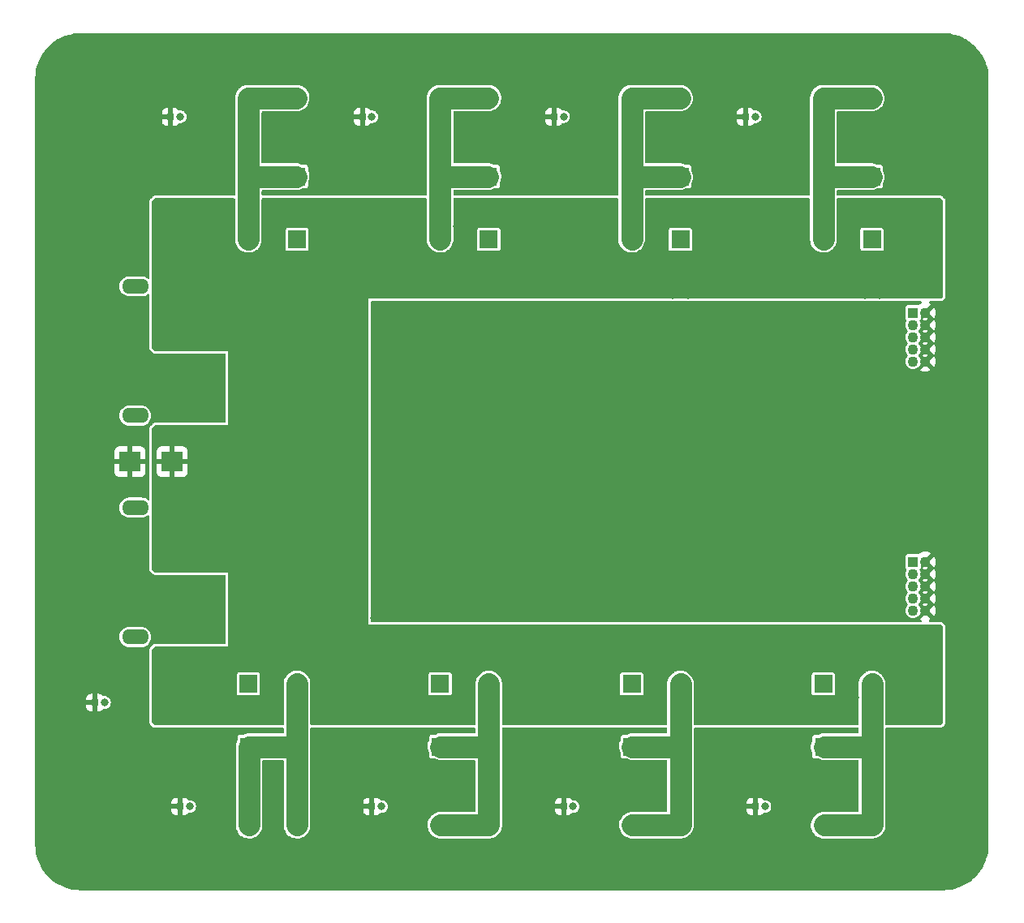
<source format=gbr>
%TF.GenerationSoftware,KiCad,Pcbnew,(6.0.10)*%
%TF.CreationDate,2023-01-10T09:29:53-08:00*%
%TF.ProjectId,solid_state_relays_12v,736f6c69-645f-4737-9461-74655f72656c,0.0.8*%
%TF.SameCoordinates,PXe4e1c0PY6422c40*%
%TF.FileFunction,Copper,L2,Bot*%
%TF.FilePolarity,Positive*%
%FSLAX46Y46*%
G04 Gerber Fmt 4.6, Leading zero omitted, Abs format (unit mm)*
G04 Created by KiCad (PCBNEW (6.0.10)) date 2023-01-10 09:29:53*
%MOMM*%
%LPD*%
G01*
G04 APERTURE LIST*
%TA.AperFunction,ComponentPad*%
%ADD10C,0.900000*%
%TD*%
%TA.AperFunction,ComponentPad*%
%ADD11C,8.750000*%
%TD*%
%TA.AperFunction,ComponentPad*%
%ADD12R,0.800000X0.800000*%
%TD*%
%TA.AperFunction,ComponentPad*%
%ADD13C,0.800000*%
%TD*%
%TA.AperFunction,WasherPad*%
%ADD14O,2.800000X1.600000*%
%TD*%
%TA.AperFunction,ComponentPad*%
%ADD15R,4.050000X4.050000*%
%TD*%
%TA.AperFunction,ComponentPad*%
%ADD16C,4.050000*%
%TD*%
%TA.AperFunction,ComponentPad*%
%ADD17R,1.950000X1.950000*%
%TD*%
%TA.AperFunction,ComponentPad*%
%ADD18C,1.950000*%
%TD*%
%TA.AperFunction,ComponentPad*%
%ADD19R,1.090000X1.090000*%
%TD*%
%TA.AperFunction,ComponentPad*%
%ADD20C,1.090000*%
%TD*%
%TA.AperFunction,ComponentPad*%
%ADD21C,6.400000*%
%TD*%
%TA.AperFunction,ComponentPad*%
%ADD22R,1.920000X1.920000*%
%TD*%
%TA.AperFunction,ComponentPad*%
%ADD23C,1.920000*%
%TD*%
%TA.AperFunction,SMDPad,CuDef*%
%ADD24R,2.200000X2.150000*%
%TD*%
%TA.AperFunction,ViaPad*%
%ADD25C,0.800000*%
%TD*%
%TA.AperFunction,Conductor*%
%ADD26C,2.250000*%
%TD*%
G04 APERTURE END LIST*
D10*
%TO.P,HQ7,1,1*%
%TO.N,GNDPWR*%
X42388350Y35348350D03*
X45040000Y41750000D03*
X42388350Y40651650D03*
X47691650Y40651650D03*
X47691650Y35348350D03*
X41290000Y38000000D03*
D11*
X45040000Y38000000D03*
D10*
X48790000Y38000000D03*
X45040000Y34250000D03*
%TD*%
D12*
%TO.P,JL4,1,Pin_1*%
%TO.N,GNDPWR*%
X14400000Y81000000D03*
D13*
%TO.P,JL4,2,Pin_2*%
%TO.N,Net-(JL4-Pad2)*%
X15400000Y81000000D03*
%TD*%
D14*
%TO.P,JPWR2,*%
%TO.N,*%
X10700000Y49800000D03*
X10700000Y63300000D03*
D15*
%TO.P,JPWR2,N,N*%
%TO.N,GNDPWR*%
X16700000Y52950000D03*
D16*
%TO.P,JPWR2,P,P*%
%TO.N,+BATT*%
X16700000Y60150000D03*
%TD*%
D17*
%TO.P,J3,1,1*%
%TO.N,OUT3*%
X47500000Y74750000D03*
D18*
%TO.P,J3,2,2*%
X47500000Y82950000D03*
%TO.P,J3,3,3*%
X42500000Y74750000D03*
%TO.P,J3,4,4*%
X42500000Y82950000D03*
%TD*%
D17*
%TO.P,J8,1,1*%
%TO.N,OUT8*%
X22580000Y15250000D03*
D18*
%TO.P,J8,2,2*%
X22580000Y7050000D03*
%TO.P,J8,3,3*%
X27580000Y15250000D03*
%TO.P,J8,4,4*%
X27580000Y7050000D03*
%TD*%
D12*
%TO.P,JL5,1,Pin_1*%
%TO.N,GNDPWR*%
X75400000Y9000000D03*
D13*
%TO.P,JL5,2,Pin_2*%
%TO.N,Net-(JL5-Pad2)*%
X76400000Y9000000D03*
%TD*%
D17*
%TO.P,J5,1,1*%
%TO.N,OUT5*%
X82580000Y15250000D03*
D18*
%TO.P,J5,2,2*%
X82580000Y7050000D03*
%TO.P,J5,3,3*%
X87580000Y15250000D03*
%TO.P,J5,4,4*%
X87580000Y7050000D03*
%TD*%
D19*
%TO.P,JCNTL1,1,1*%
%TO.N,+BATT*%
X91865000Y60540000D03*
D20*
%TO.P,JCNTL1,2,2*%
%TO.N,GNDPWR*%
X93135000Y60540000D03*
%TO.P,JCNTL1,3,3*%
%TO.N,/a1*%
X91865000Y59270000D03*
%TO.P,JCNTL1,4,4*%
%TO.N,GNDPWR*%
X93135000Y59270000D03*
%TO.P,JCNTL1,5,5*%
%TO.N,/a2*%
X91865000Y58000000D03*
%TO.P,JCNTL1,6,6*%
%TO.N,GNDPWR*%
X93135000Y58000000D03*
%TO.P,JCNTL1,7,7*%
%TO.N,/a3*%
X91865000Y56730000D03*
%TO.P,JCNTL1,8,8*%
%TO.N,GNDPWR*%
X93135000Y56730000D03*
%TO.P,JCNTL1,9,9*%
%TO.N,/a4*%
X91865000Y55460000D03*
%TO.P,JCNTL1,10,10*%
%TO.N,GNDPWR*%
X93135000Y55460000D03*
%TD*%
D13*
%TO.P,H5,1,1*%
%TO.N,GNDPWR*%
X58302944Y43302944D03*
D21*
X60000000Y45000000D03*
D13*
X60000000Y42600000D03*
X61697056Y46697056D03*
X58302944Y46697056D03*
X60000000Y47400000D03*
X57600000Y45000000D03*
X61697056Y43302944D03*
X62400000Y45000000D03*
%TD*%
D10*
%TO.P,HQ6,1,1*%
%TO.N,GNDPWR*%
X67691650Y40651650D03*
X61290000Y38000000D03*
X62388350Y40651650D03*
X67691650Y35348350D03*
X68790000Y38000000D03*
X65040000Y41750000D03*
X65040000Y34250000D03*
X62388350Y35348350D03*
D11*
X65040000Y38000000D03*
%TD*%
D17*
%TO.P,J1,1,1*%
%TO.N,OUT1*%
X87500000Y74750000D03*
D18*
%TO.P,J1,2,2*%
X87500000Y82950000D03*
%TO.P,J1,3,3*%
X82500000Y74750000D03*
%TO.P,J1,4,4*%
X82500000Y82950000D03*
%TD*%
D12*
%TO.P,JL8,1,Pin_1*%
%TO.N,GNDPWR*%
X15380000Y9000000D03*
D13*
%TO.P,JL8,2,Pin_2*%
%TO.N,Net-(JL8-Pad2)*%
X16380000Y9000000D03*
%TD*%
D17*
%TO.P,J2,1,1*%
%TO.N,OUT2*%
X67500000Y74750000D03*
D18*
%TO.P,J2,2,2*%
X67500000Y82950000D03*
%TO.P,J2,3,3*%
X62500000Y74750000D03*
%TO.P,J2,4,4*%
X62500000Y82950000D03*
%TD*%
D10*
%TO.P,HQ4,1,1*%
%TO.N,+BATT*%
X28790000Y52000000D03*
X27691650Y49348350D03*
X22388350Y49348350D03*
X25040000Y55750000D03*
D11*
X25040000Y52000000D03*
D10*
X22388350Y54651650D03*
X21290000Y52000000D03*
X27691650Y54651650D03*
X25040000Y48250000D03*
%TD*%
D21*
%TO.P,H1,1,1*%
%TO.N,GNDPWR*%
X5000000Y85000000D03*
D13*
X6697056Y83302944D03*
X5000000Y87400000D03*
X6697056Y86697056D03*
X3302944Y86697056D03*
X5000000Y82600000D03*
X7400000Y85000000D03*
X3302944Y83302944D03*
X2600000Y85000000D03*
%TD*%
D17*
%TO.P,J4,1,1*%
%TO.N,OUT4*%
X27500000Y74750000D03*
D18*
%TO.P,J4,2,2*%
X27500000Y82950000D03*
%TO.P,J4,3,3*%
X22500000Y74750000D03*
%TO.P,J4,4,4*%
X22500000Y82950000D03*
%TD*%
D10*
%TO.P,HQ3,1,1*%
%TO.N,GNDPWR*%
X42388350Y54651650D03*
D11*
X45040000Y52000000D03*
D10*
X45040000Y48250000D03*
X41290000Y52000000D03*
X48790000Y52000000D03*
X47691650Y54651650D03*
X45040000Y55750000D03*
X47691650Y49348350D03*
X42388350Y49348350D03*
%TD*%
D13*
%TO.P,H4,1,1*%
%TO.N,GNDPWR*%
X6697056Y6697056D03*
X6697056Y3302944D03*
X2600000Y5000000D03*
X5000000Y2600000D03*
X3302944Y6697056D03*
X3302944Y3302944D03*
D21*
X5000000Y5000000D03*
D13*
X7400000Y5000000D03*
X5000000Y7400000D03*
%TD*%
D12*
%TO.P,JL7,1,Pin_1*%
%TO.N,GNDPWR*%
X35400000Y9000000D03*
D13*
%TO.P,JL7,2,Pin_2*%
%TO.N,Net-(JL7-Pad2)*%
X36400000Y9000000D03*
%TD*%
D10*
%TO.P,HQ5,1,1*%
%TO.N,GNDPWR*%
X85040000Y34250000D03*
X82388350Y35348350D03*
X85040000Y41750000D03*
X81290000Y38000000D03*
X82388350Y40651650D03*
X87691650Y35348350D03*
D11*
X85040000Y38000000D03*
D10*
X87691650Y40651650D03*
X88790000Y38000000D03*
%TD*%
D12*
%TO.P,JL6,1,Pin_1*%
%TO.N,GNDPWR*%
X55400000Y9000000D03*
D13*
%TO.P,JL6,2,Pin_2*%
%TO.N,Net-(JL6-Pad2)*%
X56400000Y9000000D03*
%TD*%
D14*
%TO.P,JPWR1,*%
%TO.N,*%
X10700000Y26700000D03*
X10700000Y40200000D03*
D15*
%TO.P,JPWR1,N,N*%
%TO.N,GNDPWR*%
X16700000Y29850000D03*
D16*
%TO.P,JPWR1,P,P*%
%TO.N,+BATT*%
X16700000Y37050000D03*
%TD*%
D10*
%TO.P,HQ2,1,1*%
%TO.N,GNDPWR*%
X62388350Y49348350D03*
X67691650Y49348350D03*
X65040000Y48250000D03*
D11*
X65040000Y52000000D03*
D10*
X68790000Y52000000D03*
X65040000Y55750000D03*
X62388350Y54651650D03*
X67691650Y54651650D03*
X61290000Y52000000D03*
%TD*%
D17*
%TO.P,J7,1,1*%
%TO.N,OUT7*%
X42580000Y15250000D03*
D18*
%TO.P,J7,2,2*%
X42580000Y7050000D03*
%TO.P,J7,3,3*%
X47580000Y15250000D03*
%TO.P,J7,4,4*%
X47580000Y7050000D03*
%TD*%
D13*
%TO.P,H3,1,1*%
%TO.N,GNDPWR*%
X95750000Y2600000D03*
X93350000Y5000000D03*
X98150000Y5000000D03*
X97447056Y3302944D03*
X97447056Y6697056D03*
X94052944Y3302944D03*
X94052944Y6697056D03*
X95750000Y7400000D03*
D21*
X95750000Y5000000D03*
%TD*%
D12*
%TO.P,JL3,1,Pin_1*%
%TO.N,GNDPWR*%
X34400000Y81000000D03*
D13*
%TO.P,JL3,2,Pin_2*%
%TO.N,Net-(JL3-Pad2)*%
X35400000Y81000000D03*
%TD*%
D12*
%TO.P,JP2,1,Pin_1*%
%TO.N,GNDPWR*%
X6500000Y19850000D03*
D13*
%TO.P,JP2,2,Pin_2*%
%TO.N,Net-(JP2-Pad2)*%
X7500000Y19850000D03*
%TD*%
D12*
%TO.P,JL2,1,Pin_1*%
%TO.N,GNDPWR*%
X54400000Y81000000D03*
D13*
%TO.P,JL2,2,Pin_2*%
%TO.N,Net-(JL2-Pad2)*%
X55400000Y81000000D03*
%TD*%
D19*
%TO.P,JCNTL2,1,1*%
%TO.N,/a8*%
X91865000Y34540000D03*
D20*
%TO.P,JCNTL2,2,2*%
%TO.N,GNDPWR*%
X93135000Y34540000D03*
%TO.P,JCNTL2,3,3*%
%TO.N,/a7*%
X91865000Y33270000D03*
%TO.P,JCNTL2,4,4*%
%TO.N,GNDPWR*%
X93135000Y33270000D03*
%TO.P,JCNTL2,5,5*%
%TO.N,/a6*%
X91865000Y32000000D03*
%TO.P,JCNTL2,6,6*%
%TO.N,GNDPWR*%
X93135000Y32000000D03*
%TO.P,JCNTL2,7,7*%
%TO.N,/a5*%
X91865000Y30730000D03*
%TO.P,JCNTL2,8,8*%
%TO.N,GNDPWR*%
X93135000Y30730000D03*
%TO.P,JCNTL2,9,9*%
%TO.N,+BATT*%
X91865000Y29460000D03*
%TO.P,JCNTL2,10,10*%
%TO.N,GNDPWR*%
X93135000Y29460000D03*
%TD*%
D10*
%TO.P,HQ1,1,1*%
%TO.N,GNDPWR*%
X81290000Y52000000D03*
X88790000Y52000000D03*
X82388350Y49348350D03*
X87691650Y49348350D03*
X85040000Y55750000D03*
X87691650Y54651650D03*
X85040000Y48250000D03*
D11*
X85040000Y52000000D03*
D10*
X82388350Y54651650D03*
%TD*%
%TO.P,HQ8,1,1*%
%TO.N,+BATT*%
X21290000Y38000000D03*
X25040000Y34250000D03*
X22388350Y35348350D03*
X22388350Y40651650D03*
X28790000Y38000000D03*
X27691650Y35348350D03*
D11*
X25040000Y38000000D03*
D10*
X27691650Y40651650D03*
X25040000Y41750000D03*
%TD*%
D12*
%TO.P,JL1,1,Pin_1*%
%TO.N,GNDPWR*%
X74400000Y81000000D03*
D13*
%TO.P,JL1,2,Pin_2*%
%TO.N,Net-(JL1-Pad2)*%
X75400000Y81000000D03*
%TD*%
%TO.P,H2,1,1*%
%TO.N,GNDPWR*%
X98150000Y85000000D03*
X94052944Y86697056D03*
X97447056Y83302944D03*
X97447056Y86697056D03*
X94052944Y83302944D03*
X93350000Y85000000D03*
X95750000Y82600000D03*
X95750000Y87400000D03*
D21*
X95750000Y85000000D03*
%TD*%
D17*
%TO.P,J6,1,1*%
%TO.N,OUT6*%
X62580000Y15250000D03*
D18*
%TO.P,J6,2,2*%
X62580000Y7050000D03*
%TO.P,J6,3,3*%
X67580000Y15250000D03*
%TO.P,J6,4,4*%
X67580000Y7050000D03*
%TD*%
D22*
%TO.P,Q7,1*%
%TO.N,/a7*%
X42500000Y21800000D03*
D23*
%TO.P,Q7,2*%
%TO.N,+BATT*%
X45040000Y21800000D03*
%TO.P,Q7,3*%
%TO.N,OUT7*%
X47580000Y21800000D03*
%TD*%
D22*
%TO.P,Q6,1*%
%TO.N,/a6*%
X62500000Y21800000D03*
D23*
%TO.P,Q6,2*%
%TO.N,+BATT*%
X65040000Y21800000D03*
%TO.P,Q6,3*%
%TO.N,OUT6*%
X67580000Y21800000D03*
%TD*%
D24*
%TO.P,TVSP2,1*%
%TO.N,+BATT*%
X14550000Y45000000D03*
%TO.P,TVSP2,2*%
%TO.N,GNDPWR*%
X10150000Y45000000D03*
%TD*%
D22*
%TO.P,Q3,1*%
%TO.N,/a3*%
X47580000Y68200000D03*
D23*
%TO.P,Q3,2*%
%TO.N,+BATT*%
X45040000Y68200000D03*
%TO.P,Q3,3*%
%TO.N,OUT3*%
X42500000Y68200000D03*
%TD*%
D22*
%TO.P,Q5,1*%
%TO.N,/a5*%
X82500000Y21800000D03*
D23*
%TO.P,Q5,2*%
%TO.N,+BATT*%
X85040000Y21800000D03*
%TO.P,Q5,3*%
%TO.N,OUT5*%
X87580000Y21800000D03*
%TD*%
D22*
%TO.P,Q2,1*%
%TO.N,/a2*%
X67580000Y68200000D03*
D23*
%TO.P,Q2,2*%
%TO.N,+BATT*%
X65040000Y68200000D03*
%TO.P,Q2,3*%
%TO.N,OUT2*%
X62500000Y68200000D03*
%TD*%
D22*
%TO.P,Q4,1*%
%TO.N,/a4*%
X27580000Y68200000D03*
D23*
%TO.P,Q4,2*%
%TO.N,+BATT*%
X25040000Y68200000D03*
%TO.P,Q4,3*%
%TO.N,OUT4*%
X22500000Y68200000D03*
%TD*%
D22*
%TO.P,Q1,1*%
%TO.N,/a1*%
X87580000Y68200000D03*
D23*
%TO.P,Q1,2*%
%TO.N,+BATT*%
X85040000Y68200000D03*
%TO.P,Q1,3*%
%TO.N,OUT1*%
X82500000Y68200000D03*
%TD*%
D22*
%TO.P,Q8,1*%
%TO.N,/a8*%
X22500000Y21800000D03*
D23*
%TO.P,Q8,2*%
%TO.N,+BATT*%
X25040000Y21800000D03*
%TO.P,Q8,3*%
%TO.N,OUT8*%
X27580000Y21800000D03*
%TD*%
D25*
%TO.N,GNDPWR*%
X15700000Y32750000D03*
X48350000Y61350000D03*
X13700000Y30750000D03*
X49700000Y57850000D03*
X44800000Y32200000D03*
X19700000Y26750000D03*
X90700000Y61250000D03*
X13700000Y53850000D03*
X19700000Y55850000D03*
X41700000Y28650000D03*
X17700000Y32750000D03*
X15700000Y49850000D03*
X8200000Y45000000D03*
X19700000Y28750000D03*
X68600000Y59050000D03*
X43600000Y28650000D03*
X13700000Y26750000D03*
X82300000Y29700000D03*
X13700000Y49850000D03*
X13700000Y28750000D03*
X19700000Y53850000D03*
X17700000Y26750000D03*
X17700000Y55850000D03*
X63350000Y30950000D03*
X35700000Y61300000D03*
X86800000Y61350000D03*
X81700000Y28700000D03*
X19700000Y32750000D03*
X15700000Y55850000D03*
X35650000Y28650000D03*
X13700000Y32750000D03*
X13700000Y55850000D03*
X46800000Y61350000D03*
X61700000Y28700000D03*
X66800000Y61300000D03*
X13700000Y51850000D03*
X90950000Y28650000D03*
X87450000Y60300000D03*
X35700000Y32200000D03*
X19700000Y49850000D03*
X17700000Y49850000D03*
X15700000Y26750000D03*
X63400000Y28700000D03*
X19700000Y30750000D03*
X19700000Y51850000D03*
X36200000Y57800000D03*
X68600000Y61300000D03*
%TO.N,+BATT*%
X15700000Y63150000D03*
X46750000Y64100000D03*
X17700000Y40050000D03*
X65790000Y20400000D03*
X28150000Y31350000D03*
X38300000Y19600000D03*
X13700000Y36050000D03*
X61700000Y27600000D03*
X14700000Y62150000D03*
X84290000Y69600000D03*
X81700000Y27600000D03*
X18280000Y19650000D03*
X45790000Y20400000D03*
X13700000Y57150000D03*
X28300000Y29200000D03*
X66800000Y64150000D03*
X30550000Y63450000D03*
X15700000Y34050000D03*
X17700000Y57150000D03*
X85790000Y69600000D03*
X25790000Y20400000D03*
X74450000Y19650000D03*
X15700000Y57150000D03*
X73500000Y70350000D03*
X63300000Y27600000D03*
X27300000Y28200000D03*
X14700000Y39050000D03*
X86800000Y64150000D03*
X64290000Y20400000D03*
X33500000Y70350000D03*
X33550000Y58150000D03*
X88350000Y64100000D03*
X31550000Y60150000D03*
X30550000Y61150000D03*
X19700000Y61150000D03*
X18700000Y62150000D03*
X19700000Y38050000D03*
X26300000Y27200000D03*
X16500000Y45000000D03*
X25300000Y26200000D03*
X34550000Y59450000D03*
X30150000Y33350000D03*
X19700000Y59150000D03*
X13700000Y40050000D03*
X23150000Y26350000D03*
X43300000Y26000000D03*
X41700000Y26000000D03*
X85790000Y20400000D03*
X84290000Y20400000D03*
X14700000Y35050000D03*
X68350000Y62400000D03*
X53500000Y70350000D03*
X29150000Y32350000D03*
X19700000Y36050000D03*
X18700000Y35050000D03*
X13700000Y61150000D03*
X29550000Y62150000D03*
X31300000Y32200000D03*
X68350000Y64100000D03*
X27150000Y30350000D03*
X13700000Y38050000D03*
X34450000Y19600000D03*
X24290000Y20400000D03*
X45790000Y69600000D03*
X28550000Y63150000D03*
X19700000Y40050000D03*
X48400000Y62450000D03*
X24150000Y27350000D03*
X24290000Y69600000D03*
X17350000Y70350000D03*
X32550000Y61450000D03*
X15700000Y40050000D03*
X18700000Y58150000D03*
X78300000Y19650000D03*
X58300000Y19650000D03*
X34550000Y57150000D03*
X13700000Y63150000D03*
X32550000Y59150000D03*
X29300000Y30200000D03*
X13700000Y34050000D03*
X19700000Y57150000D03*
X41700000Y27600000D03*
X91865000Y27250000D03*
X18700000Y39050000D03*
X63300000Y26050000D03*
X26150000Y29350000D03*
X13700000Y59150000D03*
X19700000Y34050000D03*
X43300000Y27600000D03*
X81700000Y25950000D03*
X66800000Y62400000D03*
X13500000Y70350000D03*
X14700000Y58150000D03*
X17700000Y63150000D03*
X37350000Y70350000D03*
X57350000Y70350000D03*
X77350000Y70350000D03*
X25150000Y28350000D03*
X91865000Y62750000D03*
X65790000Y69600000D03*
X88350000Y62400000D03*
X86800000Y62400000D03*
X14430000Y19650000D03*
X54450000Y19650000D03*
X19700000Y63150000D03*
X44290000Y69600000D03*
X83300000Y27600000D03*
X31550000Y62450000D03*
X17700000Y34050000D03*
X30300000Y31200000D03*
X83300000Y25950000D03*
X61700000Y26000000D03*
X33550000Y60450000D03*
X48350000Y64050000D03*
X44290000Y20400000D03*
X64290000Y69600000D03*
X46750000Y62450000D03*
X27550000Y64000000D03*
X25790000Y69600000D03*
%TD*%
D26*
%TO.N,OUT1*%
X82500000Y68200000D02*
X82500000Y74750000D01*
X82500000Y82950000D02*
X87500000Y82950000D01*
X82500000Y74750000D02*
X87500000Y74750000D01*
X82500000Y74750000D02*
X82500000Y82950000D01*
%TO.N,OUT2*%
X62500000Y74750000D02*
X67500000Y74750000D01*
X62500000Y68200000D02*
X62500000Y74750000D01*
X62500000Y74750000D02*
X62500000Y82950000D01*
X62500000Y82950000D02*
X67500000Y82950000D01*
%TO.N,OUT3*%
X42500000Y74750000D02*
X47500000Y74750000D01*
X42500000Y74750000D02*
X42500000Y82950000D01*
X42500000Y82950000D02*
X47500000Y82950000D01*
X42500000Y68200000D02*
X42500000Y74750000D01*
%TO.N,OUT4*%
X22500000Y82950000D02*
X27500000Y82950000D01*
X22500000Y68200000D02*
X22500000Y74750000D01*
X22500000Y74750000D02*
X22500000Y82950000D01*
X22500000Y74750000D02*
X27500000Y74750000D01*
%TO.N,OUT5*%
X87580000Y15250000D02*
X82580000Y15250000D01*
X87580000Y21800000D02*
X87580000Y15250000D01*
X87580000Y7050000D02*
X82580000Y7050000D01*
X87580000Y15250000D02*
X87580000Y7050000D01*
%TO.N,OUT6*%
X67580000Y15250000D02*
X67580000Y21800000D01*
X67580000Y15250000D02*
X67580000Y7050000D01*
X67580000Y7050000D02*
X62580000Y7050000D01*
X67580000Y15250000D02*
X62580000Y15250000D01*
%TO.N,OUT7*%
X47580000Y7050000D02*
X42580000Y7050000D01*
X47580000Y15250000D02*
X47580000Y21800000D01*
X47580000Y15250000D02*
X42580000Y15250000D01*
X47580000Y7050000D02*
X47580000Y15250000D01*
%TO.N,OUT8*%
X22580000Y15250000D02*
X22580000Y7050000D01*
X27580000Y15250000D02*
X27580000Y7050000D01*
X27580000Y15250000D02*
X22580000Y15250000D01*
X27580000Y21800000D02*
X27580000Y15250000D01*
%TD*%
%TA.AperFunction,Conductor*%
%TO.N,GNDPWR*%
G36*
X94987103Y89743079D02*
G01*
X95000000Y89740514D01*
X95012170Y89742935D01*
X95022599Y89742935D01*
X95035735Y89743940D01*
X95356412Y89729939D01*
X95408103Y89727682D01*
X95419051Y89726724D01*
X95818604Y89674122D01*
X95829413Y89672215D01*
X96222854Y89584992D01*
X96233471Y89582147D01*
X96617813Y89460964D01*
X96628128Y89457211D01*
X97000468Y89302983D01*
X97010412Y89298345D01*
X97295219Y89150084D01*
X97367867Y89112266D01*
X97377387Y89106770D01*
X97717262Y88890245D01*
X97726266Y88883941D01*
X98045993Y88638607D01*
X98054397Y88631555D01*
X98130501Y88561818D01*
X98351519Y88359291D01*
X98359291Y88351519D01*
X98470515Y88230140D01*
X98631555Y88054397D01*
X98638607Y88045993D01*
X98768743Y87876396D01*
X98883941Y87726266D01*
X98890245Y87717262D01*
X99106770Y87377387D01*
X99112266Y87367867D01*
X99298341Y87010421D01*
X99302987Y87000459D01*
X99457208Y86628135D01*
X99460967Y86617806D01*
X99582147Y86233472D01*
X99584992Y86222854D01*
X99672214Y85829421D01*
X99674123Y85818596D01*
X99726724Y85419052D01*
X99727682Y85408102D01*
X99743940Y85035735D01*
X99742935Y85022599D01*
X99742935Y85012170D01*
X99740514Y85000000D01*
X99742935Y84987830D01*
X99743079Y84987106D01*
X99745500Y84962524D01*
X99745500Y5037476D01*
X99743079Y5012897D01*
X99740514Y5000000D01*
X99742935Y4987830D01*
X99742935Y4977401D01*
X99743940Y4964265D01*
X99727682Y4591898D01*
X99726724Y4580948D01*
X99674123Y4181404D01*
X99672214Y4170579D01*
X99584992Y3777146D01*
X99582147Y3766528D01*
X99460967Y3382194D01*
X99457208Y3371865D01*
X99302987Y2999541D01*
X99298341Y2989579D01*
X99112266Y2632133D01*
X99106770Y2622613D01*
X98890245Y2282738D01*
X98883941Y2273734D01*
X98638607Y1954007D01*
X98631555Y1945603D01*
X98495420Y1797038D01*
X98359291Y1648481D01*
X98351519Y1640709D01*
X98202962Y1504581D01*
X98054397Y1368445D01*
X98045993Y1361393D01*
X97811664Y1181587D01*
X97726266Y1116059D01*
X97717262Y1109755D01*
X97377387Y893230D01*
X97367868Y887735D01*
X97010412Y701655D01*
X97000468Y697017D01*
X96628128Y542789D01*
X96617813Y539036D01*
X96233472Y417853D01*
X96222855Y415008D01*
X95829413Y327785D01*
X95818604Y325878D01*
X95419052Y273276D01*
X95408103Y272318D01*
X95356412Y270061D01*
X95035735Y256060D01*
X95022599Y257065D01*
X95012170Y257065D01*
X95000000Y259486D01*
X94987103Y256921D01*
X94962524Y254500D01*
X5037476Y254500D01*
X5012897Y256921D01*
X5000000Y259486D01*
X4987830Y257065D01*
X4977401Y257065D01*
X4964265Y256060D01*
X4643588Y270061D01*
X4591897Y272318D01*
X4580948Y273276D01*
X4181396Y325878D01*
X4170587Y327785D01*
X3777145Y415008D01*
X3766528Y417853D01*
X3382187Y539036D01*
X3371872Y542789D01*
X2999532Y697017D01*
X2989588Y701655D01*
X2632132Y887735D01*
X2622613Y893230D01*
X2282738Y1109755D01*
X2273734Y1116059D01*
X2188336Y1181587D01*
X1954007Y1361393D01*
X1945603Y1368445D01*
X1797038Y1504581D01*
X1648481Y1640709D01*
X1640709Y1648481D01*
X1504580Y1797038D01*
X1368445Y1945603D01*
X1361393Y1954007D01*
X1116059Y2273734D01*
X1109755Y2282738D01*
X893230Y2622613D01*
X887734Y2632133D01*
X701659Y2989579D01*
X697013Y2999541D01*
X542792Y3371865D01*
X539033Y3382194D01*
X417853Y3766528D01*
X415008Y3777146D01*
X327786Y4170579D01*
X325877Y4181404D01*
X273276Y4580948D01*
X272318Y4591898D01*
X256060Y4964265D01*
X257065Y4977401D01*
X257065Y4987830D01*
X259486Y5000000D01*
X256921Y5012897D01*
X254500Y5037476D01*
X254500Y8555331D01*
X14472001Y8555331D01*
X14472371Y8548510D01*
X14477895Y8497648D01*
X14481521Y8482396D01*
X14526676Y8361946D01*
X14535214Y8346351D01*
X14611715Y8244276D01*
X14624276Y8231715D01*
X14726351Y8155214D01*
X14741946Y8146676D01*
X14862394Y8101522D01*
X14877649Y8097895D01*
X14928514Y8092369D01*
X14935328Y8092000D01*
X15107885Y8092000D01*
X15123124Y8096475D01*
X15124329Y8097865D01*
X15126000Y8105548D01*
X15126000Y8110116D01*
X15634000Y8110116D01*
X15638475Y8094877D01*
X15639865Y8093672D01*
X15647548Y8092001D01*
X15824669Y8092001D01*
X15831490Y8092371D01*
X15882352Y8097895D01*
X15897604Y8101521D01*
X16018054Y8146676D01*
X16033649Y8155214D01*
X16135724Y8231715D01*
X16148281Y8244272D01*
X16187365Y8296422D01*
X16244225Y8338937D01*
X16290479Y8344058D01*
X16290522Y8346793D01*
X16441319Y8344424D01*
X16441322Y8344424D01*
X16448916Y8344305D01*
X16603332Y8379671D01*
X16673867Y8415146D01*
X16738072Y8447437D01*
X16738075Y8447439D01*
X16744855Y8450849D01*
X16750626Y8455778D01*
X16750629Y8455780D01*
X16859536Y8548796D01*
X16859536Y8548797D01*
X16865314Y8553731D01*
X16957755Y8682376D01*
X17016842Y8829359D01*
X17039162Y8986193D01*
X17039307Y9000000D01*
X17020276Y9157267D01*
X16964280Y9305454D01*
X16874553Y9436008D01*
X16756275Y9541389D01*
X16748889Y9545300D01*
X16622988Y9611961D01*
X16622989Y9611961D01*
X16616274Y9615516D01*
X16462633Y9654108D01*
X16455034Y9654148D01*
X16455033Y9654148D01*
X16384455Y9654518D01*
X16304221Y9654938D01*
X16300977Y9654159D01*
X16232801Y9665891D01*
X16187460Y9703452D01*
X16148284Y9755725D01*
X16135724Y9768285D01*
X16033649Y9844786D01*
X16018054Y9853324D01*
X15897606Y9898478D01*
X15882351Y9902105D01*
X15831486Y9907631D01*
X15824672Y9908000D01*
X15652115Y9908000D01*
X15636876Y9903525D01*
X15635671Y9902135D01*
X15634000Y9894452D01*
X15634000Y8110116D01*
X15126000Y8110116D01*
X15126000Y8727885D01*
X15121525Y8743124D01*
X15120135Y8744329D01*
X15112452Y8746000D01*
X14490116Y8746000D01*
X14474877Y8741525D01*
X14473672Y8740135D01*
X14472001Y8732452D01*
X14472001Y8555331D01*
X254500Y8555331D01*
X254500Y9272115D01*
X14472000Y9272115D01*
X14476475Y9256876D01*
X14477865Y9255671D01*
X14485548Y9254000D01*
X15107885Y9254000D01*
X15123124Y9258475D01*
X15124329Y9259865D01*
X15126000Y9267548D01*
X15126000Y9889884D01*
X15121525Y9905123D01*
X15120135Y9906328D01*
X15112452Y9907999D01*
X14935331Y9907999D01*
X14928510Y9907629D01*
X14877648Y9902105D01*
X14862396Y9898479D01*
X14741946Y9853324D01*
X14726351Y9844786D01*
X14624276Y9768285D01*
X14611715Y9755724D01*
X14535214Y9653649D01*
X14526676Y9638054D01*
X14481522Y9517606D01*
X14477895Y9502351D01*
X14472369Y9451486D01*
X14472000Y9444672D01*
X14472000Y9272115D01*
X254500Y9272115D01*
X254500Y19405331D01*
X5592001Y19405331D01*
X5592371Y19398510D01*
X5597895Y19347648D01*
X5601521Y19332396D01*
X5646676Y19211946D01*
X5655214Y19196351D01*
X5731715Y19094276D01*
X5744276Y19081715D01*
X5846351Y19005214D01*
X5861946Y18996676D01*
X5982394Y18951522D01*
X5997649Y18947895D01*
X6048514Y18942369D01*
X6055328Y18942000D01*
X6227885Y18942000D01*
X6243124Y18946475D01*
X6244329Y18947865D01*
X6246000Y18955548D01*
X6246000Y18960116D01*
X6754000Y18960116D01*
X6758475Y18944877D01*
X6759865Y18943672D01*
X6767548Y18942001D01*
X6944669Y18942001D01*
X6951490Y18942371D01*
X7002352Y18947895D01*
X7017604Y18951521D01*
X7138054Y18996676D01*
X7153649Y19005214D01*
X7255724Y19081715D01*
X7268281Y19094272D01*
X7307365Y19146422D01*
X7364225Y19188937D01*
X7410479Y19194058D01*
X7410522Y19196793D01*
X7561319Y19194424D01*
X7561322Y19194424D01*
X7568916Y19194305D01*
X7723332Y19229671D01*
X7793742Y19265083D01*
X7858072Y19297437D01*
X7858075Y19297439D01*
X7864855Y19300849D01*
X7870626Y19305778D01*
X7870629Y19305780D01*
X7979536Y19398796D01*
X7979536Y19398797D01*
X7985314Y19403731D01*
X8077755Y19532376D01*
X8136842Y19679359D01*
X8159162Y19836193D01*
X8159307Y19850000D01*
X8140276Y20007267D01*
X8084280Y20155454D01*
X7994553Y20286008D01*
X7876275Y20391389D01*
X7868889Y20395300D01*
X7742988Y20461961D01*
X7742989Y20461961D01*
X7736274Y20465516D01*
X7582633Y20504108D01*
X7575034Y20504148D01*
X7575033Y20504148D01*
X7504455Y20504518D01*
X7424221Y20504938D01*
X7420977Y20504159D01*
X7352801Y20515891D01*
X7307460Y20553452D01*
X7268284Y20605725D01*
X7255724Y20618285D01*
X7153649Y20694786D01*
X7138054Y20703324D01*
X7017606Y20748478D01*
X7002351Y20752105D01*
X6951486Y20757631D01*
X6944672Y20758000D01*
X6772115Y20758000D01*
X6756876Y20753525D01*
X6755671Y20752135D01*
X6754000Y20744452D01*
X6754000Y18960116D01*
X6246000Y18960116D01*
X6246000Y19577885D01*
X6241525Y19593124D01*
X6240135Y19594329D01*
X6232452Y19596000D01*
X5610116Y19596000D01*
X5594877Y19591525D01*
X5593672Y19590135D01*
X5592001Y19582452D01*
X5592001Y19405331D01*
X254500Y19405331D01*
X254500Y20122115D01*
X5592000Y20122115D01*
X5596475Y20106876D01*
X5597865Y20105671D01*
X5605548Y20104000D01*
X6227885Y20104000D01*
X6243124Y20108475D01*
X6244329Y20109865D01*
X6246000Y20117548D01*
X6246000Y20739884D01*
X6241525Y20755123D01*
X6240135Y20756328D01*
X6232452Y20757999D01*
X6055331Y20757999D01*
X6048510Y20757629D01*
X5997648Y20752105D01*
X5982396Y20748479D01*
X5861946Y20703324D01*
X5846351Y20694786D01*
X5744276Y20618285D01*
X5731715Y20605724D01*
X5655214Y20503649D01*
X5646676Y20488054D01*
X5601522Y20367606D01*
X5597895Y20352351D01*
X5592369Y20301486D01*
X5592000Y20294672D01*
X5592000Y20122115D01*
X254500Y20122115D01*
X254500Y26707397D01*
X9040424Y26707397D01*
X9059166Y26501450D01*
X9117554Y26303066D01*
X9120411Y26297601D01*
X9210508Y26125261D01*
X9210511Y26125257D01*
X9213363Y26119801D01*
X9217223Y26115001D01*
X9217223Y26115000D01*
X9223271Y26107478D01*
X9342943Y25958635D01*
X9501360Y25825708D01*
X9682578Y25726082D01*
X9879696Y25663553D01*
X9885813Y25662867D01*
X9885817Y25662866D01*
X9961837Y25654339D01*
X10040640Y25645500D01*
X11352034Y25645500D01*
X11505811Y25660578D01*
X11703783Y25720349D01*
X11795079Y25768892D01*
X11880933Y25814541D01*
X11880936Y25814543D01*
X11886375Y25817435D01*
X11891145Y25821326D01*
X11891149Y25821328D01*
X12041857Y25944242D01*
X12041860Y25944245D01*
X12046632Y25948137D01*
X12052042Y25954676D01*
X12174522Y26102729D01*
X12174525Y26102734D01*
X12178450Y26107478D01*
X12185113Y26119801D01*
X12273878Y26283968D01*
X12273880Y26283973D01*
X12276808Y26289388D01*
X12337960Y26486937D01*
X12359576Y26692603D01*
X12340834Y26898550D01*
X12282446Y27096934D01*
X12272462Y27116032D01*
X12189492Y27274739D01*
X12189489Y27274743D01*
X12186637Y27280199D01*
X12181089Y27287100D01*
X12060916Y27436565D01*
X12057057Y27441365D01*
X11898640Y27574292D01*
X11717422Y27673918D01*
X11520304Y27736447D01*
X11514187Y27737133D01*
X11514183Y27737134D01*
X11438163Y27745661D01*
X11359360Y27754500D01*
X10047966Y27754500D01*
X9894189Y27739422D01*
X9696217Y27679651D01*
X9604921Y27631108D01*
X9519067Y27585459D01*
X9519064Y27585457D01*
X9513625Y27582565D01*
X9508855Y27578674D01*
X9508851Y27578672D01*
X9358143Y27455758D01*
X9358140Y27455755D01*
X9353368Y27451863D01*
X9349441Y27447116D01*
X9349439Y27447114D01*
X9225478Y27297271D01*
X9225475Y27297266D01*
X9221550Y27292522D01*
X9218620Y27287103D01*
X9218618Y27287100D01*
X9126122Y27116032D01*
X9126120Y27116027D01*
X9123192Y27110612D01*
X9062040Y26913063D01*
X9040424Y26707397D01*
X254500Y26707397D01*
X254500Y40207397D01*
X9040424Y40207397D01*
X9059166Y40001450D01*
X9117554Y39803066D01*
X9120411Y39797601D01*
X9210508Y39625261D01*
X9210511Y39625257D01*
X9213363Y39619801D01*
X9342943Y39458635D01*
X9501360Y39325708D01*
X9682578Y39226082D01*
X9879696Y39163553D01*
X9885813Y39162867D01*
X9885817Y39162866D01*
X9961837Y39154339D01*
X10040640Y39145500D01*
X11352034Y39145500D01*
X11505811Y39160578D01*
X11703783Y39220349D01*
X11853805Y39300117D01*
X11880933Y39314541D01*
X11880936Y39314543D01*
X11886375Y39317435D01*
X11891150Y39321329D01*
X11891154Y39321332D01*
X11984865Y39397760D01*
X12050296Y39425314D01*
X12120238Y39413118D01*
X12172483Y39365046D01*
X12190500Y39300117D01*
X12190500Y33752190D01*
X12190589Y33750535D01*
X12190589Y33750523D01*
X12191848Y33727022D01*
X12191986Y33724455D01*
X12194865Y33697672D01*
X12196716Y33691762D01*
X12218838Y33621112D01*
X12225123Y33601039D01*
X12228085Y33595615D01*
X12228087Y33595610D01*
X12256993Y33542675D01*
X12259149Y33538727D01*
X12261844Y33535127D01*
X12300714Y33483203D01*
X12300718Y33483199D01*
X12303411Y33479601D01*
X12479601Y33303411D01*
X12500260Y33284853D01*
X12521234Y33267950D01*
X12610960Y33221013D01*
X12616901Y33219269D01*
X12616900Y33219269D01*
X12674758Y33202280D01*
X12674762Y33202279D01*
X12679081Y33201011D01*
X12683529Y33200371D01*
X12683536Y33200370D01*
X12747742Y33191139D01*
X12747749Y33191139D01*
X12752190Y33190500D01*
X20014500Y33190500D01*
X20082621Y33170498D01*
X20129114Y33116842D01*
X20140500Y33064500D01*
X20140500Y26085500D01*
X20120498Y26017379D01*
X20066842Y25970886D01*
X20014500Y25959500D01*
X12752190Y25959500D01*
X12750535Y25959411D01*
X12750523Y25959411D01*
X12727022Y25958152D01*
X12724455Y25958014D01*
X12722778Y25957834D01*
X12722769Y25957833D01*
X12703830Y25955797D01*
X12703829Y25955797D01*
X12697672Y25955135D01*
X12662884Y25944242D01*
X12606943Y25926726D01*
X12606940Y25926725D01*
X12601039Y25924877D01*
X12595615Y25921915D01*
X12595610Y25921913D01*
X12542675Y25893007D01*
X12538727Y25890851D01*
X12535127Y25888156D01*
X12483203Y25849286D01*
X12483199Y25849282D01*
X12479601Y25846589D01*
X12303411Y25670399D01*
X12302283Y25669143D01*
X12302278Y25669138D01*
X12294589Y25660578D01*
X12284853Y25649740D01*
X12267950Y25628766D01*
X12221013Y25539040D01*
X12201011Y25470919D01*
X12190500Y25397810D01*
X12190500Y17802190D01*
X12191986Y17774455D01*
X12194865Y17747672D01*
X12202040Y17724758D01*
X12222017Y17660960D01*
X12225123Y17651039D01*
X12228085Y17645615D01*
X12228087Y17645610D01*
X12256993Y17592675D01*
X12259149Y17588727D01*
X12261844Y17585127D01*
X12300714Y17533203D01*
X12300718Y17533199D01*
X12303411Y17529601D01*
X12479601Y17353411D01*
X12500260Y17334853D01*
X12521234Y17317950D01*
X12610960Y17271013D01*
X12632936Y17264560D01*
X12674758Y17252280D01*
X12674762Y17252279D01*
X12679081Y17251011D01*
X12683529Y17250371D01*
X12683536Y17250370D01*
X12747742Y17241139D01*
X12747749Y17241139D01*
X12752190Y17240500D01*
X26074500Y17240500D01*
X26142621Y17220498D01*
X26189114Y17166842D01*
X26200500Y17114500D01*
X26200500Y16755500D01*
X26180498Y16687379D01*
X26126842Y16640886D01*
X26074500Y16629500D01*
X22679572Y16629500D01*
X22663016Y16630592D01*
X22650501Y16632251D01*
X22650498Y16632251D01*
X22645218Y16632951D01*
X22639889Y16632751D01*
X22639888Y16632751D01*
X22555668Y16629589D01*
X22550941Y16629500D01*
X22521214Y16629500D01*
X22498682Y16627588D01*
X22492798Y16627229D01*
X22411273Y16624168D01*
X22406052Y16623072D01*
X22406048Y16623072D01*
X22386836Y16619041D01*
X22371613Y16616806D01*
X22366827Y16616400D01*
X22352050Y16615147D01*
X22352045Y16615146D01*
X22346728Y16614695D01*
X22341558Y16613353D01*
X22341557Y16613353D01*
X22267774Y16594203D01*
X22261995Y16592847D01*
X22187370Y16577189D01*
X22187366Y16577188D01*
X22182153Y16576094D01*
X22177193Y16574135D01*
X22158920Y16566919D01*
X22144297Y16562154D01*
X22125299Y16557223D01*
X22125292Y16557221D01*
X22120127Y16555880D01*
X22045737Y16522370D01*
X22040291Y16520070D01*
X21964407Y16490102D01*
X21964009Y16491109D01*
X21914510Y16479499D01*
X21579934Y16479499D01*
X21544182Y16472388D01*
X21517874Y16467156D01*
X21517872Y16467155D01*
X21505699Y16464734D01*
X21495379Y16457839D01*
X21495378Y16457838D01*
X21434985Y16417484D01*
X21421516Y16408484D01*
X21365266Y16324301D01*
X21350500Y16250067D01*
X21350500Y15912047D01*
X21334002Y15849716D01*
X21325839Y15835375D01*
X21323193Y15830726D01*
X21321372Y15825709D01*
X21314674Y15807256D01*
X21308552Y15793144D01*
X21299652Y15775639D01*
X21299650Y15775634D01*
X21297232Y15770878D01*
X21295650Y15765783D01*
X21273038Y15692959D01*
X21271152Y15687355D01*
X21243315Y15610665D01*
X21242365Y15605413D01*
X21242365Y15605412D01*
X21238871Y15586089D01*
X21235217Y15571157D01*
X21227809Y15547298D01*
X21227109Y15542019D01*
X21227108Y15542013D01*
X21217090Y15466425D01*
X21216171Y15460559D01*
X21202394Y15384376D01*
X21202393Y15384368D01*
X21201656Y15380292D01*
X21200500Y15355777D01*
X21200500Y15349572D01*
X21199408Y15333016D01*
X21197049Y15315218D01*
X21197249Y15309889D01*
X21197249Y15309888D01*
X21200411Y15225668D01*
X21200500Y15220941D01*
X21200500Y6991214D01*
X21215305Y6816728D01*
X21216645Y6811564D01*
X21216646Y6811560D01*
X21259309Y6647191D01*
X21274120Y6590127D01*
X21276312Y6585261D01*
X21361659Y6395798D01*
X21370273Y6376675D01*
X21501016Y6182475D01*
X21504695Y6178618D01*
X21504697Y6178616D01*
X21590268Y6088914D01*
X21662610Y6013080D01*
X21666890Y6009895D01*
X21666893Y6009893D01*
X21767762Y5934845D01*
X21850436Y5873334D01*
X22059122Y5767232D01*
X22282702Y5697809D01*
X22287989Y5697108D01*
X22287990Y5697108D01*
X22509498Y5667749D01*
X22509502Y5667749D01*
X22514782Y5667049D01*
X22520111Y5667249D01*
X22520113Y5667249D01*
X22632301Y5671461D01*
X22748727Y5675832D01*
X22977847Y5723906D01*
X22982803Y5725863D01*
X22982809Y5725865D01*
X23190627Y5807937D01*
X23190629Y5807938D01*
X23195592Y5809898D01*
X23200161Y5812670D01*
X23391175Y5928581D01*
X23391174Y5928581D01*
X23395735Y5931348D01*
X23420417Y5952766D01*
X23568521Y6081283D01*
X23568523Y6081285D01*
X23572554Y6084783D01*
X23615281Y6136892D01*
X23717609Y6261689D01*
X23717613Y6261695D01*
X23720993Y6265817D01*
X23836807Y6469274D01*
X23916685Y6689335D01*
X23929100Y6757987D01*
X23957606Y6915624D01*
X23957607Y6915632D01*
X23958344Y6919708D01*
X23959500Y6944223D01*
X23959500Y13744500D01*
X23979502Y13812621D01*
X24033158Y13859114D01*
X24085500Y13870500D01*
X26074500Y13870500D01*
X26142621Y13850498D01*
X26189114Y13796842D01*
X26200500Y13744500D01*
X26200500Y6991214D01*
X26215305Y6816728D01*
X26216645Y6811564D01*
X26216646Y6811560D01*
X26259309Y6647191D01*
X26274120Y6590127D01*
X26276312Y6585261D01*
X26361659Y6395798D01*
X26370273Y6376675D01*
X26501016Y6182475D01*
X26504695Y6178618D01*
X26504697Y6178616D01*
X26590268Y6088914D01*
X26662610Y6013080D01*
X26666890Y6009895D01*
X26666893Y6009893D01*
X26767762Y5934845D01*
X26850436Y5873334D01*
X27059122Y5767232D01*
X27282702Y5697809D01*
X27287989Y5697108D01*
X27287990Y5697108D01*
X27509498Y5667749D01*
X27509502Y5667749D01*
X27514782Y5667049D01*
X27520111Y5667249D01*
X27520113Y5667249D01*
X27632301Y5671461D01*
X27748727Y5675832D01*
X27977847Y5723906D01*
X27982803Y5725863D01*
X27982809Y5725865D01*
X28190627Y5807937D01*
X28190629Y5807938D01*
X28195592Y5809898D01*
X28200161Y5812670D01*
X28391175Y5928581D01*
X28391174Y5928581D01*
X28395735Y5931348D01*
X28420417Y5952766D01*
X28568521Y6081283D01*
X28568523Y6081285D01*
X28572554Y6084783D01*
X28615281Y6136892D01*
X28717609Y6261689D01*
X28717613Y6261695D01*
X28720993Y6265817D01*
X28836807Y6469274D01*
X28916685Y6689335D01*
X28929100Y6757987D01*
X28957606Y6915624D01*
X28957607Y6915632D01*
X28958344Y6919708D01*
X28959500Y6944223D01*
X28959500Y8555331D01*
X34492001Y8555331D01*
X34492371Y8548510D01*
X34497895Y8497648D01*
X34501521Y8482396D01*
X34546676Y8361946D01*
X34555214Y8346351D01*
X34631715Y8244276D01*
X34644276Y8231715D01*
X34746351Y8155214D01*
X34761946Y8146676D01*
X34882394Y8101522D01*
X34897649Y8097895D01*
X34948514Y8092369D01*
X34955328Y8092000D01*
X35127885Y8092000D01*
X35143124Y8096475D01*
X35144329Y8097865D01*
X35146000Y8105548D01*
X35146000Y8110116D01*
X35654000Y8110116D01*
X35658475Y8094877D01*
X35659865Y8093672D01*
X35667548Y8092001D01*
X35844669Y8092001D01*
X35851490Y8092371D01*
X35902352Y8097895D01*
X35917604Y8101521D01*
X36038054Y8146676D01*
X36053649Y8155214D01*
X36155724Y8231715D01*
X36168281Y8244272D01*
X36207365Y8296422D01*
X36264225Y8338937D01*
X36310479Y8344058D01*
X36310522Y8346793D01*
X36461319Y8344424D01*
X36461322Y8344424D01*
X36468916Y8344305D01*
X36623332Y8379671D01*
X36693867Y8415146D01*
X36758072Y8447437D01*
X36758075Y8447439D01*
X36764855Y8450849D01*
X36770626Y8455778D01*
X36770629Y8455780D01*
X36879536Y8548796D01*
X36879536Y8548797D01*
X36885314Y8553731D01*
X36977755Y8682376D01*
X37036842Y8829359D01*
X37059162Y8986193D01*
X37059307Y9000000D01*
X37040276Y9157267D01*
X36984280Y9305454D01*
X36894553Y9436008D01*
X36776275Y9541389D01*
X36768889Y9545300D01*
X36642988Y9611961D01*
X36642989Y9611961D01*
X36636274Y9615516D01*
X36482633Y9654108D01*
X36475034Y9654148D01*
X36475033Y9654148D01*
X36404455Y9654518D01*
X36324221Y9654938D01*
X36320977Y9654159D01*
X36252801Y9665891D01*
X36207460Y9703452D01*
X36168284Y9755725D01*
X36155724Y9768285D01*
X36053649Y9844786D01*
X36038054Y9853324D01*
X35917606Y9898478D01*
X35902351Y9902105D01*
X35851486Y9907631D01*
X35844672Y9908000D01*
X35672115Y9908000D01*
X35656876Y9903525D01*
X35655671Y9902135D01*
X35654000Y9894452D01*
X35654000Y8110116D01*
X35146000Y8110116D01*
X35146000Y8727885D01*
X35141525Y8743124D01*
X35140135Y8744329D01*
X35132452Y8746000D01*
X34510116Y8746000D01*
X34494877Y8741525D01*
X34493672Y8740135D01*
X34492001Y8732452D01*
X34492001Y8555331D01*
X28959500Y8555331D01*
X28959500Y9272115D01*
X34492000Y9272115D01*
X34496475Y9256876D01*
X34497865Y9255671D01*
X34505548Y9254000D01*
X35127885Y9254000D01*
X35143124Y9258475D01*
X35144329Y9259865D01*
X35146000Y9267548D01*
X35146000Y9889884D01*
X35141525Y9905123D01*
X35140135Y9906328D01*
X35132452Y9907999D01*
X34955331Y9907999D01*
X34948510Y9907629D01*
X34897648Y9902105D01*
X34882396Y9898479D01*
X34761946Y9853324D01*
X34746351Y9844786D01*
X34644276Y9768285D01*
X34631715Y9755724D01*
X34555214Y9653649D01*
X34546676Y9638054D01*
X34501522Y9517606D01*
X34497895Y9502351D01*
X34492369Y9451486D01*
X34492000Y9444672D01*
X34492000Y9272115D01*
X28959500Y9272115D01*
X28959500Y15150428D01*
X28960592Y15166984D01*
X28962251Y15179499D01*
X28962251Y15179502D01*
X28962951Y15184782D01*
X28961594Y15220941D01*
X28959589Y15274332D01*
X28959500Y15279059D01*
X28959500Y17114500D01*
X28979502Y17182621D01*
X29033158Y17229114D01*
X29085500Y17240500D01*
X46074500Y17240500D01*
X46142621Y17220498D01*
X46189114Y17166842D01*
X46200500Y17114500D01*
X46200500Y16755500D01*
X46180498Y16687379D01*
X46126842Y16640886D01*
X46074500Y16629500D01*
X42521214Y16629500D01*
X42346728Y16614695D01*
X42341564Y16613355D01*
X42341560Y16613354D01*
X42125292Y16557221D01*
X42125288Y16557219D01*
X42120127Y16555880D01*
X42040632Y16520070D01*
X41975249Y16490617D01*
X41923498Y16479499D01*
X41579934Y16479499D01*
X41544182Y16472388D01*
X41517874Y16467156D01*
X41517872Y16467155D01*
X41505699Y16464734D01*
X41495379Y16457839D01*
X41495378Y16457838D01*
X41434985Y16417484D01*
X41421516Y16408484D01*
X41365266Y16324301D01*
X41350500Y16250067D01*
X41350500Y15905841D01*
X41336817Y15848736D01*
X41312044Y15800011D01*
X41297232Y15770878D01*
X41227809Y15547298D01*
X41227109Y15542013D01*
X41227108Y15542010D01*
X41202228Y15354290D01*
X41197049Y15315218D01*
X41197249Y15309889D01*
X41197249Y15309887D01*
X41198495Y15276703D01*
X41205832Y15081273D01*
X41253906Y14852153D01*
X41255863Y14847197D01*
X41255865Y14847191D01*
X41339898Y14634408D01*
X41338891Y14634010D01*
X41350501Y14584510D01*
X41350501Y14249934D01*
X41365266Y14175699D01*
X41421516Y14091516D01*
X41505699Y14035266D01*
X41579933Y14020500D01*
X41917953Y14020500D01*
X41980284Y14004002D01*
X41994625Y13995839D01*
X41994628Y13995838D01*
X41999274Y13993193D01*
X42219335Y13913315D01*
X42224584Y13912366D01*
X42224587Y13912365D01*
X42445624Y13872394D01*
X42445632Y13872393D01*
X42449708Y13871656D01*
X42467115Y13870835D01*
X42472734Y13870570D01*
X42472743Y13870570D01*
X42474223Y13870500D01*
X46074500Y13870500D01*
X46142621Y13850498D01*
X46189114Y13796842D01*
X46200500Y13744500D01*
X46200500Y8555500D01*
X46180498Y8487379D01*
X46126842Y8440886D01*
X46074500Y8429500D01*
X42521214Y8429500D01*
X42346728Y8414695D01*
X42341564Y8413355D01*
X42341560Y8413354D01*
X42125292Y8357221D01*
X42125288Y8357219D01*
X42120127Y8355880D01*
X42115261Y8353688D01*
X41911536Y8261917D01*
X41911533Y8261916D01*
X41906675Y8259727D01*
X41712475Y8128984D01*
X41708618Y8125305D01*
X41708616Y8125303D01*
X41551646Y7975561D01*
X41543080Y7967390D01*
X41403334Y7779564D01*
X41297232Y7570878D01*
X41227809Y7347298D01*
X41197049Y7115218D01*
X41197249Y7109889D01*
X41197249Y7109887D01*
X41198495Y7076703D01*
X41205832Y6881273D01*
X41253906Y6652153D01*
X41255863Y6647197D01*
X41255865Y6647191D01*
X41327962Y6464631D01*
X41339898Y6434408D01*
X41342665Y6429849D01*
X41342666Y6429846D01*
X41374931Y6376675D01*
X41461348Y6234265D01*
X41464845Y6230235D01*
X41587477Y6088914D01*
X41614783Y6057446D01*
X41618914Y6054059D01*
X41791689Y5912391D01*
X41791695Y5912387D01*
X41795817Y5909007D01*
X41999274Y5793193D01*
X42219335Y5713315D01*
X42224584Y5712366D01*
X42224587Y5712365D01*
X42445624Y5672394D01*
X42445632Y5672393D01*
X42449708Y5671656D01*
X42467115Y5670835D01*
X42472734Y5670570D01*
X42472743Y5670570D01*
X42474223Y5670500D01*
X47480428Y5670500D01*
X47496984Y5669408D01*
X47509499Y5667749D01*
X47509502Y5667749D01*
X47514782Y5667049D01*
X47520111Y5667249D01*
X47520112Y5667249D01*
X47604332Y5670411D01*
X47609059Y5670500D01*
X47638786Y5670500D01*
X47661318Y5672412D01*
X47667202Y5672771D01*
X47748727Y5675832D01*
X47753948Y5676928D01*
X47753952Y5676928D01*
X47773164Y5680959D01*
X47788387Y5683194D01*
X47793173Y5683600D01*
X47807950Y5684853D01*
X47807955Y5684854D01*
X47813272Y5685305D01*
X47818442Y5686647D01*
X47818443Y5686647D01*
X47892226Y5705797D01*
X47898005Y5707153D01*
X47972630Y5722811D01*
X47972634Y5722812D01*
X47977847Y5723906D01*
X47988601Y5728153D01*
X48001080Y5733081D01*
X48015703Y5737846D01*
X48034701Y5742777D01*
X48034708Y5742779D01*
X48039873Y5744120D01*
X48114263Y5777630D01*
X48119709Y5779930D01*
X48190623Y5807935D01*
X48190629Y5807938D01*
X48195592Y5809898D01*
X48200151Y5812665D01*
X48200162Y5812670D01*
X48216950Y5822857D01*
X48230560Y5830018D01*
X48248454Y5838079D01*
X48253325Y5840273D01*
X48321026Y5885852D01*
X48325977Y5889018D01*
X48366248Y5913455D01*
X48391174Y5928580D01*
X48391177Y5928582D01*
X48395735Y5931348D01*
X48414608Y5947725D01*
X48426813Y5957072D01*
X48443097Y5968034D01*
X48443104Y5968040D01*
X48447525Y5971016D01*
X48451383Y5974697D01*
X48451390Y5974702D01*
X48506555Y6027326D01*
X48510945Y6031321D01*
X48568520Y6081282D01*
X48568523Y6081285D01*
X48572554Y6084783D01*
X48588393Y6104099D01*
X48598847Y6115369D01*
X48616920Y6132610D01*
X48665622Y6198068D01*
X48669268Y6202734D01*
X48717609Y6261689D01*
X48717613Y6261695D01*
X48720993Y6265817D01*
X48733349Y6287523D01*
X48741760Y6300400D01*
X48753479Y6316151D01*
X48753484Y6316160D01*
X48756666Y6320436D01*
X48783010Y6372250D01*
X48793641Y6393160D01*
X48796456Y6398387D01*
X48834164Y6464631D01*
X48836807Y6469274D01*
X48845327Y6492747D01*
X48851448Y6506856D01*
X48860348Y6524361D01*
X48860350Y6524367D01*
X48862768Y6529122D01*
X48886965Y6607051D01*
X48888848Y6612645D01*
X48916685Y6689335D01*
X48921129Y6713913D01*
X48924783Y6728843D01*
X48932191Y6752702D01*
X48932891Y6757981D01*
X48932892Y6757987D01*
X48942910Y6833575D01*
X48943829Y6839441D01*
X48957606Y6915624D01*
X48957607Y6915632D01*
X48958344Y6919708D01*
X48959500Y6944223D01*
X48959500Y6950428D01*
X48960592Y6966984D01*
X48962251Y6979499D01*
X48962251Y6979502D01*
X48962951Y6984782D01*
X48959589Y7074333D01*
X48959500Y7079059D01*
X48959500Y8555331D01*
X54492001Y8555331D01*
X54492371Y8548510D01*
X54497895Y8497648D01*
X54501521Y8482396D01*
X54546676Y8361946D01*
X54555214Y8346351D01*
X54631715Y8244276D01*
X54644276Y8231715D01*
X54746351Y8155214D01*
X54761946Y8146676D01*
X54882394Y8101522D01*
X54897649Y8097895D01*
X54948514Y8092369D01*
X54955328Y8092000D01*
X55127885Y8092000D01*
X55143124Y8096475D01*
X55144329Y8097865D01*
X55146000Y8105548D01*
X55146000Y8110116D01*
X55654000Y8110116D01*
X55658475Y8094877D01*
X55659865Y8093672D01*
X55667548Y8092001D01*
X55844669Y8092001D01*
X55851490Y8092371D01*
X55902352Y8097895D01*
X55917604Y8101521D01*
X56038054Y8146676D01*
X56053649Y8155214D01*
X56155724Y8231715D01*
X56168281Y8244272D01*
X56207365Y8296422D01*
X56264225Y8338937D01*
X56310479Y8344058D01*
X56310522Y8346793D01*
X56461319Y8344424D01*
X56461322Y8344424D01*
X56468916Y8344305D01*
X56623332Y8379671D01*
X56693867Y8415146D01*
X56758072Y8447437D01*
X56758075Y8447439D01*
X56764855Y8450849D01*
X56770626Y8455778D01*
X56770629Y8455780D01*
X56879536Y8548796D01*
X56879536Y8548797D01*
X56885314Y8553731D01*
X56977755Y8682376D01*
X57036842Y8829359D01*
X57059162Y8986193D01*
X57059307Y9000000D01*
X57040276Y9157267D01*
X56984280Y9305454D01*
X56894553Y9436008D01*
X56776275Y9541389D01*
X56768889Y9545300D01*
X56642988Y9611961D01*
X56642989Y9611961D01*
X56636274Y9615516D01*
X56482633Y9654108D01*
X56475034Y9654148D01*
X56475033Y9654148D01*
X56404455Y9654518D01*
X56324221Y9654938D01*
X56320977Y9654159D01*
X56252801Y9665891D01*
X56207460Y9703452D01*
X56168284Y9755725D01*
X56155724Y9768285D01*
X56053649Y9844786D01*
X56038054Y9853324D01*
X55917606Y9898478D01*
X55902351Y9902105D01*
X55851486Y9907631D01*
X55844672Y9908000D01*
X55672115Y9908000D01*
X55656876Y9903525D01*
X55655671Y9902135D01*
X55654000Y9894452D01*
X55654000Y8110116D01*
X55146000Y8110116D01*
X55146000Y8727885D01*
X55141525Y8743124D01*
X55140135Y8744329D01*
X55132452Y8746000D01*
X54510116Y8746000D01*
X54494877Y8741525D01*
X54493672Y8740135D01*
X54492001Y8732452D01*
X54492001Y8555331D01*
X48959500Y8555331D01*
X48959500Y9272115D01*
X54492000Y9272115D01*
X54496475Y9256876D01*
X54497865Y9255671D01*
X54505548Y9254000D01*
X55127885Y9254000D01*
X55143124Y9258475D01*
X55144329Y9259865D01*
X55146000Y9267548D01*
X55146000Y9889884D01*
X55141525Y9905123D01*
X55140135Y9906328D01*
X55132452Y9907999D01*
X54955331Y9907999D01*
X54948510Y9907629D01*
X54897648Y9902105D01*
X54882396Y9898479D01*
X54761946Y9853324D01*
X54746351Y9844786D01*
X54644276Y9768285D01*
X54631715Y9755724D01*
X54555214Y9653649D01*
X54546676Y9638054D01*
X54501522Y9517606D01*
X54497895Y9502351D01*
X54492369Y9451486D01*
X54492000Y9444672D01*
X54492000Y9272115D01*
X48959500Y9272115D01*
X48959500Y15150428D01*
X48960592Y15166984D01*
X48962251Y15179499D01*
X48962251Y15179502D01*
X48962951Y15184782D01*
X48961594Y15220941D01*
X48959589Y15274332D01*
X48959500Y15279059D01*
X48959500Y17114500D01*
X48979502Y17182621D01*
X49033158Y17229114D01*
X49085500Y17240500D01*
X66074500Y17240500D01*
X66142621Y17220498D01*
X66189114Y17166842D01*
X66200500Y17114500D01*
X66200500Y16755500D01*
X66180498Y16687379D01*
X66126842Y16640886D01*
X66074500Y16629500D01*
X62521214Y16629500D01*
X62346728Y16614695D01*
X62341564Y16613355D01*
X62341560Y16613354D01*
X62125292Y16557221D01*
X62125288Y16557219D01*
X62120127Y16555880D01*
X62040632Y16520070D01*
X61975249Y16490617D01*
X61923498Y16479499D01*
X61579934Y16479499D01*
X61544182Y16472388D01*
X61517874Y16467156D01*
X61517872Y16467155D01*
X61505699Y16464734D01*
X61495379Y16457839D01*
X61495378Y16457838D01*
X61434985Y16417484D01*
X61421516Y16408484D01*
X61365266Y16324301D01*
X61350500Y16250067D01*
X61350500Y15905841D01*
X61336817Y15848736D01*
X61312044Y15800011D01*
X61297232Y15770878D01*
X61227809Y15547298D01*
X61227109Y15542013D01*
X61227108Y15542010D01*
X61202228Y15354290D01*
X61197049Y15315218D01*
X61197249Y15309889D01*
X61197249Y15309887D01*
X61198495Y15276703D01*
X61205832Y15081273D01*
X61253906Y14852153D01*
X61255863Y14847197D01*
X61255865Y14847191D01*
X61339898Y14634408D01*
X61338891Y14634010D01*
X61350501Y14584510D01*
X61350501Y14249934D01*
X61365266Y14175699D01*
X61421516Y14091516D01*
X61505699Y14035266D01*
X61579933Y14020500D01*
X61917953Y14020500D01*
X61980284Y14004002D01*
X61994625Y13995839D01*
X61994628Y13995838D01*
X61999274Y13993193D01*
X62219335Y13913315D01*
X62224584Y13912366D01*
X62224587Y13912365D01*
X62445624Y13872394D01*
X62445632Y13872393D01*
X62449708Y13871656D01*
X62467115Y13870835D01*
X62472734Y13870570D01*
X62472743Y13870570D01*
X62474223Y13870500D01*
X66074500Y13870500D01*
X66142621Y13850498D01*
X66189114Y13796842D01*
X66200500Y13744500D01*
X66200500Y8555500D01*
X66180498Y8487379D01*
X66126842Y8440886D01*
X66074500Y8429500D01*
X62521214Y8429500D01*
X62346728Y8414695D01*
X62341564Y8413355D01*
X62341560Y8413354D01*
X62125292Y8357221D01*
X62125288Y8357219D01*
X62120127Y8355880D01*
X62115261Y8353688D01*
X61911536Y8261917D01*
X61911533Y8261916D01*
X61906675Y8259727D01*
X61712475Y8128984D01*
X61708618Y8125305D01*
X61708616Y8125303D01*
X61551646Y7975561D01*
X61543080Y7967390D01*
X61403334Y7779564D01*
X61297232Y7570878D01*
X61227809Y7347298D01*
X61197049Y7115218D01*
X61197249Y7109889D01*
X61197249Y7109887D01*
X61198495Y7076703D01*
X61205832Y6881273D01*
X61253906Y6652153D01*
X61255863Y6647197D01*
X61255865Y6647191D01*
X61327962Y6464631D01*
X61339898Y6434408D01*
X61342665Y6429849D01*
X61342666Y6429846D01*
X61374931Y6376675D01*
X61461348Y6234265D01*
X61464845Y6230235D01*
X61587477Y6088914D01*
X61614783Y6057446D01*
X61618914Y6054059D01*
X61791689Y5912391D01*
X61791695Y5912387D01*
X61795817Y5909007D01*
X61999274Y5793193D01*
X62219335Y5713315D01*
X62224584Y5712366D01*
X62224587Y5712365D01*
X62445624Y5672394D01*
X62445632Y5672393D01*
X62449708Y5671656D01*
X62467115Y5670835D01*
X62472734Y5670570D01*
X62472743Y5670570D01*
X62474223Y5670500D01*
X67480428Y5670500D01*
X67496984Y5669408D01*
X67509499Y5667749D01*
X67509502Y5667749D01*
X67514782Y5667049D01*
X67520111Y5667249D01*
X67520112Y5667249D01*
X67604332Y5670411D01*
X67609059Y5670500D01*
X67638786Y5670500D01*
X67661318Y5672412D01*
X67667202Y5672771D01*
X67748727Y5675832D01*
X67753948Y5676928D01*
X67753952Y5676928D01*
X67773164Y5680959D01*
X67788387Y5683194D01*
X67793173Y5683600D01*
X67807950Y5684853D01*
X67807955Y5684854D01*
X67813272Y5685305D01*
X67818442Y5686647D01*
X67818443Y5686647D01*
X67892226Y5705797D01*
X67898005Y5707153D01*
X67972630Y5722811D01*
X67972634Y5722812D01*
X67977847Y5723906D01*
X67988601Y5728153D01*
X68001080Y5733081D01*
X68015703Y5737846D01*
X68034701Y5742777D01*
X68034708Y5742779D01*
X68039873Y5744120D01*
X68114263Y5777630D01*
X68119709Y5779930D01*
X68190623Y5807935D01*
X68190629Y5807938D01*
X68195592Y5809898D01*
X68200151Y5812665D01*
X68200162Y5812670D01*
X68216950Y5822857D01*
X68230560Y5830018D01*
X68248454Y5838079D01*
X68253325Y5840273D01*
X68321026Y5885852D01*
X68325977Y5889018D01*
X68366248Y5913455D01*
X68391174Y5928580D01*
X68391177Y5928582D01*
X68395735Y5931348D01*
X68414608Y5947725D01*
X68426813Y5957072D01*
X68443097Y5968034D01*
X68443104Y5968040D01*
X68447525Y5971016D01*
X68451383Y5974697D01*
X68451390Y5974702D01*
X68506555Y6027326D01*
X68510945Y6031321D01*
X68568520Y6081282D01*
X68568523Y6081285D01*
X68572554Y6084783D01*
X68588393Y6104099D01*
X68598847Y6115369D01*
X68616920Y6132610D01*
X68665622Y6198068D01*
X68669268Y6202734D01*
X68717609Y6261689D01*
X68717613Y6261695D01*
X68720993Y6265817D01*
X68733349Y6287523D01*
X68741760Y6300400D01*
X68753479Y6316151D01*
X68753484Y6316160D01*
X68756666Y6320436D01*
X68783010Y6372250D01*
X68793641Y6393160D01*
X68796456Y6398387D01*
X68834164Y6464631D01*
X68836807Y6469274D01*
X68845327Y6492747D01*
X68851448Y6506856D01*
X68860348Y6524361D01*
X68860350Y6524367D01*
X68862768Y6529122D01*
X68886965Y6607051D01*
X68888848Y6612645D01*
X68916685Y6689335D01*
X68921129Y6713913D01*
X68924783Y6728843D01*
X68932191Y6752702D01*
X68932891Y6757981D01*
X68932892Y6757987D01*
X68942910Y6833575D01*
X68943829Y6839441D01*
X68957606Y6915624D01*
X68957607Y6915632D01*
X68958344Y6919708D01*
X68959500Y6944223D01*
X68959500Y6950428D01*
X68960592Y6966984D01*
X68962251Y6979499D01*
X68962251Y6979502D01*
X68962951Y6984782D01*
X68959589Y7074333D01*
X68959500Y7079059D01*
X68959500Y8555331D01*
X74492001Y8555331D01*
X74492371Y8548510D01*
X74497895Y8497648D01*
X74501521Y8482396D01*
X74546676Y8361946D01*
X74555214Y8346351D01*
X74631715Y8244276D01*
X74644276Y8231715D01*
X74746351Y8155214D01*
X74761946Y8146676D01*
X74882394Y8101522D01*
X74897649Y8097895D01*
X74948514Y8092369D01*
X74955328Y8092000D01*
X75127885Y8092000D01*
X75143124Y8096475D01*
X75144329Y8097865D01*
X75146000Y8105548D01*
X75146000Y8110116D01*
X75654000Y8110116D01*
X75658475Y8094877D01*
X75659865Y8093672D01*
X75667548Y8092001D01*
X75844669Y8092001D01*
X75851490Y8092371D01*
X75902352Y8097895D01*
X75917604Y8101521D01*
X76038054Y8146676D01*
X76053649Y8155214D01*
X76155724Y8231715D01*
X76168281Y8244272D01*
X76207365Y8296422D01*
X76264225Y8338937D01*
X76310479Y8344058D01*
X76310522Y8346793D01*
X76461319Y8344424D01*
X76461322Y8344424D01*
X76468916Y8344305D01*
X76623332Y8379671D01*
X76693867Y8415146D01*
X76758072Y8447437D01*
X76758075Y8447439D01*
X76764855Y8450849D01*
X76770626Y8455778D01*
X76770629Y8455780D01*
X76879536Y8548796D01*
X76879536Y8548797D01*
X76885314Y8553731D01*
X76977755Y8682376D01*
X77036842Y8829359D01*
X77059162Y8986193D01*
X77059307Y9000000D01*
X77040276Y9157267D01*
X76984280Y9305454D01*
X76894553Y9436008D01*
X76776275Y9541389D01*
X76768889Y9545300D01*
X76642988Y9611961D01*
X76642989Y9611961D01*
X76636274Y9615516D01*
X76482633Y9654108D01*
X76475034Y9654148D01*
X76475033Y9654148D01*
X76404455Y9654518D01*
X76324221Y9654938D01*
X76320977Y9654159D01*
X76252801Y9665891D01*
X76207460Y9703452D01*
X76168284Y9755725D01*
X76155724Y9768285D01*
X76053649Y9844786D01*
X76038054Y9853324D01*
X75917606Y9898478D01*
X75902351Y9902105D01*
X75851486Y9907631D01*
X75844672Y9908000D01*
X75672115Y9908000D01*
X75656876Y9903525D01*
X75655671Y9902135D01*
X75654000Y9894452D01*
X75654000Y8110116D01*
X75146000Y8110116D01*
X75146000Y8727885D01*
X75141525Y8743124D01*
X75140135Y8744329D01*
X75132452Y8746000D01*
X74510116Y8746000D01*
X74494877Y8741525D01*
X74493672Y8740135D01*
X74492001Y8732452D01*
X74492001Y8555331D01*
X68959500Y8555331D01*
X68959500Y9272115D01*
X74492000Y9272115D01*
X74496475Y9256876D01*
X74497865Y9255671D01*
X74505548Y9254000D01*
X75127885Y9254000D01*
X75143124Y9258475D01*
X75144329Y9259865D01*
X75146000Y9267548D01*
X75146000Y9889884D01*
X75141525Y9905123D01*
X75140135Y9906328D01*
X75132452Y9907999D01*
X74955331Y9907999D01*
X74948510Y9907629D01*
X74897648Y9902105D01*
X74882396Y9898479D01*
X74761946Y9853324D01*
X74746351Y9844786D01*
X74644276Y9768285D01*
X74631715Y9755724D01*
X74555214Y9653649D01*
X74546676Y9638054D01*
X74501522Y9517606D01*
X74497895Y9502351D01*
X74492369Y9451486D01*
X74492000Y9444672D01*
X74492000Y9272115D01*
X68959500Y9272115D01*
X68959500Y15150428D01*
X68960592Y15166984D01*
X68962251Y15179499D01*
X68962251Y15179502D01*
X68962951Y15184782D01*
X68961594Y15220941D01*
X68959589Y15274332D01*
X68959500Y15279059D01*
X68959500Y17114500D01*
X68979502Y17182621D01*
X69033158Y17229114D01*
X69085500Y17240500D01*
X86074500Y17240500D01*
X86142621Y17220498D01*
X86189114Y17166842D01*
X86200500Y17114500D01*
X86200500Y16755500D01*
X86180498Y16687379D01*
X86126842Y16640886D01*
X86074500Y16629500D01*
X82521214Y16629500D01*
X82346728Y16614695D01*
X82341564Y16613355D01*
X82341560Y16613354D01*
X82125292Y16557221D01*
X82125288Y16557219D01*
X82120127Y16555880D01*
X82040632Y16520070D01*
X81975249Y16490617D01*
X81923498Y16479499D01*
X81579934Y16479499D01*
X81544182Y16472388D01*
X81517874Y16467156D01*
X81517872Y16467155D01*
X81505699Y16464734D01*
X81495379Y16457839D01*
X81495378Y16457838D01*
X81434985Y16417484D01*
X81421516Y16408484D01*
X81365266Y16324301D01*
X81350500Y16250067D01*
X81350500Y15905841D01*
X81336817Y15848736D01*
X81312044Y15800011D01*
X81297232Y15770878D01*
X81227809Y15547298D01*
X81227109Y15542013D01*
X81227108Y15542010D01*
X81202228Y15354290D01*
X81197049Y15315218D01*
X81197249Y15309889D01*
X81197249Y15309887D01*
X81198495Y15276703D01*
X81205832Y15081273D01*
X81253906Y14852153D01*
X81255863Y14847197D01*
X81255865Y14847191D01*
X81339898Y14634408D01*
X81338891Y14634010D01*
X81350501Y14584510D01*
X81350501Y14249934D01*
X81365266Y14175699D01*
X81421516Y14091516D01*
X81505699Y14035266D01*
X81579933Y14020500D01*
X81917953Y14020500D01*
X81980284Y14004002D01*
X81994625Y13995839D01*
X81994628Y13995838D01*
X81999274Y13993193D01*
X82219335Y13913315D01*
X82224584Y13912366D01*
X82224587Y13912365D01*
X82445624Y13872394D01*
X82445632Y13872393D01*
X82449708Y13871656D01*
X82467115Y13870835D01*
X82472734Y13870570D01*
X82472743Y13870570D01*
X82474223Y13870500D01*
X86074500Y13870500D01*
X86142621Y13850498D01*
X86189114Y13796842D01*
X86200500Y13744500D01*
X86200500Y8555500D01*
X86180498Y8487379D01*
X86126842Y8440886D01*
X86074500Y8429500D01*
X82521214Y8429500D01*
X82346728Y8414695D01*
X82341564Y8413355D01*
X82341560Y8413354D01*
X82125292Y8357221D01*
X82125288Y8357219D01*
X82120127Y8355880D01*
X82115261Y8353688D01*
X81911536Y8261917D01*
X81911533Y8261916D01*
X81906675Y8259727D01*
X81712475Y8128984D01*
X81708618Y8125305D01*
X81708616Y8125303D01*
X81551646Y7975561D01*
X81543080Y7967390D01*
X81403334Y7779564D01*
X81297232Y7570878D01*
X81227809Y7347298D01*
X81197049Y7115218D01*
X81197249Y7109889D01*
X81197249Y7109887D01*
X81198495Y7076703D01*
X81205832Y6881273D01*
X81253906Y6652153D01*
X81255863Y6647197D01*
X81255865Y6647191D01*
X81327962Y6464631D01*
X81339898Y6434408D01*
X81342665Y6429849D01*
X81342666Y6429846D01*
X81374931Y6376675D01*
X81461348Y6234265D01*
X81464845Y6230235D01*
X81587477Y6088914D01*
X81614783Y6057446D01*
X81618914Y6054059D01*
X81791689Y5912391D01*
X81791695Y5912387D01*
X81795817Y5909007D01*
X81999274Y5793193D01*
X82219335Y5713315D01*
X82224584Y5712366D01*
X82224587Y5712365D01*
X82445624Y5672394D01*
X82445632Y5672393D01*
X82449708Y5671656D01*
X82467115Y5670835D01*
X82472734Y5670570D01*
X82472743Y5670570D01*
X82474223Y5670500D01*
X87480428Y5670500D01*
X87496984Y5669408D01*
X87509499Y5667749D01*
X87509502Y5667749D01*
X87514782Y5667049D01*
X87520111Y5667249D01*
X87520112Y5667249D01*
X87604332Y5670411D01*
X87609059Y5670500D01*
X87638786Y5670500D01*
X87661318Y5672412D01*
X87667202Y5672771D01*
X87748727Y5675832D01*
X87753948Y5676928D01*
X87753952Y5676928D01*
X87773164Y5680959D01*
X87788387Y5683194D01*
X87793173Y5683600D01*
X87807950Y5684853D01*
X87807955Y5684854D01*
X87813272Y5685305D01*
X87818442Y5686647D01*
X87818443Y5686647D01*
X87892226Y5705797D01*
X87898005Y5707153D01*
X87972630Y5722811D01*
X87972634Y5722812D01*
X87977847Y5723906D01*
X87988601Y5728153D01*
X88001080Y5733081D01*
X88015703Y5737846D01*
X88034701Y5742777D01*
X88034708Y5742779D01*
X88039873Y5744120D01*
X88114263Y5777630D01*
X88119709Y5779930D01*
X88190623Y5807935D01*
X88190629Y5807938D01*
X88195592Y5809898D01*
X88200151Y5812665D01*
X88200162Y5812670D01*
X88216950Y5822857D01*
X88230560Y5830018D01*
X88248454Y5838079D01*
X88253325Y5840273D01*
X88321026Y5885852D01*
X88325977Y5889018D01*
X88366248Y5913455D01*
X88391174Y5928580D01*
X88391177Y5928582D01*
X88395735Y5931348D01*
X88414608Y5947725D01*
X88426813Y5957072D01*
X88443097Y5968034D01*
X88443104Y5968040D01*
X88447525Y5971016D01*
X88451383Y5974697D01*
X88451390Y5974702D01*
X88506555Y6027326D01*
X88510945Y6031321D01*
X88568520Y6081282D01*
X88568523Y6081285D01*
X88572554Y6084783D01*
X88588393Y6104099D01*
X88598847Y6115369D01*
X88616920Y6132610D01*
X88665622Y6198068D01*
X88669268Y6202734D01*
X88717609Y6261689D01*
X88717613Y6261695D01*
X88720993Y6265817D01*
X88733349Y6287523D01*
X88741760Y6300400D01*
X88753479Y6316151D01*
X88753484Y6316160D01*
X88756666Y6320436D01*
X88783010Y6372250D01*
X88793641Y6393160D01*
X88796456Y6398387D01*
X88834164Y6464631D01*
X88836807Y6469274D01*
X88845327Y6492747D01*
X88851448Y6506856D01*
X88860348Y6524361D01*
X88860350Y6524367D01*
X88862768Y6529122D01*
X88886965Y6607051D01*
X88888848Y6612645D01*
X88916685Y6689335D01*
X88921129Y6713913D01*
X88924783Y6728843D01*
X88932191Y6752702D01*
X88932891Y6757981D01*
X88932892Y6757987D01*
X88942910Y6833575D01*
X88943829Y6839441D01*
X88957606Y6915624D01*
X88957607Y6915632D01*
X88958344Y6919708D01*
X88959500Y6944223D01*
X88959500Y6950428D01*
X88960592Y6966984D01*
X88962251Y6979499D01*
X88962251Y6979502D01*
X88962951Y6984782D01*
X88959589Y7074333D01*
X88959500Y7079059D01*
X88959500Y15150428D01*
X88960592Y15166984D01*
X88962251Y15179499D01*
X88962251Y15179502D01*
X88962951Y15184782D01*
X88961594Y15220941D01*
X88959589Y15274332D01*
X88959500Y15279059D01*
X88959500Y17114500D01*
X88979502Y17182621D01*
X89033158Y17229114D01*
X89085500Y17240500D01*
X94697810Y17240500D01*
X94699465Y17240589D01*
X94699477Y17240589D01*
X94723865Y17241896D01*
X94725545Y17241986D01*
X94727222Y17242166D01*
X94727231Y17242167D01*
X94746170Y17244203D01*
X94746171Y17244203D01*
X94752328Y17244865D01*
X94807355Y17262095D01*
X94843057Y17273274D01*
X94843060Y17273275D01*
X94848961Y17275123D01*
X94854385Y17278085D01*
X94854390Y17278087D01*
X94907325Y17306993D01*
X94907327Y17306994D01*
X94911273Y17309149D01*
X94947121Y17335985D01*
X94966797Y17350714D01*
X94966801Y17350718D01*
X94970399Y17353411D01*
X95146589Y17529601D01*
X95165147Y17550260D01*
X95182050Y17571234D01*
X95228987Y17660960D01*
X95248989Y17729081D01*
X95250813Y17741762D01*
X95258861Y17797742D01*
X95258861Y17797749D01*
X95259500Y17802190D01*
X95259500Y27697810D01*
X95258014Y27725545D01*
X95257043Y27734584D01*
X95255797Y27746170D01*
X95255797Y27746171D01*
X95255135Y27752328D01*
X95224877Y27848961D01*
X95221915Y27854385D01*
X95221913Y27854390D01*
X95193007Y27907325D01*
X95193006Y27907327D01*
X95190851Y27911273D01*
X95186516Y27917064D01*
X95149286Y27966797D01*
X95149282Y27966801D01*
X95146589Y27970399D01*
X94970399Y28146589D01*
X94949740Y28165147D01*
X94928766Y28182050D01*
X94839040Y28228987D01*
X94817064Y28235440D01*
X94775242Y28247720D01*
X94775238Y28247721D01*
X94770919Y28248989D01*
X94766471Y28249629D01*
X94766464Y28249630D01*
X94702258Y28258861D01*
X94702251Y28258861D01*
X94697810Y28259500D01*
X93622852Y28259500D01*
X93554731Y28279502D01*
X93508238Y28333158D01*
X93498134Y28403432D01*
X93527628Y28468012D01*
X93566042Y28497966D01*
X93664003Y28547449D01*
X93674289Y28557096D01*
X93672051Y28563739D01*
X93147812Y29087978D01*
X93133868Y29095592D01*
X93132035Y29095461D01*
X93125420Y29091210D01*
X92604387Y28570177D01*
X92597627Y28557797D01*
X92602536Y28551239D01*
X92702291Y28495488D01*
X92751997Y28444795D01*
X92766405Y28375275D01*
X92740942Y28309002D01*
X92683690Y28267017D01*
X92640821Y28259500D01*
X91058026Y28259500D01*
X91028874Y28257857D01*
X91027117Y28257658D01*
X91027101Y28257657D01*
X91004479Y28255099D01*
X90988345Y28254317D01*
X90965431Y28254677D01*
X90893379Y28255809D01*
X90882502Y28256451D01*
X90876700Y28257046D01*
X90869983Y28257735D01*
X90855638Y28258712D01*
X90854002Y28258824D01*
X90853999Y28258824D01*
X90852886Y28258900D01*
X90851793Y28258937D01*
X90851777Y28258938D01*
X90836340Y28259463D01*
X90836324Y28259463D01*
X90835244Y28259500D01*
X43708026Y28259500D01*
X43678874Y28257857D01*
X43677117Y28257658D01*
X43677101Y28257657D01*
X43654479Y28255099D01*
X43638345Y28254317D01*
X43615431Y28254677D01*
X43543379Y28255809D01*
X43532502Y28256451D01*
X43526700Y28257046D01*
X43519983Y28257735D01*
X43505638Y28258712D01*
X43504002Y28258824D01*
X43503999Y28258824D01*
X43502886Y28258900D01*
X43501793Y28258937D01*
X43501777Y28258938D01*
X43486340Y28259463D01*
X43486324Y28259463D01*
X43485244Y28259500D01*
X41808026Y28259500D01*
X41778874Y28257857D01*
X41777117Y28257658D01*
X41777101Y28257657D01*
X41758419Y28255544D01*
X41754735Y28255128D01*
X41739900Y28254332D01*
X41738547Y28254339D01*
X41736764Y28254349D01*
X41735470Y28254363D01*
X41643380Y28255809D01*
X41632502Y28256451D01*
X41626700Y28257046D01*
X41619983Y28257735D01*
X41605638Y28258712D01*
X41604002Y28258824D01*
X41603999Y28258824D01*
X41602886Y28258900D01*
X41601793Y28258937D01*
X41601777Y28258938D01*
X41586340Y28259463D01*
X41586324Y28259463D01*
X41585244Y28259500D01*
X35758026Y28259500D01*
X35728874Y28257857D01*
X35727117Y28257658D01*
X35727101Y28257657D01*
X35704479Y28255099D01*
X35688345Y28254317D01*
X35665431Y28254677D01*
X35593379Y28255809D01*
X35582502Y28256451D01*
X35576700Y28257046D01*
X35569983Y28257735D01*
X35555638Y28258712D01*
X35554002Y28258824D01*
X35553999Y28258824D01*
X35552886Y28258900D01*
X35551793Y28258937D01*
X35551777Y28258938D01*
X35536340Y28259463D01*
X35536324Y28259463D01*
X35535244Y28259500D01*
X35385500Y28259500D01*
X35317379Y28279502D01*
X35270886Y28333158D01*
X35259500Y28385500D01*
X35259500Y28565997D01*
X35259108Y28580258D01*
X35258347Y28594085D01*
X35257172Y28608301D01*
X35253781Y28639015D01*
X35254098Y28669288D01*
X35256202Y28685266D01*
X35257866Y28702164D01*
X35258944Y28718610D01*
X35259500Y28735583D01*
X35259500Y29471233D01*
X91060519Y29471233D01*
X91078023Y29292723D01*
X91134639Y29122526D01*
X91227556Y28969102D01*
X91352155Y28840077D01*
X91358051Y28836219D01*
X91496344Y28745721D01*
X91496348Y28745719D01*
X91502242Y28741862D01*
X91508846Y28739406D01*
X91663758Y28681795D01*
X91663760Y28681795D01*
X91670360Y28679340D01*
X91677341Y28678409D01*
X91677343Y28678408D01*
X91841170Y28656548D01*
X91841174Y28656548D01*
X91848151Y28655617D01*
X91855162Y28656255D01*
X91855166Y28656255D01*
X91998365Y28669288D01*
X92026779Y28671874D01*
X92033481Y28674052D01*
X92033483Y28674052D01*
X92190668Y28725124D01*
X92190671Y28725125D01*
X92197367Y28727301D01*
X92351436Y28819145D01*
X92356530Y28823996D01*
X92356534Y28823999D01*
X92460266Y28922782D01*
X92481328Y28942839D01*
X92580588Y29092238D01*
X92644282Y29259914D01*
X92649629Y29297959D01*
X92678917Y29362633D01*
X92685308Y29369518D01*
X92762978Y29447188D01*
X92769356Y29458868D01*
X93499408Y29458868D01*
X93499539Y29457035D01*
X93503790Y29450420D01*
X94024668Y28929542D01*
X94037048Y28922782D01*
X94043781Y28927823D01*
X94098575Y29024277D01*
X94103564Y29035483D01*
X94164855Y29219732D01*
X94167573Y29231692D01*
X94192242Y29426976D01*
X94192731Y29433965D01*
X94193046Y29456478D01*
X94192751Y29463506D01*
X94173545Y29659385D01*
X94171162Y29671420D01*
X94115039Y29857310D01*
X94110364Y29868652D01*
X94046838Y29988127D01*
X94034724Y30000514D01*
X93507022Y29472812D01*
X93499408Y29458868D01*
X92769356Y29458868D01*
X92770592Y29461132D01*
X92770461Y29462965D01*
X92766210Y29469580D01*
X92687339Y29548451D01*
X92653313Y29610763D01*
X92651219Y29623504D01*
X92650350Y29631250D01*
X92649565Y29638249D01*
X92645757Y29649186D01*
X92592893Y29800987D01*
X92590577Y29807638D01*
X92586846Y29813609D01*
X92586844Y29813613D01*
X92499261Y29953776D01*
X92495528Y29959750D01*
X92450116Y30005480D01*
X92416309Y30067911D01*
X92418257Y30093868D01*
X92864408Y30093868D01*
X92864539Y30092035D01*
X92868790Y30085420D01*
X93122188Y29832022D01*
X93136132Y29824408D01*
X93137965Y29824539D01*
X93144580Y29828790D01*
X93397978Y30082188D01*
X93405592Y30096132D01*
X93405461Y30097965D01*
X93401210Y30104580D01*
X93147812Y30357978D01*
X93133868Y30365592D01*
X93132035Y30365461D01*
X93125420Y30361210D01*
X92872022Y30107812D01*
X92864408Y30093868D01*
X92418257Y30093868D01*
X92421621Y30138708D01*
X92452629Y30185509D01*
X92476225Y30207979D01*
X92476227Y30207981D01*
X92481328Y30212839D01*
X92580588Y30362238D01*
X92644282Y30529914D01*
X92649629Y30567959D01*
X92678917Y30632633D01*
X92685308Y30639518D01*
X92762978Y30717188D01*
X92769356Y30728868D01*
X93499408Y30728868D01*
X93499539Y30727035D01*
X93503790Y30720420D01*
X94035909Y30188301D01*
X94042255Y30196680D01*
X94043782Y30197823D01*
X94098575Y30294277D01*
X94103564Y30305483D01*
X94164855Y30489732D01*
X94167573Y30501692D01*
X94192242Y30696976D01*
X94192731Y30703965D01*
X94193046Y30726478D01*
X94192751Y30733506D01*
X94173545Y30929385D01*
X94171162Y30941420D01*
X94115039Y31127310D01*
X94110364Y31138652D01*
X94046838Y31258127D01*
X94034724Y31270514D01*
X93507022Y30742812D01*
X93499408Y30728868D01*
X92769356Y30728868D01*
X92770592Y30731132D01*
X92770461Y30732965D01*
X92766210Y30739580D01*
X92687339Y30818451D01*
X92653313Y30880763D01*
X92651219Y30893504D01*
X92650350Y30901250D01*
X92649565Y30908249D01*
X92645757Y30919186D01*
X92592893Y31070987D01*
X92590577Y31077638D01*
X92586846Y31083609D01*
X92586844Y31083613D01*
X92499261Y31223776D01*
X92495528Y31229750D01*
X92450116Y31275480D01*
X92416309Y31337911D01*
X92418257Y31363868D01*
X92864408Y31363868D01*
X92864539Y31362035D01*
X92868790Y31355420D01*
X93122188Y31102022D01*
X93136132Y31094408D01*
X93137965Y31094539D01*
X93144580Y31098790D01*
X93397978Y31352188D01*
X93405592Y31366132D01*
X93405461Y31367965D01*
X93401210Y31374580D01*
X93147812Y31627978D01*
X93133868Y31635592D01*
X93132035Y31635461D01*
X93125420Y31631210D01*
X92872022Y31377812D01*
X92864408Y31363868D01*
X92418257Y31363868D01*
X92421621Y31408708D01*
X92452629Y31455509D01*
X92476225Y31477979D01*
X92476227Y31477981D01*
X92481328Y31482839D01*
X92580588Y31632238D01*
X92644282Y31799914D01*
X92649629Y31837959D01*
X92678917Y31902633D01*
X92685308Y31909518D01*
X92762978Y31987188D01*
X92769356Y31998868D01*
X93499408Y31998868D01*
X93499539Y31997035D01*
X93503790Y31990420D01*
X94035909Y31458301D01*
X94042255Y31466680D01*
X94043782Y31467823D01*
X94098575Y31564277D01*
X94103564Y31575483D01*
X94164855Y31759732D01*
X94167573Y31771692D01*
X94192242Y31966976D01*
X94192731Y31973965D01*
X94193046Y31996478D01*
X94192751Y32003506D01*
X94173545Y32199385D01*
X94171162Y32211420D01*
X94115039Y32397310D01*
X94110364Y32408652D01*
X94046838Y32528127D01*
X94034724Y32540514D01*
X93507022Y32012812D01*
X93499408Y31998868D01*
X92769356Y31998868D01*
X92770592Y32001132D01*
X92770461Y32002965D01*
X92766210Y32009580D01*
X92687339Y32088451D01*
X92653313Y32150763D01*
X92651219Y32163504D01*
X92650350Y32171250D01*
X92649565Y32178249D01*
X92645757Y32189186D01*
X92592893Y32340987D01*
X92590577Y32347638D01*
X92586846Y32353609D01*
X92586844Y32353613D01*
X92499261Y32493776D01*
X92495528Y32499750D01*
X92450116Y32545480D01*
X92416309Y32607911D01*
X92418257Y32633868D01*
X92864408Y32633868D01*
X92864539Y32632035D01*
X92868790Y32625420D01*
X93122188Y32372022D01*
X93136132Y32364408D01*
X93137965Y32364539D01*
X93144580Y32368790D01*
X93397978Y32622188D01*
X93405592Y32636132D01*
X93405461Y32637965D01*
X93401210Y32644580D01*
X93147812Y32897978D01*
X93133868Y32905592D01*
X93132035Y32905461D01*
X93125420Y32901210D01*
X92872022Y32647812D01*
X92864408Y32633868D01*
X92418257Y32633868D01*
X92421621Y32678708D01*
X92452629Y32725509D01*
X92476225Y32747979D01*
X92476227Y32747981D01*
X92481328Y32752839D01*
X92580588Y32902238D01*
X92644282Y33069914D01*
X92649629Y33107959D01*
X92678917Y33172633D01*
X92685308Y33179518D01*
X92762978Y33257188D01*
X92769356Y33268868D01*
X93499408Y33268868D01*
X93499539Y33267035D01*
X93503790Y33260420D01*
X94035909Y32728301D01*
X94042255Y32736680D01*
X94043782Y32737823D01*
X94098575Y32834277D01*
X94103564Y32845483D01*
X94164855Y33029732D01*
X94167573Y33041692D01*
X94192242Y33236976D01*
X94192731Y33243965D01*
X94193046Y33266478D01*
X94192751Y33273506D01*
X94173545Y33469385D01*
X94171162Y33481420D01*
X94115039Y33667310D01*
X94110364Y33678652D01*
X94046838Y33798127D01*
X94034724Y33810514D01*
X93507022Y33282812D01*
X93499408Y33268868D01*
X92769356Y33268868D01*
X92770592Y33271132D01*
X92770461Y33272965D01*
X92766210Y33279580D01*
X92687339Y33358451D01*
X92653313Y33420763D01*
X92651219Y33433504D01*
X92650350Y33441250D01*
X92649565Y33448249D01*
X92645757Y33459186D01*
X92592894Y33610984D01*
X92590577Y33617638D01*
X92568930Y33652281D01*
X92549795Y33720650D01*
X92570661Y33788511D01*
X92584591Y33805574D01*
X92593484Y33811516D01*
X92649734Y33895699D01*
X92651330Y33894633D01*
X92665148Y33911779D01*
X92854679Y33911779D01*
X92864151Y33902639D01*
X92868791Y33895419D01*
X93122188Y33642022D01*
X93136132Y33634408D01*
X93137965Y33634539D01*
X93144580Y33638790D01*
X93397978Y33892188D01*
X93405592Y33906132D01*
X93405461Y33907965D01*
X93401210Y33914580D01*
X93147812Y34167978D01*
X93133868Y34175592D01*
X93132035Y34175461D01*
X93125420Y34171210D01*
X92879595Y33925385D01*
X92854679Y33911779D01*
X92665148Y33911779D01*
X92686295Y33938019D01*
X92689579Y33939112D01*
X92664821Y34005491D01*
X92664500Y34014480D01*
X92664500Y34376520D01*
X92684502Y34444641D01*
X92701405Y34465615D01*
X92774658Y34538868D01*
X93499408Y34538868D01*
X93499539Y34537035D01*
X93503790Y34530420D01*
X94035909Y33998301D01*
X94042255Y34006680D01*
X94043782Y34007823D01*
X94098575Y34104277D01*
X94103564Y34115483D01*
X94164855Y34299732D01*
X94167573Y34311692D01*
X94192242Y34506976D01*
X94192731Y34513965D01*
X94193046Y34536478D01*
X94192751Y34543506D01*
X94173545Y34739385D01*
X94171162Y34751420D01*
X94115039Y34937310D01*
X94110364Y34948652D01*
X94046839Y35068126D01*
X94036977Y35078209D01*
X94029851Y35075641D01*
X93507022Y34552812D01*
X93499408Y34538868D01*
X92774658Y34538868D01*
X93666039Y35430249D01*
X93672799Y35442629D01*
X93668140Y35448852D01*
X93550446Y35512489D01*
X93539141Y35517241D01*
X93353645Y35574662D01*
X93341634Y35577128D01*
X93148516Y35597425D01*
X93136247Y35597510D01*
X92942872Y35579912D01*
X92930823Y35577614D01*
X92744540Y35522788D01*
X92733172Y35518195D01*
X92561085Y35428230D01*
X92550829Y35421518D01*
X92483399Y35367303D01*
X92417777Y35340207D01*
X92404447Y35339500D01*
X91486634Y35339499D01*
X91294934Y35339499D01*
X91259182Y35332388D01*
X91232874Y35327156D01*
X91232872Y35327155D01*
X91220699Y35324734D01*
X91210379Y35317839D01*
X91210378Y35317838D01*
X91149985Y35277484D01*
X91136516Y35268484D01*
X91080266Y35184301D01*
X91065500Y35110067D01*
X91065501Y33969934D01*
X91071631Y33939112D01*
X91077068Y33911779D01*
X91080266Y33895699D01*
X91136516Y33811516D01*
X91143916Y33806571D01*
X91176778Y33746391D01*
X91171713Y33675576D01*
X91159571Y33651358D01*
X91144347Y33627735D01*
X91141938Y33621115D01*
X91141936Y33621112D01*
X91090430Y33479601D01*
X91083000Y33459186D01*
X91060519Y33281233D01*
X91078023Y33102723D01*
X91134639Y32932526D01*
X91227556Y32779102D01*
X91279311Y32725509D01*
X91281725Y32723009D01*
X91314658Y32660113D01*
X91308358Y32589397D01*
X91279247Y32545459D01*
X91261548Y32528127D01*
X91241511Y32508505D01*
X91144347Y32357735D01*
X91141938Y32351115D01*
X91141937Y32351114D01*
X91086712Y32199385D01*
X91083000Y32189186D01*
X91060519Y32011233D01*
X91078023Y31832723D01*
X91134639Y31662526D01*
X91227556Y31509102D01*
X91279311Y31455509D01*
X91281725Y31453009D01*
X91314658Y31390113D01*
X91308358Y31319397D01*
X91279247Y31275459D01*
X91261548Y31258127D01*
X91241511Y31238505D01*
X91144347Y31087735D01*
X91141938Y31081115D01*
X91141937Y31081114D01*
X91086712Y30929385D01*
X91083000Y30919186D01*
X91060519Y30741233D01*
X91078023Y30562723D01*
X91134639Y30392526D01*
X91227556Y30239102D01*
X91279311Y30185509D01*
X91281725Y30183009D01*
X91314658Y30120113D01*
X91308358Y30049397D01*
X91279247Y30005459D01*
X91261548Y29988127D01*
X91241511Y29968505D01*
X91144347Y29817735D01*
X91141938Y29811115D01*
X91141937Y29811114D01*
X91086712Y29659385D01*
X91083000Y29649186D01*
X91060519Y29471233D01*
X35259500Y29471233D01*
X35259500Y54557797D01*
X92597627Y54557797D01*
X92602536Y54551239D01*
X92706013Y54493408D01*
X92717253Y54488497D01*
X92901931Y54428492D01*
X92913905Y54425859D01*
X93106729Y54402866D01*
X93118978Y54402609D01*
X93312594Y54417507D01*
X93324674Y54419638D01*
X93511689Y54471854D01*
X93523140Y54476295D01*
X93664003Y54547449D01*
X93674289Y54557096D01*
X93672051Y54563739D01*
X93147812Y55087978D01*
X93133868Y55095592D01*
X93132035Y55095461D01*
X93125420Y55091210D01*
X92604387Y54570177D01*
X92597627Y54557797D01*
X35259500Y54557797D01*
X35259500Y61614500D01*
X35279502Y61682621D01*
X35333158Y61729114D01*
X35385500Y61740500D01*
X46688738Y61740500D01*
X46719237Y61742299D01*
X46737115Y61744415D01*
X46739002Y61744521D01*
X46739115Y61744512D01*
X46739378Y61744542D01*
X46752584Y61745286D01*
X46772330Y61745183D01*
X46852930Y61744761D01*
X46855735Y61744715D01*
X46858861Y61744629D01*
X46865005Y61743852D01*
X46867850Y61744053D01*
X46872997Y61743664D01*
X46880786Y61742701D01*
X46880799Y61742700D01*
X46882722Y61742462D01*
X46899878Y61741405D01*
X46912632Y61740619D01*
X46912645Y61740619D01*
X46914570Y61740500D01*
X48238738Y61740500D01*
X48269237Y61742299D01*
X48287115Y61744415D01*
X48289002Y61744521D01*
X48289115Y61744512D01*
X48289378Y61744542D01*
X48302584Y61745286D01*
X48322330Y61745183D01*
X48402930Y61744761D01*
X48405735Y61744715D01*
X48408861Y61744629D01*
X48415005Y61743852D01*
X48417850Y61744053D01*
X48422997Y61743664D01*
X48430786Y61742701D01*
X48430799Y61742700D01*
X48432722Y61742462D01*
X48449878Y61741405D01*
X48462632Y61740619D01*
X48462645Y61740619D01*
X48464570Y61740500D01*
X86688738Y61740500D01*
X86719237Y61742299D01*
X86737115Y61744415D01*
X86739002Y61744521D01*
X86739115Y61744512D01*
X86739378Y61744542D01*
X86752585Y61745286D01*
X86832748Y61744866D01*
X86834067Y61744852D01*
X86860355Y61744439D01*
X86860310Y61741600D01*
X86873836Y61743560D01*
X86880791Y61742700D01*
X86880816Y61742698D01*
X86882722Y61742462D01*
X86899878Y61741405D01*
X86912632Y61740619D01*
X86912645Y61740619D01*
X86914570Y61740500D01*
X92645422Y61740500D01*
X92713543Y61720498D01*
X92760036Y61666842D01*
X92770140Y61596568D01*
X92740646Y61531988D01*
X92703797Y61502838D01*
X92561085Y61428230D01*
X92550829Y61421518D01*
X92483399Y61367303D01*
X92417777Y61340207D01*
X92404447Y61339500D01*
X91486634Y61339499D01*
X91294934Y61339499D01*
X91259182Y61332388D01*
X91232874Y61327156D01*
X91232872Y61327155D01*
X91220699Y61324734D01*
X91210379Y61317839D01*
X91210378Y61317838D01*
X91149985Y61277484D01*
X91136516Y61268484D01*
X91080266Y61184301D01*
X91065500Y61110067D01*
X91065501Y59969934D01*
X91071631Y59939112D01*
X91077068Y59911779D01*
X91080266Y59895699D01*
X91136516Y59811516D01*
X91143916Y59806571D01*
X91176778Y59746391D01*
X91171713Y59675576D01*
X91159571Y59651358D01*
X91144347Y59627735D01*
X91141938Y59621115D01*
X91141936Y59621112D01*
X91086712Y59469385D01*
X91083000Y59459186D01*
X91060519Y59281233D01*
X91078023Y59102723D01*
X91134639Y58932526D01*
X91227556Y58779102D01*
X91279311Y58725509D01*
X91281725Y58723009D01*
X91314658Y58660113D01*
X91308358Y58589397D01*
X91279247Y58545459D01*
X91261548Y58528127D01*
X91241511Y58508505D01*
X91144347Y58357735D01*
X91141938Y58351115D01*
X91141937Y58351114D01*
X91086712Y58199385D01*
X91083000Y58189186D01*
X91060519Y58011233D01*
X91078023Y57832723D01*
X91134639Y57662526D01*
X91227556Y57509102D01*
X91279311Y57455509D01*
X91281725Y57453009D01*
X91314658Y57390113D01*
X91308358Y57319397D01*
X91279247Y57275459D01*
X91261548Y57258127D01*
X91241511Y57238505D01*
X91144347Y57087735D01*
X91141938Y57081115D01*
X91141937Y57081114D01*
X91086712Y56929385D01*
X91083000Y56919186D01*
X91060519Y56741233D01*
X91078023Y56562723D01*
X91117304Y56444637D01*
X91130616Y56404621D01*
X91134639Y56392526D01*
X91227556Y56239102D01*
X91279311Y56185509D01*
X91281725Y56183009D01*
X91314658Y56120113D01*
X91308358Y56049397D01*
X91279247Y56005459D01*
X91261548Y55988127D01*
X91241511Y55968505D01*
X91144347Y55817735D01*
X91141938Y55811115D01*
X91141937Y55811114D01*
X91086712Y55659385D01*
X91083000Y55649186D01*
X91060519Y55471233D01*
X91078023Y55292723D01*
X91134639Y55122526D01*
X91227556Y54969102D01*
X91352155Y54840077D01*
X91358051Y54836219D01*
X91496344Y54745721D01*
X91496348Y54745719D01*
X91502242Y54741862D01*
X91508846Y54739406D01*
X91663758Y54681795D01*
X91663760Y54681795D01*
X91670360Y54679340D01*
X91677341Y54678409D01*
X91677343Y54678408D01*
X91841170Y54656548D01*
X91841174Y54656548D01*
X91848151Y54655617D01*
X91855162Y54656255D01*
X91855166Y54656255D01*
X91995735Y54669049D01*
X92026779Y54671874D01*
X92033481Y54674052D01*
X92033483Y54674052D01*
X92190668Y54725124D01*
X92190671Y54725125D01*
X92197367Y54727301D01*
X92351436Y54819145D01*
X92356530Y54823996D01*
X92356534Y54823999D01*
X92460266Y54922782D01*
X92481328Y54942839D01*
X92580588Y55092238D01*
X92644282Y55259914D01*
X92649629Y55297959D01*
X92678917Y55362633D01*
X92685308Y55369518D01*
X92762978Y55447188D01*
X92769356Y55458868D01*
X93499408Y55458868D01*
X93499539Y55457035D01*
X93503790Y55450420D01*
X94024668Y54929542D01*
X94037048Y54922782D01*
X94043781Y54927823D01*
X94098575Y55024277D01*
X94103564Y55035483D01*
X94164855Y55219732D01*
X94167573Y55231692D01*
X94192242Y55426976D01*
X94192731Y55433965D01*
X94193046Y55456478D01*
X94192751Y55463506D01*
X94173545Y55659385D01*
X94171162Y55671420D01*
X94115039Y55857310D01*
X94110364Y55868652D01*
X94046838Y55988127D01*
X94034724Y56000514D01*
X93507022Y55472812D01*
X93499408Y55458868D01*
X92769356Y55458868D01*
X92770592Y55461132D01*
X92770461Y55462965D01*
X92766210Y55469580D01*
X92687339Y55548451D01*
X92653313Y55610763D01*
X92651219Y55623504D01*
X92650350Y55631250D01*
X92649565Y55638249D01*
X92645757Y55649186D01*
X92592893Y55800987D01*
X92590577Y55807638D01*
X92586846Y55813609D01*
X92586844Y55813613D01*
X92499261Y55953776D01*
X92495528Y55959750D01*
X92450116Y56005480D01*
X92416309Y56067911D01*
X92418257Y56093868D01*
X92864408Y56093868D01*
X92864539Y56092035D01*
X92868790Y56085420D01*
X93122188Y55832022D01*
X93136132Y55824408D01*
X93137965Y55824539D01*
X93144580Y55828790D01*
X93397978Y56082188D01*
X93405592Y56096132D01*
X93405461Y56097965D01*
X93401210Y56104580D01*
X93147812Y56357978D01*
X93133868Y56365592D01*
X93132035Y56365461D01*
X93125420Y56361210D01*
X92872022Y56107812D01*
X92864408Y56093868D01*
X92418257Y56093868D01*
X92421621Y56138708D01*
X92452629Y56185509D01*
X92476225Y56207979D01*
X92476227Y56207981D01*
X92481328Y56212839D01*
X92580588Y56362238D01*
X92644282Y56529914D01*
X92649629Y56567959D01*
X92678917Y56632633D01*
X92685308Y56639518D01*
X92762978Y56717188D01*
X92769356Y56728868D01*
X93499408Y56728868D01*
X93499539Y56727035D01*
X93503790Y56720420D01*
X94035909Y56188301D01*
X94042255Y56196680D01*
X94043782Y56197823D01*
X94098575Y56294277D01*
X94103564Y56305483D01*
X94164855Y56489732D01*
X94167573Y56501692D01*
X94192242Y56696976D01*
X94192731Y56703965D01*
X94193046Y56726478D01*
X94192751Y56733506D01*
X94173545Y56929385D01*
X94171162Y56941420D01*
X94115039Y57127310D01*
X94110364Y57138652D01*
X94046838Y57258127D01*
X94034724Y57270514D01*
X93507022Y56742812D01*
X93499408Y56728868D01*
X92769356Y56728868D01*
X92770592Y56731132D01*
X92770461Y56732965D01*
X92766210Y56739580D01*
X92687339Y56818451D01*
X92653313Y56880763D01*
X92651219Y56893504D01*
X92650350Y56901250D01*
X92649565Y56908249D01*
X92645757Y56919186D01*
X92592893Y57070987D01*
X92590577Y57077638D01*
X92586846Y57083609D01*
X92586844Y57083613D01*
X92499261Y57223776D01*
X92495528Y57229750D01*
X92450116Y57275480D01*
X92416309Y57337911D01*
X92418257Y57363868D01*
X92864408Y57363868D01*
X92864539Y57362035D01*
X92868790Y57355420D01*
X93122188Y57102022D01*
X93136132Y57094408D01*
X93137965Y57094539D01*
X93144580Y57098790D01*
X93397978Y57352188D01*
X93405592Y57366132D01*
X93405461Y57367965D01*
X93401210Y57374580D01*
X93147812Y57627978D01*
X93133868Y57635592D01*
X93132035Y57635461D01*
X93125420Y57631210D01*
X92872022Y57377812D01*
X92864408Y57363868D01*
X92418257Y57363868D01*
X92421621Y57408708D01*
X92452629Y57455509D01*
X92476225Y57477979D01*
X92476227Y57477981D01*
X92481328Y57482839D01*
X92580588Y57632238D01*
X92644282Y57799914D01*
X92649629Y57837959D01*
X92678917Y57902633D01*
X92685308Y57909518D01*
X92762978Y57987188D01*
X92769356Y57998868D01*
X93499408Y57998868D01*
X93499539Y57997035D01*
X93503790Y57990420D01*
X94035909Y57458301D01*
X94042255Y57466680D01*
X94043782Y57467823D01*
X94098575Y57564277D01*
X94103564Y57575483D01*
X94164855Y57759732D01*
X94167573Y57771692D01*
X94192242Y57966976D01*
X94192731Y57973965D01*
X94193046Y57996478D01*
X94192751Y58003506D01*
X94173545Y58199385D01*
X94171162Y58211420D01*
X94115039Y58397310D01*
X94110364Y58408652D01*
X94046838Y58528127D01*
X94034724Y58540514D01*
X93507022Y58012812D01*
X93499408Y57998868D01*
X92769356Y57998868D01*
X92770592Y58001132D01*
X92770461Y58002965D01*
X92766210Y58009580D01*
X92687339Y58088451D01*
X92653313Y58150763D01*
X92651219Y58163504D01*
X92650350Y58171250D01*
X92649565Y58178249D01*
X92645757Y58189186D01*
X92592893Y58340987D01*
X92590577Y58347638D01*
X92586846Y58353609D01*
X92586844Y58353613D01*
X92499261Y58493776D01*
X92495528Y58499750D01*
X92450116Y58545480D01*
X92416309Y58607911D01*
X92418257Y58633868D01*
X92864408Y58633868D01*
X92864539Y58632035D01*
X92868790Y58625420D01*
X93122188Y58372022D01*
X93136132Y58364408D01*
X93137965Y58364539D01*
X93144580Y58368790D01*
X93397978Y58622188D01*
X93405592Y58636132D01*
X93405461Y58637965D01*
X93401210Y58644580D01*
X93147812Y58897978D01*
X93133868Y58905592D01*
X93132035Y58905461D01*
X93125420Y58901210D01*
X92872022Y58647812D01*
X92864408Y58633868D01*
X92418257Y58633868D01*
X92421621Y58678708D01*
X92452629Y58725509D01*
X92476225Y58747979D01*
X92476227Y58747981D01*
X92481328Y58752839D01*
X92580588Y58902238D01*
X92644282Y59069914D01*
X92649629Y59107959D01*
X92678917Y59172633D01*
X92685308Y59179518D01*
X92762978Y59257188D01*
X92769356Y59268868D01*
X93499408Y59268868D01*
X93499539Y59267035D01*
X93503790Y59260420D01*
X94035909Y58728301D01*
X94042255Y58736680D01*
X94043782Y58737823D01*
X94098575Y58834277D01*
X94103564Y58845483D01*
X94164855Y59029732D01*
X94167573Y59041692D01*
X94192242Y59236976D01*
X94192731Y59243965D01*
X94193046Y59266478D01*
X94192751Y59273506D01*
X94173545Y59469385D01*
X94171162Y59481420D01*
X94115039Y59667310D01*
X94110364Y59678652D01*
X94046838Y59798127D01*
X94034724Y59810514D01*
X93507022Y59282812D01*
X93499408Y59268868D01*
X92769356Y59268868D01*
X92770592Y59271132D01*
X92770461Y59272965D01*
X92766210Y59279580D01*
X92687339Y59358451D01*
X92653313Y59420763D01*
X92651219Y59433504D01*
X92650350Y59441250D01*
X92649565Y59448249D01*
X92645757Y59459186D01*
X92592894Y59610984D01*
X92590577Y59617638D01*
X92568930Y59652281D01*
X92549795Y59720650D01*
X92570661Y59788511D01*
X92584591Y59805574D01*
X92593484Y59811516D01*
X92649734Y59895699D01*
X92651330Y59894633D01*
X92665148Y59911779D01*
X92854679Y59911779D01*
X92864151Y59902639D01*
X92868791Y59895419D01*
X93122188Y59642022D01*
X93136132Y59634408D01*
X93137965Y59634539D01*
X93144580Y59638790D01*
X93397978Y59892188D01*
X93405592Y59906132D01*
X93405461Y59907965D01*
X93401210Y59914580D01*
X93147812Y60167978D01*
X93133868Y60175592D01*
X93132035Y60175461D01*
X93125420Y60171210D01*
X92879595Y59925385D01*
X92854679Y59911779D01*
X92665148Y59911779D01*
X92686295Y59938019D01*
X92689579Y59939112D01*
X92664821Y60005491D01*
X92664500Y60014480D01*
X92664500Y60376520D01*
X92684502Y60444641D01*
X92701405Y60465615D01*
X92774658Y60538868D01*
X93499408Y60538868D01*
X93499539Y60537035D01*
X93503790Y60530420D01*
X94035909Y59998301D01*
X94042255Y60006680D01*
X94043782Y60007823D01*
X94098575Y60104277D01*
X94103564Y60115483D01*
X94164855Y60299732D01*
X94167573Y60311692D01*
X94192242Y60506976D01*
X94192731Y60513965D01*
X94193046Y60536478D01*
X94192751Y60543506D01*
X94173545Y60739385D01*
X94171162Y60751420D01*
X94115039Y60937310D01*
X94110364Y60948652D01*
X94046839Y61068126D01*
X94036977Y61078209D01*
X94029851Y61075641D01*
X93507022Y60552812D01*
X93499408Y60538868D01*
X92774658Y60538868D01*
X93666039Y61430249D01*
X93672799Y61442629D01*
X93668140Y61448852D01*
X93566768Y61503664D01*
X93516360Y61553659D01*
X93500982Y61622970D01*
X93525518Y61689592D01*
X93582178Y61732373D01*
X93626697Y61740500D01*
X94697810Y61740500D01*
X94699465Y61740589D01*
X94699477Y61740589D01*
X94723865Y61741896D01*
X94725545Y61741986D01*
X94727222Y61742166D01*
X94727231Y61742167D01*
X94746170Y61744203D01*
X94746171Y61744203D01*
X94752328Y61744865D01*
X94807355Y61762095D01*
X94843057Y61773274D01*
X94843060Y61773275D01*
X94848961Y61775123D01*
X94854385Y61778085D01*
X94854390Y61778087D01*
X94907325Y61806993D01*
X94907327Y61806994D01*
X94911273Y61809149D01*
X94917064Y61813484D01*
X94966797Y61850714D01*
X94966801Y61850718D01*
X94970399Y61853411D01*
X95146589Y62029601D01*
X95165147Y62050260D01*
X95182050Y62071234D01*
X95228987Y62160960D01*
X95248989Y62229081D01*
X95251407Y62245893D01*
X95258861Y62297742D01*
X95258861Y62297749D01*
X95259500Y62302190D01*
X95259500Y72197810D01*
X95258014Y72225545D01*
X95255135Y72252328D01*
X95237905Y72307355D01*
X95226726Y72343057D01*
X95226725Y72343060D01*
X95224877Y72348961D01*
X95221915Y72354385D01*
X95221913Y72354390D01*
X95193007Y72407325D01*
X95193006Y72407327D01*
X95190851Y72411273D01*
X95163048Y72448413D01*
X95149286Y72466797D01*
X95149282Y72466801D01*
X95146589Y72470399D01*
X94970399Y72646589D01*
X94949740Y72665147D01*
X94928766Y72682050D01*
X94839040Y72728987D01*
X94794095Y72742184D01*
X94775242Y72747720D01*
X94775238Y72747721D01*
X94770919Y72748989D01*
X94766471Y72749629D01*
X94766464Y72749630D01*
X94702258Y72758861D01*
X94702251Y72758861D01*
X94697810Y72759500D01*
X84005500Y72759500D01*
X83937379Y72779502D01*
X83890886Y72833158D01*
X83879500Y72885500D01*
X83879500Y73244500D01*
X83899502Y73312621D01*
X83953158Y73359114D01*
X84005500Y73370500D01*
X87558786Y73370500D01*
X87733272Y73385305D01*
X87738436Y73386645D01*
X87738440Y73386646D01*
X87954708Y73442779D01*
X87954712Y73442781D01*
X87959873Y73444120D01*
X88104751Y73509383D01*
X88156502Y73520501D01*
X88500066Y73520501D01*
X88535818Y73527612D01*
X88562126Y73532844D01*
X88562128Y73532845D01*
X88574301Y73535266D01*
X88584621Y73542161D01*
X88584622Y73542162D01*
X88648168Y73584623D01*
X88658484Y73591516D01*
X88714734Y73675699D01*
X88729500Y73749933D01*
X88729500Y74094159D01*
X88743183Y74151264D01*
X88780350Y74224366D01*
X88780350Y74224367D01*
X88782768Y74229122D01*
X88852191Y74452702D01*
X88882951Y74684782D01*
X88881594Y74720941D01*
X88877386Y74833016D01*
X88874168Y74918727D01*
X88826094Y75147847D01*
X88824137Y75152803D01*
X88824135Y75152809D01*
X88740102Y75365592D01*
X88741109Y75365990D01*
X88729499Y75415490D01*
X88729499Y75750066D01*
X88714734Y75824301D01*
X88658484Y75908484D01*
X88574301Y75964734D01*
X88500067Y75979500D01*
X88162047Y75979500D01*
X88099716Y75995998D01*
X88085375Y76004161D01*
X88085372Y76004162D01*
X88080726Y76006807D01*
X87860665Y76086685D01*
X87855416Y76087634D01*
X87855413Y76087635D01*
X87634376Y76127606D01*
X87634368Y76127607D01*
X87630292Y76128344D01*
X87612885Y76129165D01*
X87607266Y76129430D01*
X87607257Y76129430D01*
X87605777Y76129500D01*
X84005500Y76129500D01*
X83937379Y76149502D01*
X83890886Y76203158D01*
X83879500Y76255500D01*
X83879500Y81444500D01*
X83899502Y81512621D01*
X83953158Y81559114D01*
X84005500Y81570500D01*
X87558786Y81570500D01*
X87733272Y81585305D01*
X87738436Y81586645D01*
X87738440Y81586646D01*
X87954708Y81642779D01*
X87954712Y81642781D01*
X87959873Y81644120D01*
X88008203Y81665891D01*
X88168464Y81738083D01*
X88168467Y81738084D01*
X88173325Y81740273D01*
X88367525Y81871016D01*
X88392093Y81894452D01*
X88533055Y82028923D01*
X88536920Y82032610D01*
X88676666Y82220436D01*
X88782768Y82429122D01*
X88852191Y82652702D01*
X88882951Y82884782D01*
X88881594Y82920941D01*
X88877386Y83033016D01*
X88874168Y83118727D01*
X88826094Y83347847D01*
X88824137Y83352803D01*
X88824135Y83352809D01*
X88742063Y83560627D01*
X88742062Y83560629D01*
X88740102Y83565592D01*
X88618652Y83765735D01*
X88587231Y83801945D01*
X88468717Y83938521D01*
X88468715Y83938523D01*
X88465217Y83942554D01*
X88364304Y84025298D01*
X88288311Y84087609D01*
X88288305Y84087613D01*
X88284183Y84090993D01*
X88080726Y84206807D01*
X87860665Y84286685D01*
X87855416Y84287634D01*
X87855413Y84287635D01*
X87634376Y84327606D01*
X87634368Y84327607D01*
X87630292Y84328344D01*
X87612885Y84329165D01*
X87607266Y84329430D01*
X87607257Y84329430D01*
X87605777Y84329500D01*
X82599572Y84329500D01*
X82583016Y84330592D01*
X82570501Y84332251D01*
X82570498Y84332251D01*
X82565218Y84332951D01*
X82559889Y84332751D01*
X82559888Y84332751D01*
X82475668Y84329589D01*
X82470941Y84329500D01*
X82441214Y84329500D01*
X82418682Y84327588D01*
X82412798Y84327229D01*
X82331273Y84324168D01*
X82326052Y84323072D01*
X82326048Y84323072D01*
X82306836Y84319041D01*
X82291613Y84316806D01*
X82286827Y84316400D01*
X82272050Y84315147D01*
X82272045Y84315146D01*
X82266728Y84314695D01*
X82261558Y84313353D01*
X82261557Y84313353D01*
X82187774Y84294203D01*
X82181995Y84292847D01*
X82107370Y84277189D01*
X82107366Y84277188D01*
X82102153Y84276094D01*
X82097193Y84274135D01*
X82078920Y84266919D01*
X82064297Y84262154D01*
X82045299Y84257223D01*
X82045292Y84257221D01*
X82040127Y84255880D01*
X81965737Y84222370D01*
X81960291Y84220070D01*
X81889377Y84192065D01*
X81889371Y84192062D01*
X81884408Y84190102D01*
X81879849Y84187335D01*
X81879838Y84187330D01*
X81863050Y84177143D01*
X81849440Y84169982D01*
X81838743Y84165163D01*
X81826675Y84159727D01*
X81758974Y84114148D01*
X81754023Y84110982D01*
X81721082Y84090993D01*
X81688826Y84071420D01*
X81688823Y84071418D01*
X81684265Y84068652D01*
X81665392Y84052275D01*
X81653187Y84042928D01*
X81636903Y84031966D01*
X81636896Y84031960D01*
X81632475Y84028984D01*
X81628617Y84025303D01*
X81628610Y84025298D01*
X81573445Y83972674D01*
X81569055Y83968679D01*
X81511480Y83918718D01*
X81511477Y83918715D01*
X81507446Y83915217D01*
X81504062Y83911090D01*
X81504061Y83911089D01*
X81491609Y83895903D01*
X81481156Y83884634D01*
X81463080Y83867390D01*
X81459895Y83863109D01*
X81459894Y83863108D01*
X81414388Y83801945D01*
X81410732Y83797266D01*
X81362391Y83738311D01*
X81362387Y83738305D01*
X81359007Y83734183D01*
X81356367Y83729545D01*
X81346651Y83712477D01*
X81338240Y83699600D01*
X81326521Y83683849D01*
X81326516Y83683840D01*
X81323334Y83679564D01*
X81320918Y83674812D01*
X81286359Y83606840D01*
X81283544Y83601613D01*
X81243193Y83530726D01*
X81241372Y83525709D01*
X81234674Y83507256D01*
X81228552Y83493144D01*
X81219652Y83475639D01*
X81219650Y83475633D01*
X81217232Y83470878D01*
X81215650Y83465783D01*
X81193038Y83392959D01*
X81191152Y83387355D01*
X81163315Y83310665D01*
X81162365Y83305413D01*
X81162365Y83305412D01*
X81158871Y83286089D01*
X81155217Y83271157D01*
X81147809Y83247298D01*
X81147109Y83242019D01*
X81147108Y83242013D01*
X81137090Y83166425D01*
X81136171Y83160559D01*
X81122394Y83084376D01*
X81122393Y83084368D01*
X81121656Y83080292D01*
X81120500Y83055777D01*
X81120500Y83049572D01*
X81119408Y83033016D01*
X81117049Y83015218D01*
X81117249Y83009889D01*
X81117249Y83009888D01*
X81120411Y82925668D01*
X81120500Y82920941D01*
X81120500Y74849572D01*
X81119408Y74833016D01*
X81117049Y74815218D01*
X81117249Y74809889D01*
X81117249Y74809888D01*
X81120411Y74725668D01*
X81120500Y74720941D01*
X81120500Y72885500D01*
X81100498Y72817379D01*
X81046842Y72770886D01*
X80994500Y72759500D01*
X64005500Y72759500D01*
X63937379Y72779502D01*
X63890886Y72833158D01*
X63879500Y72885500D01*
X63879500Y73244500D01*
X63899502Y73312621D01*
X63953158Y73359114D01*
X64005500Y73370500D01*
X67558786Y73370500D01*
X67733272Y73385305D01*
X67738436Y73386645D01*
X67738440Y73386646D01*
X67954708Y73442779D01*
X67954712Y73442781D01*
X67959873Y73444120D01*
X68104751Y73509383D01*
X68156502Y73520501D01*
X68500066Y73520501D01*
X68535818Y73527612D01*
X68562126Y73532844D01*
X68562128Y73532845D01*
X68574301Y73535266D01*
X68584621Y73542161D01*
X68584622Y73542162D01*
X68648168Y73584623D01*
X68658484Y73591516D01*
X68714734Y73675699D01*
X68729500Y73749933D01*
X68729500Y74094159D01*
X68743183Y74151264D01*
X68780350Y74224366D01*
X68780350Y74224367D01*
X68782768Y74229122D01*
X68852191Y74452702D01*
X68882951Y74684782D01*
X68881594Y74720941D01*
X68877386Y74833016D01*
X68874168Y74918727D01*
X68826094Y75147847D01*
X68824137Y75152803D01*
X68824135Y75152809D01*
X68740102Y75365592D01*
X68741109Y75365990D01*
X68729499Y75415490D01*
X68729499Y75750066D01*
X68714734Y75824301D01*
X68658484Y75908484D01*
X68574301Y75964734D01*
X68500067Y75979500D01*
X68162047Y75979500D01*
X68099716Y75995998D01*
X68085375Y76004161D01*
X68085372Y76004162D01*
X68080726Y76006807D01*
X67860665Y76086685D01*
X67855416Y76087634D01*
X67855413Y76087635D01*
X67634376Y76127606D01*
X67634368Y76127607D01*
X67630292Y76128344D01*
X67612885Y76129165D01*
X67607266Y76129430D01*
X67607257Y76129430D01*
X67605777Y76129500D01*
X64005500Y76129500D01*
X63937379Y76149502D01*
X63890886Y76203158D01*
X63879500Y76255500D01*
X63879500Y80555331D01*
X73492001Y80555331D01*
X73492371Y80548510D01*
X73497895Y80497648D01*
X73501521Y80482396D01*
X73546676Y80361946D01*
X73555214Y80346351D01*
X73631715Y80244276D01*
X73644276Y80231715D01*
X73746351Y80155214D01*
X73761946Y80146676D01*
X73882394Y80101522D01*
X73897649Y80097895D01*
X73948514Y80092369D01*
X73955328Y80092000D01*
X74127885Y80092000D01*
X74143124Y80096475D01*
X74144329Y80097865D01*
X74146000Y80105548D01*
X74146000Y80110116D01*
X74654000Y80110116D01*
X74658475Y80094877D01*
X74659865Y80093672D01*
X74667548Y80092001D01*
X74844669Y80092001D01*
X74851490Y80092371D01*
X74902352Y80097895D01*
X74917604Y80101521D01*
X75038054Y80146676D01*
X75053649Y80155214D01*
X75155724Y80231715D01*
X75168281Y80244272D01*
X75207365Y80296422D01*
X75264225Y80338937D01*
X75310479Y80344058D01*
X75310522Y80346793D01*
X75461319Y80344424D01*
X75461322Y80344424D01*
X75468916Y80344305D01*
X75623332Y80379671D01*
X75693742Y80415083D01*
X75758072Y80447437D01*
X75758075Y80447439D01*
X75764855Y80450849D01*
X75770626Y80455778D01*
X75770629Y80455780D01*
X75879536Y80548796D01*
X75879536Y80548797D01*
X75885314Y80553731D01*
X75977755Y80682376D01*
X76036842Y80829359D01*
X76059162Y80986193D01*
X76059307Y81000000D01*
X76040276Y81157267D01*
X75984280Y81305454D01*
X75894553Y81436008D01*
X75776275Y81541389D01*
X75768889Y81545300D01*
X75642988Y81611961D01*
X75642989Y81611961D01*
X75636274Y81615516D01*
X75482633Y81654108D01*
X75475034Y81654148D01*
X75475033Y81654148D01*
X75404455Y81654518D01*
X75324221Y81654938D01*
X75320977Y81654159D01*
X75252801Y81665891D01*
X75207460Y81703452D01*
X75168284Y81755725D01*
X75155724Y81768285D01*
X75053649Y81844786D01*
X75038054Y81853324D01*
X74917606Y81898478D01*
X74902351Y81902105D01*
X74851486Y81907631D01*
X74844672Y81908000D01*
X74672115Y81908000D01*
X74656876Y81903525D01*
X74655671Y81902135D01*
X74654000Y81894452D01*
X74654000Y80110116D01*
X74146000Y80110116D01*
X74146000Y80727885D01*
X74141525Y80743124D01*
X74140135Y80744329D01*
X74132452Y80746000D01*
X73510116Y80746000D01*
X73494877Y80741525D01*
X73493672Y80740135D01*
X73492001Y80732452D01*
X73492001Y80555331D01*
X63879500Y80555331D01*
X63879500Y81272115D01*
X73492000Y81272115D01*
X73496475Y81256876D01*
X73497865Y81255671D01*
X73505548Y81254000D01*
X74127885Y81254000D01*
X74143124Y81258475D01*
X74144329Y81259865D01*
X74146000Y81267548D01*
X74146000Y81889884D01*
X74141525Y81905123D01*
X74140135Y81906328D01*
X74132452Y81907999D01*
X73955331Y81907999D01*
X73948510Y81907629D01*
X73897648Y81902105D01*
X73882396Y81898479D01*
X73761946Y81853324D01*
X73746351Y81844786D01*
X73644276Y81768285D01*
X73631715Y81755724D01*
X73555214Y81653649D01*
X73546676Y81638054D01*
X73501522Y81517606D01*
X73497895Y81502351D01*
X73492369Y81451486D01*
X73492000Y81444672D01*
X73492000Y81272115D01*
X63879500Y81272115D01*
X63879500Y81444500D01*
X63899502Y81512621D01*
X63953158Y81559114D01*
X64005500Y81570500D01*
X67558786Y81570500D01*
X67733272Y81585305D01*
X67738436Y81586645D01*
X67738440Y81586646D01*
X67954708Y81642779D01*
X67954712Y81642781D01*
X67959873Y81644120D01*
X68008203Y81665891D01*
X68168464Y81738083D01*
X68168467Y81738084D01*
X68173325Y81740273D01*
X68367525Y81871016D01*
X68392093Y81894452D01*
X68533055Y82028923D01*
X68536920Y82032610D01*
X68676666Y82220436D01*
X68782768Y82429122D01*
X68852191Y82652702D01*
X68882951Y82884782D01*
X68881594Y82920941D01*
X68877386Y83033016D01*
X68874168Y83118727D01*
X68826094Y83347847D01*
X68824137Y83352803D01*
X68824135Y83352809D01*
X68742063Y83560627D01*
X68742062Y83560629D01*
X68740102Y83565592D01*
X68618652Y83765735D01*
X68587231Y83801945D01*
X68468717Y83938521D01*
X68468715Y83938523D01*
X68465217Y83942554D01*
X68364304Y84025298D01*
X68288311Y84087609D01*
X68288305Y84087613D01*
X68284183Y84090993D01*
X68080726Y84206807D01*
X67860665Y84286685D01*
X67855416Y84287634D01*
X67855413Y84287635D01*
X67634376Y84327606D01*
X67634368Y84327607D01*
X67630292Y84328344D01*
X67612885Y84329165D01*
X67607266Y84329430D01*
X67607257Y84329430D01*
X67605777Y84329500D01*
X62599572Y84329500D01*
X62583016Y84330592D01*
X62570501Y84332251D01*
X62570498Y84332251D01*
X62565218Y84332951D01*
X62559889Y84332751D01*
X62559888Y84332751D01*
X62475668Y84329589D01*
X62470941Y84329500D01*
X62441214Y84329500D01*
X62418682Y84327588D01*
X62412798Y84327229D01*
X62331273Y84324168D01*
X62326052Y84323072D01*
X62326048Y84323072D01*
X62306836Y84319041D01*
X62291613Y84316806D01*
X62286827Y84316400D01*
X62272050Y84315147D01*
X62272045Y84315146D01*
X62266728Y84314695D01*
X62261558Y84313353D01*
X62261557Y84313353D01*
X62187774Y84294203D01*
X62181995Y84292847D01*
X62107370Y84277189D01*
X62107366Y84277188D01*
X62102153Y84276094D01*
X62097193Y84274135D01*
X62078920Y84266919D01*
X62064297Y84262154D01*
X62045299Y84257223D01*
X62045292Y84257221D01*
X62040127Y84255880D01*
X61965737Y84222370D01*
X61960291Y84220070D01*
X61889377Y84192065D01*
X61889371Y84192062D01*
X61884408Y84190102D01*
X61879849Y84187335D01*
X61879838Y84187330D01*
X61863050Y84177143D01*
X61849440Y84169982D01*
X61838743Y84165163D01*
X61826675Y84159727D01*
X61758974Y84114148D01*
X61754023Y84110982D01*
X61721082Y84090993D01*
X61688826Y84071420D01*
X61688823Y84071418D01*
X61684265Y84068652D01*
X61665392Y84052275D01*
X61653187Y84042928D01*
X61636903Y84031966D01*
X61636896Y84031960D01*
X61632475Y84028984D01*
X61628617Y84025303D01*
X61628610Y84025298D01*
X61573445Y83972674D01*
X61569055Y83968679D01*
X61511480Y83918718D01*
X61511477Y83918715D01*
X61507446Y83915217D01*
X61504062Y83911090D01*
X61504061Y83911089D01*
X61491609Y83895903D01*
X61481156Y83884634D01*
X61463080Y83867390D01*
X61459895Y83863109D01*
X61459894Y83863108D01*
X61414388Y83801945D01*
X61410732Y83797266D01*
X61362391Y83738311D01*
X61362387Y83738305D01*
X61359007Y83734183D01*
X61356367Y83729545D01*
X61346651Y83712477D01*
X61338240Y83699600D01*
X61326521Y83683849D01*
X61326516Y83683840D01*
X61323334Y83679564D01*
X61320918Y83674812D01*
X61286359Y83606840D01*
X61283544Y83601613D01*
X61243193Y83530726D01*
X61241372Y83525709D01*
X61234674Y83507256D01*
X61228552Y83493144D01*
X61219652Y83475639D01*
X61219650Y83475633D01*
X61217232Y83470878D01*
X61215650Y83465783D01*
X61193038Y83392959D01*
X61191152Y83387355D01*
X61163315Y83310665D01*
X61162365Y83305413D01*
X61162365Y83305412D01*
X61158871Y83286089D01*
X61155217Y83271157D01*
X61147809Y83247298D01*
X61147109Y83242019D01*
X61147108Y83242013D01*
X61137090Y83166425D01*
X61136171Y83160559D01*
X61122394Y83084376D01*
X61122393Y83084368D01*
X61121656Y83080292D01*
X61120500Y83055777D01*
X61120500Y83049572D01*
X61119408Y83033016D01*
X61117049Y83015218D01*
X61117249Y83009889D01*
X61117249Y83009888D01*
X61120411Y82925668D01*
X61120500Y82920941D01*
X61120500Y74849572D01*
X61119408Y74833016D01*
X61117049Y74815218D01*
X61117249Y74809889D01*
X61117249Y74809888D01*
X61120411Y74725668D01*
X61120500Y74720941D01*
X61120500Y72885500D01*
X61100498Y72817379D01*
X61046842Y72770886D01*
X60994500Y72759500D01*
X44005500Y72759500D01*
X43937379Y72779502D01*
X43890886Y72833158D01*
X43879500Y72885500D01*
X43879500Y73244500D01*
X43899502Y73312621D01*
X43953158Y73359114D01*
X44005500Y73370500D01*
X47558786Y73370500D01*
X47733272Y73385305D01*
X47738436Y73386645D01*
X47738440Y73386646D01*
X47954708Y73442779D01*
X47954712Y73442781D01*
X47959873Y73444120D01*
X48104751Y73509383D01*
X48156502Y73520501D01*
X48500066Y73520501D01*
X48535818Y73527612D01*
X48562126Y73532844D01*
X48562128Y73532845D01*
X48574301Y73535266D01*
X48584621Y73542161D01*
X48584622Y73542162D01*
X48648168Y73584623D01*
X48658484Y73591516D01*
X48714734Y73675699D01*
X48729500Y73749933D01*
X48729500Y74094159D01*
X48743183Y74151264D01*
X48780350Y74224366D01*
X48780350Y74224367D01*
X48782768Y74229122D01*
X48852191Y74452702D01*
X48882951Y74684782D01*
X48881594Y74720941D01*
X48877386Y74833016D01*
X48874168Y74918727D01*
X48826094Y75147847D01*
X48824137Y75152803D01*
X48824135Y75152809D01*
X48740102Y75365592D01*
X48741109Y75365990D01*
X48729499Y75415490D01*
X48729499Y75750066D01*
X48714734Y75824301D01*
X48658484Y75908484D01*
X48574301Y75964734D01*
X48500067Y75979500D01*
X48162047Y75979500D01*
X48099716Y75995998D01*
X48085375Y76004161D01*
X48085372Y76004162D01*
X48080726Y76006807D01*
X47860665Y76086685D01*
X47855416Y76087634D01*
X47855413Y76087635D01*
X47634376Y76127606D01*
X47634368Y76127607D01*
X47630292Y76128344D01*
X47612885Y76129165D01*
X47607266Y76129430D01*
X47607257Y76129430D01*
X47605777Y76129500D01*
X44005500Y76129500D01*
X43937379Y76149502D01*
X43890886Y76203158D01*
X43879500Y76255500D01*
X43879500Y80555331D01*
X53492001Y80555331D01*
X53492371Y80548510D01*
X53497895Y80497648D01*
X53501521Y80482396D01*
X53546676Y80361946D01*
X53555214Y80346351D01*
X53631715Y80244276D01*
X53644276Y80231715D01*
X53746351Y80155214D01*
X53761946Y80146676D01*
X53882394Y80101522D01*
X53897649Y80097895D01*
X53948514Y80092369D01*
X53955328Y80092000D01*
X54127885Y80092000D01*
X54143124Y80096475D01*
X54144329Y80097865D01*
X54146000Y80105548D01*
X54146000Y80110116D01*
X54654000Y80110116D01*
X54658475Y80094877D01*
X54659865Y80093672D01*
X54667548Y80092001D01*
X54844669Y80092001D01*
X54851490Y80092371D01*
X54902352Y80097895D01*
X54917604Y80101521D01*
X55038054Y80146676D01*
X55053649Y80155214D01*
X55155724Y80231715D01*
X55168281Y80244272D01*
X55207365Y80296422D01*
X55264225Y80338937D01*
X55310479Y80344058D01*
X55310522Y80346793D01*
X55461319Y80344424D01*
X55461322Y80344424D01*
X55468916Y80344305D01*
X55623332Y80379671D01*
X55693742Y80415083D01*
X55758072Y80447437D01*
X55758075Y80447439D01*
X55764855Y80450849D01*
X55770626Y80455778D01*
X55770629Y80455780D01*
X55879536Y80548796D01*
X55879536Y80548797D01*
X55885314Y80553731D01*
X55977755Y80682376D01*
X56036842Y80829359D01*
X56059162Y80986193D01*
X56059307Y81000000D01*
X56040276Y81157267D01*
X55984280Y81305454D01*
X55894553Y81436008D01*
X55776275Y81541389D01*
X55768889Y81545300D01*
X55642988Y81611961D01*
X55642989Y81611961D01*
X55636274Y81615516D01*
X55482633Y81654108D01*
X55475034Y81654148D01*
X55475033Y81654148D01*
X55404455Y81654518D01*
X55324221Y81654938D01*
X55320977Y81654159D01*
X55252801Y81665891D01*
X55207460Y81703452D01*
X55168284Y81755725D01*
X55155724Y81768285D01*
X55053649Y81844786D01*
X55038054Y81853324D01*
X54917606Y81898478D01*
X54902351Y81902105D01*
X54851486Y81907631D01*
X54844672Y81908000D01*
X54672115Y81908000D01*
X54656876Y81903525D01*
X54655671Y81902135D01*
X54654000Y81894452D01*
X54654000Y80110116D01*
X54146000Y80110116D01*
X54146000Y80727885D01*
X54141525Y80743124D01*
X54140135Y80744329D01*
X54132452Y80746000D01*
X53510116Y80746000D01*
X53494877Y80741525D01*
X53493672Y80740135D01*
X53492001Y80732452D01*
X53492001Y80555331D01*
X43879500Y80555331D01*
X43879500Y81272115D01*
X53492000Y81272115D01*
X53496475Y81256876D01*
X53497865Y81255671D01*
X53505548Y81254000D01*
X54127885Y81254000D01*
X54143124Y81258475D01*
X54144329Y81259865D01*
X54146000Y81267548D01*
X54146000Y81889884D01*
X54141525Y81905123D01*
X54140135Y81906328D01*
X54132452Y81907999D01*
X53955331Y81907999D01*
X53948510Y81907629D01*
X53897648Y81902105D01*
X53882396Y81898479D01*
X53761946Y81853324D01*
X53746351Y81844786D01*
X53644276Y81768285D01*
X53631715Y81755724D01*
X53555214Y81653649D01*
X53546676Y81638054D01*
X53501522Y81517606D01*
X53497895Y81502351D01*
X53492369Y81451486D01*
X53492000Y81444672D01*
X53492000Y81272115D01*
X43879500Y81272115D01*
X43879500Y81444500D01*
X43899502Y81512621D01*
X43953158Y81559114D01*
X44005500Y81570500D01*
X47558786Y81570500D01*
X47733272Y81585305D01*
X47738436Y81586645D01*
X47738440Y81586646D01*
X47954708Y81642779D01*
X47954712Y81642781D01*
X47959873Y81644120D01*
X48008203Y81665891D01*
X48168464Y81738083D01*
X48168467Y81738084D01*
X48173325Y81740273D01*
X48367525Y81871016D01*
X48392093Y81894452D01*
X48533055Y82028923D01*
X48536920Y82032610D01*
X48676666Y82220436D01*
X48782768Y82429122D01*
X48852191Y82652702D01*
X48882951Y82884782D01*
X48881594Y82920941D01*
X48877386Y83033016D01*
X48874168Y83118727D01*
X48826094Y83347847D01*
X48824137Y83352803D01*
X48824135Y83352809D01*
X48742063Y83560627D01*
X48742062Y83560629D01*
X48740102Y83565592D01*
X48618652Y83765735D01*
X48587231Y83801945D01*
X48468717Y83938521D01*
X48468715Y83938523D01*
X48465217Y83942554D01*
X48364304Y84025298D01*
X48288311Y84087609D01*
X48288305Y84087613D01*
X48284183Y84090993D01*
X48080726Y84206807D01*
X47860665Y84286685D01*
X47855416Y84287634D01*
X47855413Y84287635D01*
X47634376Y84327606D01*
X47634368Y84327607D01*
X47630292Y84328344D01*
X47612885Y84329165D01*
X47607266Y84329430D01*
X47607257Y84329430D01*
X47605777Y84329500D01*
X42599572Y84329500D01*
X42583016Y84330592D01*
X42570501Y84332251D01*
X42570498Y84332251D01*
X42565218Y84332951D01*
X42559889Y84332751D01*
X42559888Y84332751D01*
X42475668Y84329589D01*
X42470941Y84329500D01*
X42441214Y84329500D01*
X42418682Y84327588D01*
X42412798Y84327229D01*
X42331273Y84324168D01*
X42326052Y84323072D01*
X42326048Y84323072D01*
X42306836Y84319041D01*
X42291613Y84316806D01*
X42286827Y84316400D01*
X42272050Y84315147D01*
X42272045Y84315146D01*
X42266728Y84314695D01*
X42261558Y84313353D01*
X42261557Y84313353D01*
X42187774Y84294203D01*
X42181995Y84292847D01*
X42107370Y84277189D01*
X42107366Y84277188D01*
X42102153Y84276094D01*
X42097193Y84274135D01*
X42078920Y84266919D01*
X42064297Y84262154D01*
X42045299Y84257223D01*
X42045292Y84257221D01*
X42040127Y84255880D01*
X41965737Y84222370D01*
X41960291Y84220070D01*
X41889377Y84192065D01*
X41889371Y84192062D01*
X41884408Y84190102D01*
X41879849Y84187335D01*
X41879838Y84187330D01*
X41863050Y84177143D01*
X41849440Y84169982D01*
X41838743Y84165163D01*
X41826675Y84159727D01*
X41758974Y84114148D01*
X41754023Y84110982D01*
X41721082Y84090993D01*
X41688826Y84071420D01*
X41688823Y84071418D01*
X41684265Y84068652D01*
X41665392Y84052275D01*
X41653187Y84042928D01*
X41636903Y84031966D01*
X41636896Y84031960D01*
X41632475Y84028984D01*
X41628617Y84025303D01*
X41628610Y84025298D01*
X41573445Y83972674D01*
X41569055Y83968679D01*
X41511480Y83918718D01*
X41511477Y83918715D01*
X41507446Y83915217D01*
X41504062Y83911090D01*
X41504061Y83911089D01*
X41491609Y83895903D01*
X41481156Y83884634D01*
X41463080Y83867390D01*
X41459895Y83863109D01*
X41459894Y83863108D01*
X41414388Y83801945D01*
X41410732Y83797266D01*
X41362391Y83738311D01*
X41362387Y83738305D01*
X41359007Y83734183D01*
X41356367Y83729545D01*
X41346651Y83712477D01*
X41338240Y83699600D01*
X41326521Y83683849D01*
X41326516Y83683840D01*
X41323334Y83679564D01*
X41320918Y83674812D01*
X41286359Y83606840D01*
X41283544Y83601613D01*
X41243193Y83530726D01*
X41241372Y83525709D01*
X41234674Y83507256D01*
X41228552Y83493144D01*
X41219652Y83475639D01*
X41219650Y83475633D01*
X41217232Y83470878D01*
X41215650Y83465783D01*
X41193038Y83392959D01*
X41191152Y83387355D01*
X41163315Y83310665D01*
X41162365Y83305413D01*
X41162365Y83305412D01*
X41158871Y83286089D01*
X41155217Y83271157D01*
X41147809Y83247298D01*
X41147109Y83242019D01*
X41147108Y83242013D01*
X41137090Y83166425D01*
X41136171Y83160559D01*
X41122394Y83084376D01*
X41122393Y83084368D01*
X41121656Y83080292D01*
X41120500Y83055777D01*
X41120500Y83049572D01*
X41119408Y83033016D01*
X41117049Y83015218D01*
X41117249Y83009889D01*
X41117249Y83009888D01*
X41120411Y82925668D01*
X41120500Y82920941D01*
X41120500Y74849572D01*
X41119408Y74833016D01*
X41117049Y74815218D01*
X41117249Y74809889D01*
X41117249Y74809888D01*
X41120411Y74725668D01*
X41120500Y74720941D01*
X41120500Y72885500D01*
X41100498Y72817379D01*
X41046842Y72770886D01*
X40994500Y72759500D01*
X24005500Y72759500D01*
X23937379Y72779502D01*
X23890886Y72833158D01*
X23879500Y72885500D01*
X23879500Y73244500D01*
X23899502Y73312621D01*
X23953158Y73359114D01*
X24005500Y73370500D01*
X27558786Y73370500D01*
X27733272Y73385305D01*
X27738436Y73386645D01*
X27738440Y73386646D01*
X27954708Y73442779D01*
X27954712Y73442781D01*
X27959873Y73444120D01*
X28104751Y73509383D01*
X28156502Y73520501D01*
X28500066Y73520501D01*
X28535818Y73527612D01*
X28562126Y73532844D01*
X28562128Y73532845D01*
X28574301Y73535266D01*
X28584621Y73542161D01*
X28584622Y73542162D01*
X28648168Y73584623D01*
X28658484Y73591516D01*
X28714734Y73675699D01*
X28729500Y73749933D01*
X28729500Y74094159D01*
X28743183Y74151264D01*
X28780350Y74224366D01*
X28780350Y74224367D01*
X28782768Y74229122D01*
X28852191Y74452702D01*
X28882951Y74684782D01*
X28881594Y74720941D01*
X28877386Y74833016D01*
X28874168Y74918727D01*
X28826094Y75147847D01*
X28824137Y75152803D01*
X28824135Y75152809D01*
X28740102Y75365592D01*
X28741109Y75365990D01*
X28729499Y75415490D01*
X28729499Y75750066D01*
X28714734Y75824301D01*
X28658484Y75908484D01*
X28574301Y75964734D01*
X28500067Y75979500D01*
X28162047Y75979500D01*
X28099716Y75995998D01*
X28085375Y76004161D01*
X28085372Y76004162D01*
X28080726Y76006807D01*
X27860665Y76086685D01*
X27855416Y76087634D01*
X27855413Y76087635D01*
X27634376Y76127606D01*
X27634368Y76127607D01*
X27630292Y76128344D01*
X27612885Y76129165D01*
X27607266Y76129430D01*
X27607257Y76129430D01*
X27605777Y76129500D01*
X24005500Y76129500D01*
X23937379Y76149502D01*
X23890886Y76203158D01*
X23879500Y76255500D01*
X23879500Y80555331D01*
X33492001Y80555331D01*
X33492371Y80548510D01*
X33497895Y80497648D01*
X33501521Y80482396D01*
X33546676Y80361946D01*
X33555214Y80346351D01*
X33631715Y80244276D01*
X33644276Y80231715D01*
X33746351Y80155214D01*
X33761946Y80146676D01*
X33882394Y80101522D01*
X33897649Y80097895D01*
X33948514Y80092369D01*
X33955328Y80092000D01*
X34127885Y80092000D01*
X34143124Y80096475D01*
X34144329Y80097865D01*
X34146000Y80105548D01*
X34146000Y80110116D01*
X34654000Y80110116D01*
X34658475Y80094877D01*
X34659865Y80093672D01*
X34667548Y80092001D01*
X34844669Y80092001D01*
X34851490Y80092371D01*
X34902352Y80097895D01*
X34917604Y80101521D01*
X35038054Y80146676D01*
X35053649Y80155214D01*
X35155724Y80231715D01*
X35168281Y80244272D01*
X35207365Y80296422D01*
X35264225Y80338937D01*
X35310479Y80344058D01*
X35310522Y80346793D01*
X35461319Y80344424D01*
X35461322Y80344424D01*
X35468916Y80344305D01*
X35623332Y80379671D01*
X35693742Y80415083D01*
X35758072Y80447437D01*
X35758075Y80447439D01*
X35764855Y80450849D01*
X35770626Y80455778D01*
X35770629Y80455780D01*
X35879536Y80548796D01*
X35879536Y80548797D01*
X35885314Y80553731D01*
X35977755Y80682376D01*
X36036842Y80829359D01*
X36059162Y80986193D01*
X36059307Y81000000D01*
X36040276Y81157267D01*
X35984280Y81305454D01*
X35894553Y81436008D01*
X35776275Y81541389D01*
X35768889Y81545300D01*
X35642988Y81611961D01*
X35642989Y81611961D01*
X35636274Y81615516D01*
X35482633Y81654108D01*
X35475034Y81654148D01*
X35475033Y81654148D01*
X35404455Y81654518D01*
X35324221Y81654938D01*
X35320977Y81654159D01*
X35252801Y81665891D01*
X35207460Y81703452D01*
X35168284Y81755725D01*
X35155724Y81768285D01*
X35053649Y81844786D01*
X35038054Y81853324D01*
X34917606Y81898478D01*
X34902351Y81902105D01*
X34851486Y81907631D01*
X34844672Y81908000D01*
X34672115Y81908000D01*
X34656876Y81903525D01*
X34655671Y81902135D01*
X34654000Y81894452D01*
X34654000Y80110116D01*
X34146000Y80110116D01*
X34146000Y80727885D01*
X34141525Y80743124D01*
X34140135Y80744329D01*
X34132452Y80746000D01*
X33510116Y80746000D01*
X33494877Y80741525D01*
X33493672Y80740135D01*
X33492001Y80732452D01*
X33492001Y80555331D01*
X23879500Y80555331D01*
X23879500Y81272115D01*
X33492000Y81272115D01*
X33496475Y81256876D01*
X33497865Y81255671D01*
X33505548Y81254000D01*
X34127885Y81254000D01*
X34143124Y81258475D01*
X34144329Y81259865D01*
X34146000Y81267548D01*
X34146000Y81889884D01*
X34141525Y81905123D01*
X34140135Y81906328D01*
X34132452Y81907999D01*
X33955331Y81907999D01*
X33948510Y81907629D01*
X33897648Y81902105D01*
X33882396Y81898479D01*
X33761946Y81853324D01*
X33746351Y81844786D01*
X33644276Y81768285D01*
X33631715Y81755724D01*
X33555214Y81653649D01*
X33546676Y81638054D01*
X33501522Y81517606D01*
X33497895Y81502351D01*
X33492369Y81451486D01*
X33492000Y81444672D01*
X33492000Y81272115D01*
X23879500Y81272115D01*
X23879500Y81444500D01*
X23899502Y81512621D01*
X23953158Y81559114D01*
X24005500Y81570500D01*
X27558786Y81570500D01*
X27733272Y81585305D01*
X27738436Y81586645D01*
X27738440Y81586646D01*
X27954708Y81642779D01*
X27954712Y81642781D01*
X27959873Y81644120D01*
X28008203Y81665891D01*
X28168464Y81738083D01*
X28168467Y81738084D01*
X28173325Y81740273D01*
X28367525Y81871016D01*
X28392093Y81894452D01*
X28533055Y82028923D01*
X28536920Y82032610D01*
X28676666Y82220436D01*
X28782768Y82429122D01*
X28852191Y82652702D01*
X28882951Y82884782D01*
X28881594Y82920941D01*
X28877386Y83033016D01*
X28874168Y83118727D01*
X28826094Y83347847D01*
X28824137Y83352803D01*
X28824135Y83352809D01*
X28742063Y83560627D01*
X28742062Y83560629D01*
X28740102Y83565592D01*
X28618652Y83765735D01*
X28587231Y83801945D01*
X28468717Y83938521D01*
X28468715Y83938523D01*
X28465217Y83942554D01*
X28364304Y84025298D01*
X28288311Y84087609D01*
X28288305Y84087613D01*
X28284183Y84090993D01*
X28080726Y84206807D01*
X27860665Y84286685D01*
X27855416Y84287634D01*
X27855413Y84287635D01*
X27634376Y84327606D01*
X27634368Y84327607D01*
X27630292Y84328344D01*
X27612885Y84329165D01*
X27607266Y84329430D01*
X27607257Y84329430D01*
X27605777Y84329500D01*
X22599572Y84329500D01*
X22583016Y84330592D01*
X22570501Y84332251D01*
X22570498Y84332251D01*
X22565218Y84332951D01*
X22559889Y84332751D01*
X22559888Y84332751D01*
X22475668Y84329589D01*
X22470941Y84329500D01*
X22441214Y84329500D01*
X22418682Y84327588D01*
X22412798Y84327229D01*
X22331273Y84324168D01*
X22326052Y84323072D01*
X22326048Y84323072D01*
X22306836Y84319041D01*
X22291613Y84316806D01*
X22286827Y84316400D01*
X22272050Y84315147D01*
X22272045Y84315146D01*
X22266728Y84314695D01*
X22261558Y84313353D01*
X22261557Y84313353D01*
X22187774Y84294203D01*
X22181995Y84292847D01*
X22107370Y84277189D01*
X22107366Y84277188D01*
X22102153Y84276094D01*
X22097193Y84274135D01*
X22078920Y84266919D01*
X22064297Y84262154D01*
X22045299Y84257223D01*
X22045292Y84257221D01*
X22040127Y84255880D01*
X21965737Y84222370D01*
X21960291Y84220070D01*
X21889377Y84192065D01*
X21889371Y84192062D01*
X21884408Y84190102D01*
X21879849Y84187335D01*
X21879838Y84187330D01*
X21863050Y84177143D01*
X21849440Y84169982D01*
X21838743Y84165163D01*
X21826675Y84159727D01*
X21758974Y84114148D01*
X21754023Y84110982D01*
X21721082Y84090993D01*
X21688826Y84071420D01*
X21688823Y84071418D01*
X21684265Y84068652D01*
X21665392Y84052275D01*
X21653187Y84042928D01*
X21636903Y84031966D01*
X21636896Y84031960D01*
X21632475Y84028984D01*
X21628617Y84025303D01*
X21628610Y84025298D01*
X21573445Y83972674D01*
X21569055Y83968679D01*
X21511480Y83918718D01*
X21511477Y83918715D01*
X21507446Y83915217D01*
X21504062Y83911090D01*
X21504061Y83911089D01*
X21491609Y83895903D01*
X21481156Y83884634D01*
X21463080Y83867390D01*
X21459895Y83863109D01*
X21459894Y83863108D01*
X21414388Y83801945D01*
X21410732Y83797266D01*
X21362391Y83738311D01*
X21362387Y83738305D01*
X21359007Y83734183D01*
X21356367Y83729545D01*
X21346651Y83712477D01*
X21338240Y83699600D01*
X21326521Y83683849D01*
X21326516Y83683840D01*
X21323334Y83679564D01*
X21320918Y83674812D01*
X21286359Y83606840D01*
X21283544Y83601613D01*
X21243193Y83530726D01*
X21241372Y83525709D01*
X21234674Y83507256D01*
X21228552Y83493144D01*
X21219652Y83475639D01*
X21219650Y83475633D01*
X21217232Y83470878D01*
X21215650Y83465783D01*
X21193038Y83392959D01*
X21191152Y83387355D01*
X21163315Y83310665D01*
X21162365Y83305413D01*
X21162365Y83305412D01*
X21158871Y83286089D01*
X21155217Y83271157D01*
X21147809Y83247298D01*
X21147109Y83242019D01*
X21147108Y83242013D01*
X21137090Y83166425D01*
X21136171Y83160559D01*
X21122394Y83084376D01*
X21122393Y83084368D01*
X21121656Y83080292D01*
X21120500Y83055777D01*
X21120500Y83049572D01*
X21119408Y83033016D01*
X21117049Y83015218D01*
X21117249Y83009889D01*
X21117249Y83009888D01*
X21120411Y82925668D01*
X21120500Y82920941D01*
X21120500Y74849572D01*
X21119408Y74833016D01*
X21117049Y74815218D01*
X21117249Y74809889D01*
X21117249Y74809888D01*
X21120411Y74725668D01*
X21120500Y74720941D01*
X21120500Y72885500D01*
X21100498Y72817379D01*
X21046842Y72770886D01*
X20994500Y72759500D01*
X12752190Y72759500D01*
X12750535Y72759411D01*
X12750523Y72759411D01*
X12727022Y72758152D01*
X12724455Y72758014D01*
X12722778Y72757834D01*
X12722769Y72757833D01*
X12703830Y72755797D01*
X12703829Y72755797D01*
X12697672Y72755135D01*
X12642645Y72737905D01*
X12606943Y72726726D01*
X12606940Y72726725D01*
X12601039Y72724877D01*
X12595615Y72721915D01*
X12595610Y72721913D01*
X12542675Y72693007D01*
X12538727Y72690851D01*
X12535127Y72688156D01*
X12483203Y72649286D01*
X12483199Y72649282D01*
X12479601Y72646589D01*
X12303411Y72470399D01*
X12284853Y72449740D01*
X12267950Y72428766D01*
X12221013Y72339040D01*
X12201011Y72270919D01*
X12200371Y72266471D01*
X12200370Y72266464D01*
X12191139Y72202258D01*
X12190500Y72197810D01*
X12190500Y64199601D01*
X12170498Y64131480D01*
X12116842Y64084987D01*
X12046568Y64074883D01*
X11983509Y64103079D01*
X11903359Y64170332D01*
X11898640Y64174292D01*
X11717422Y64273918D01*
X11520304Y64336447D01*
X11514187Y64337133D01*
X11514183Y64337134D01*
X11438163Y64345661D01*
X11359360Y64354500D01*
X10047966Y64354500D01*
X9894189Y64339422D01*
X9696217Y64279651D01*
X9604921Y64231108D01*
X9519067Y64185459D01*
X9519064Y64185457D01*
X9513625Y64182565D01*
X9508855Y64178674D01*
X9508851Y64178672D01*
X9358143Y64055758D01*
X9358140Y64055755D01*
X9353368Y64051863D01*
X9349441Y64047116D01*
X9349439Y64047114D01*
X9225478Y63897271D01*
X9225475Y63897266D01*
X9221550Y63892522D01*
X9218620Y63887103D01*
X9218618Y63887100D01*
X9126122Y63716032D01*
X9126120Y63716027D01*
X9123192Y63710612D01*
X9062040Y63513063D01*
X9040424Y63307397D01*
X9059166Y63101450D01*
X9117554Y62903066D01*
X9120411Y62897601D01*
X9210508Y62725261D01*
X9210511Y62725257D01*
X9213363Y62719801D01*
X9342943Y62558635D01*
X9501360Y62425708D01*
X9682578Y62326082D01*
X9879696Y62263553D01*
X9885813Y62262867D01*
X9885817Y62262866D01*
X9961837Y62254339D01*
X10040640Y62245500D01*
X11352034Y62245500D01*
X11505811Y62260578D01*
X11703783Y62320349D01*
X11853805Y62400117D01*
X11880933Y62414541D01*
X11880936Y62414543D01*
X11886375Y62417435D01*
X11891150Y62421329D01*
X11891154Y62421332D01*
X11984865Y62497760D01*
X12050296Y62525314D01*
X12120238Y62513118D01*
X12172483Y62465046D01*
X12190500Y62400117D01*
X12190500Y56852190D01*
X12191986Y56824455D01*
X12194865Y56797672D01*
X12225123Y56701039D01*
X12228085Y56695615D01*
X12228087Y56695610D01*
X12256993Y56642675D01*
X12259149Y56638727D01*
X12261844Y56635127D01*
X12300714Y56583203D01*
X12300718Y56583199D01*
X12303411Y56579601D01*
X12479601Y56403411D01*
X12500260Y56384853D01*
X12521234Y56367950D01*
X12610960Y56321013D01*
X12616901Y56319269D01*
X12616900Y56319269D01*
X12674758Y56302280D01*
X12674762Y56302279D01*
X12679081Y56301011D01*
X12683529Y56300371D01*
X12683536Y56300370D01*
X12747742Y56291139D01*
X12747749Y56291139D01*
X12752190Y56290500D01*
X20014500Y56290500D01*
X20082621Y56270498D01*
X20129114Y56216842D01*
X20140500Y56164500D01*
X20140500Y49185500D01*
X20120498Y49117379D01*
X20066842Y49070886D01*
X20014500Y49059500D01*
X12752190Y49059500D01*
X12750535Y49059411D01*
X12750523Y49059411D01*
X12727022Y49058152D01*
X12724455Y49058014D01*
X12722778Y49057834D01*
X12722769Y49057833D01*
X12703830Y49055797D01*
X12703829Y49055797D01*
X12697672Y49055135D01*
X12662884Y49044242D01*
X12606943Y49026726D01*
X12606940Y49026725D01*
X12601039Y49024877D01*
X12595615Y49021915D01*
X12595610Y49021913D01*
X12542675Y48993007D01*
X12538727Y48990851D01*
X12535127Y48988156D01*
X12483203Y48949286D01*
X12483199Y48949282D01*
X12479601Y48946589D01*
X12303411Y48770399D01*
X12302283Y48769143D01*
X12302278Y48769138D01*
X12294589Y48760578D01*
X12284853Y48749740D01*
X12267950Y48728766D01*
X12221013Y48639040D01*
X12201011Y48570919D01*
X12190500Y48497810D01*
X12190500Y41099601D01*
X12170498Y41031480D01*
X12116842Y40984987D01*
X12046568Y40974883D01*
X11983509Y41003079D01*
X11903359Y41070332D01*
X11898640Y41074292D01*
X11717422Y41173918D01*
X11520304Y41236447D01*
X11514187Y41237133D01*
X11514183Y41237134D01*
X11438163Y41245661D01*
X11359360Y41254500D01*
X10047966Y41254500D01*
X9894189Y41239422D01*
X9696217Y41179651D01*
X9604921Y41131108D01*
X9519067Y41085459D01*
X9519064Y41085457D01*
X9513625Y41082565D01*
X9508855Y41078674D01*
X9508851Y41078672D01*
X9358143Y40955758D01*
X9358140Y40955755D01*
X9353368Y40951863D01*
X9349441Y40947116D01*
X9349439Y40947114D01*
X9225478Y40797271D01*
X9225475Y40797266D01*
X9221550Y40792522D01*
X9218620Y40787103D01*
X9218618Y40787100D01*
X9126122Y40616032D01*
X9126120Y40616027D01*
X9123192Y40610612D01*
X9062040Y40413063D01*
X9040424Y40207397D01*
X254500Y40207397D01*
X254500Y43880331D01*
X8542001Y43880331D01*
X8542371Y43873510D01*
X8547895Y43822648D01*
X8551521Y43807396D01*
X8596676Y43686946D01*
X8605214Y43671351D01*
X8681715Y43569276D01*
X8694276Y43556715D01*
X8796351Y43480214D01*
X8811946Y43471676D01*
X8932394Y43426522D01*
X8947649Y43422895D01*
X8998514Y43417369D01*
X9005328Y43417000D01*
X9877885Y43417000D01*
X9893124Y43421475D01*
X9894329Y43422865D01*
X9896000Y43430548D01*
X9896000Y43435116D01*
X10404000Y43435116D01*
X10408475Y43419877D01*
X10409865Y43418672D01*
X10417548Y43417001D01*
X11294669Y43417001D01*
X11301490Y43417371D01*
X11352352Y43422895D01*
X11367604Y43426521D01*
X11488054Y43471676D01*
X11503649Y43480214D01*
X11605724Y43556715D01*
X11618285Y43569276D01*
X11694786Y43671351D01*
X11703324Y43686946D01*
X11748478Y43807394D01*
X11752105Y43822649D01*
X11757631Y43873514D01*
X11758000Y43880328D01*
X11758000Y44727885D01*
X11753525Y44743124D01*
X11752135Y44744329D01*
X11744452Y44746000D01*
X10422115Y44746000D01*
X10406876Y44741525D01*
X10405671Y44740135D01*
X10404000Y44732452D01*
X10404000Y43435116D01*
X9896000Y43435116D01*
X9896000Y44727885D01*
X9891525Y44743124D01*
X9890135Y44744329D01*
X9882452Y44746000D01*
X8560116Y44746000D01*
X8544877Y44741525D01*
X8543672Y44740135D01*
X8542001Y44732452D01*
X8542001Y43880331D01*
X254500Y43880331D01*
X254500Y45272115D01*
X8542000Y45272115D01*
X8546475Y45256876D01*
X8547865Y45255671D01*
X8555548Y45254000D01*
X9877885Y45254000D01*
X9893124Y45258475D01*
X9894329Y45259865D01*
X9896000Y45267548D01*
X9896000Y45272115D01*
X10404000Y45272115D01*
X10408475Y45256876D01*
X10409865Y45255671D01*
X10417548Y45254000D01*
X11739884Y45254000D01*
X11755123Y45258475D01*
X11756328Y45259865D01*
X11757999Y45267548D01*
X11757999Y46119669D01*
X11757629Y46126490D01*
X11752105Y46177352D01*
X11748479Y46192604D01*
X11703324Y46313054D01*
X11694786Y46328649D01*
X11618285Y46430724D01*
X11605724Y46443285D01*
X11503649Y46519786D01*
X11488054Y46528324D01*
X11367606Y46573478D01*
X11352351Y46577105D01*
X11301486Y46582631D01*
X11294672Y46583000D01*
X10422115Y46583000D01*
X10406876Y46578525D01*
X10405671Y46577135D01*
X10404000Y46569452D01*
X10404000Y45272115D01*
X9896000Y45272115D01*
X9896000Y46564884D01*
X9891525Y46580123D01*
X9890135Y46581328D01*
X9882452Y46582999D01*
X9005331Y46582999D01*
X8998510Y46582629D01*
X8947648Y46577105D01*
X8932396Y46573479D01*
X8811946Y46528324D01*
X8796351Y46519786D01*
X8694276Y46443285D01*
X8681715Y46430724D01*
X8605214Y46328649D01*
X8596676Y46313054D01*
X8551522Y46192606D01*
X8547895Y46177351D01*
X8542369Y46126486D01*
X8542000Y46119672D01*
X8542000Y45272115D01*
X254500Y45272115D01*
X254500Y49807397D01*
X9040424Y49807397D01*
X9059166Y49601450D01*
X9117554Y49403066D01*
X9120411Y49397601D01*
X9210508Y49225261D01*
X9210511Y49225257D01*
X9213363Y49219801D01*
X9217223Y49215001D01*
X9217223Y49215000D01*
X9223271Y49207478D01*
X9342943Y49058635D01*
X9501360Y48925708D01*
X9682578Y48826082D01*
X9879696Y48763553D01*
X9885813Y48762867D01*
X9885817Y48762866D01*
X9961837Y48754339D01*
X10040640Y48745500D01*
X11352034Y48745500D01*
X11505811Y48760578D01*
X11703783Y48820349D01*
X11795079Y48868892D01*
X11880933Y48914541D01*
X11880936Y48914543D01*
X11886375Y48917435D01*
X11891145Y48921326D01*
X11891149Y48921328D01*
X12041857Y49044242D01*
X12041860Y49044245D01*
X12046632Y49048137D01*
X12052042Y49054676D01*
X12174522Y49202729D01*
X12174525Y49202734D01*
X12178450Y49207478D01*
X12185113Y49219801D01*
X12273878Y49383968D01*
X12273880Y49383973D01*
X12276808Y49389388D01*
X12337960Y49586937D01*
X12359576Y49792603D01*
X12340834Y49998550D01*
X12282446Y50196934D01*
X12272462Y50216032D01*
X12189492Y50374739D01*
X12189489Y50374743D01*
X12186637Y50380199D01*
X12181089Y50387100D01*
X12060916Y50536565D01*
X12057057Y50541365D01*
X11898640Y50674292D01*
X11717422Y50773918D01*
X11520304Y50836447D01*
X11514187Y50837133D01*
X11514183Y50837134D01*
X11438163Y50845661D01*
X11359360Y50854500D01*
X10047966Y50854500D01*
X9894189Y50839422D01*
X9696217Y50779651D01*
X9604921Y50731108D01*
X9519067Y50685459D01*
X9519064Y50685457D01*
X9513625Y50682565D01*
X9508855Y50678674D01*
X9508851Y50678672D01*
X9358143Y50555758D01*
X9358140Y50555755D01*
X9353368Y50551863D01*
X9349441Y50547116D01*
X9349439Y50547114D01*
X9225478Y50397271D01*
X9225475Y50397266D01*
X9221550Y50392522D01*
X9218620Y50387103D01*
X9218618Y50387100D01*
X9126122Y50216032D01*
X9126120Y50216027D01*
X9123192Y50210612D01*
X9062040Y50013063D01*
X9040424Y49807397D01*
X254500Y49807397D01*
X254500Y80555331D01*
X13492001Y80555331D01*
X13492371Y80548510D01*
X13497895Y80497648D01*
X13501521Y80482396D01*
X13546676Y80361946D01*
X13555214Y80346351D01*
X13631715Y80244276D01*
X13644276Y80231715D01*
X13746351Y80155214D01*
X13761946Y80146676D01*
X13882394Y80101522D01*
X13897649Y80097895D01*
X13948514Y80092369D01*
X13955328Y80092000D01*
X14127885Y80092000D01*
X14143124Y80096475D01*
X14144329Y80097865D01*
X14146000Y80105548D01*
X14146000Y80110116D01*
X14654000Y80110116D01*
X14658475Y80094877D01*
X14659865Y80093672D01*
X14667548Y80092001D01*
X14844669Y80092001D01*
X14851490Y80092371D01*
X14902352Y80097895D01*
X14917604Y80101521D01*
X15038054Y80146676D01*
X15053649Y80155214D01*
X15155724Y80231715D01*
X15168281Y80244272D01*
X15207365Y80296422D01*
X15264225Y80338937D01*
X15310479Y80344058D01*
X15310522Y80346793D01*
X15461319Y80344424D01*
X15461322Y80344424D01*
X15468916Y80344305D01*
X15623332Y80379671D01*
X15693742Y80415083D01*
X15758072Y80447437D01*
X15758075Y80447439D01*
X15764855Y80450849D01*
X15770626Y80455778D01*
X15770629Y80455780D01*
X15879536Y80548796D01*
X15879536Y80548797D01*
X15885314Y80553731D01*
X15977755Y80682376D01*
X16036842Y80829359D01*
X16059162Y80986193D01*
X16059307Y81000000D01*
X16040276Y81157267D01*
X15984280Y81305454D01*
X15894553Y81436008D01*
X15776275Y81541389D01*
X15768889Y81545300D01*
X15642988Y81611961D01*
X15642989Y81611961D01*
X15636274Y81615516D01*
X15482633Y81654108D01*
X15475034Y81654148D01*
X15475033Y81654148D01*
X15404455Y81654518D01*
X15324221Y81654938D01*
X15320977Y81654159D01*
X15252801Y81665891D01*
X15207460Y81703452D01*
X15168284Y81755725D01*
X15155724Y81768285D01*
X15053649Y81844786D01*
X15038054Y81853324D01*
X14917606Y81898478D01*
X14902351Y81902105D01*
X14851486Y81907631D01*
X14844672Y81908000D01*
X14672115Y81908000D01*
X14656876Y81903525D01*
X14655671Y81902135D01*
X14654000Y81894452D01*
X14654000Y80110116D01*
X14146000Y80110116D01*
X14146000Y80727885D01*
X14141525Y80743124D01*
X14140135Y80744329D01*
X14132452Y80746000D01*
X13510116Y80746000D01*
X13494877Y80741525D01*
X13493672Y80740135D01*
X13492001Y80732452D01*
X13492001Y80555331D01*
X254500Y80555331D01*
X254500Y81272115D01*
X13492000Y81272115D01*
X13496475Y81256876D01*
X13497865Y81255671D01*
X13505548Y81254000D01*
X14127885Y81254000D01*
X14143124Y81258475D01*
X14144329Y81259865D01*
X14146000Y81267548D01*
X14146000Y81889884D01*
X14141525Y81905123D01*
X14140135Y81906328D01*
X14132452Y81907999D01*
X13955331Y81907999D01*
X13948510Y81907629D01*
X13897648Y81902105D01*
X13882396Y81898479D01*
X13761946Y81853324D01*
X13746351Y81844786D01*
X13644276Y81768285D01*
X13631715Y81755724D01*
X13555214Y81653649D01*
X13546676Y81638054D01*
X13501522Y81517606D01*
X13497895Y81502351D01*
X13492369Y81451486D01*
X13492000Y81444672D01*
X13492000Y81272115D01*
X254500Y81272115D01*
X254500Y84962524D01*
X256921Y84987106D01*
X257065Y84987830D01*
X259486Y85000000D01*
X257065Y85012170D01*
X257065Y85022599D01*
X256060Y85035735D01*
X272318Y85408102D01*
X273276Y85419052D01*
X325877Y85818596D01*
X327786Y85829421D01*
X415008Y86222854D01*
X417853Y86233472D01*
X539033Y86617806D01*
X542792Y86628135D01*
X697013Y87000459D01*
X701659Y87010421D01*
X887734Y87367867D01*
X893230Y87377387D01*
X1109755Y87717262D01*
X1116059Y87726266D01*
X1231257Y87876396D01*
X1361393Y88045993D01*
X1368445Y88054397D01*
X1529485Y88230140D01*
X1640709Y88351519D01*
X1648481Y88359291D01*
X1869499Y88561818D01*
X1945603Y88631555D01*
X1954007Y88638607D01*
X2273734Y88883941D01*
X2282738Y88890245D01*
X2622613Y89106770D01*
X2632133Y89112266D01*
X2704781Y89150084D01*
X2989588Y89298345D01*
X2999532Y89302983D01*
X3371872Y89457211D01*
X3382187Y89460964D01*
X3766529Y89582147D01*
X3777146Y89584992D01*
X4170587Y89672215D01*
X4181396Y89674122D01*
X4580949Y89726724D01*
X4591897Y89727682D01*
X4643588Y89729939D01*
X4964265Y89743940D01*
X4977401Y89742935D01*
X4987830Y89742935D01*
X5000000Y89740514D01*
X5012897Y89743079D01*
X5037476Y89745500D01*
X94962524Y89745500D01*
X94987103Y89743079D01*
G37*
%TD.AperFunction*%
%TD*%
%TA.AperFunction,Conductor*%
%TO.N,+BATT*%
G36*
X21062621Y72479998D02*
G01*
X21109114Y72426342D01*
X21120500Y72374000D01*
X21120500Y68141214D01*
X21135305Y67966728D01*
X21194120Y67740127D01*
X21290273Y67526675D01*
X21421016Y67332475D01*
X21582610Y67163080D01*
X21586890Y67159895D01*
X21586893Y67159893D01*
X21626563Y67130378D01*
X21770436Y67023334D01*
X21979122Y66917232D01*
X22202702Y66847809D01*
X22207989Y66847108D01*
X22207990Y66847108D01*
X22429498Y66817749D01*
X22429502Y66817749D01*
X22434782Y66817049D01*
X22440111Y66817249D01*
X22440113Y66817249D01*
X22551755Y66821441D01*
X22668727Y66825832D01*
X22897847Y66873906D01*
X22902803Y66875863D01*
X22902809Y66875865D01*
X23110627Y66957937D01*
X23110629Y66957938D01*
X23115592Y66959898D01*
X23157785Y66985501D01*
X23311175Y67078581D01*
X23311174Y67078581D01*
X23315735Y67081348D01*
X23384131Y67140699D01*
X23488521Y67231283D01*
X23488523Y67231285D01*
X23492554Y67234783D01*
X23527528Y67277437D01*
X23637609Y67411689D01*
X23637613Y67411695D01*
X23640993Y67415817D01*
X23756807Y67619274D01*
X23836685Y67839335D01*
X23837635Y67844587D01*
X23877606Y68065624D01*
X23877607Y68065632D01*
X23878344Y68069708D01*
X23879500Y68094223D01*
X23879500Y69185067D01*
X26365500Y69185067D01*
X26365501Y67214934D01*
X26372612Y67179182D01*
X26375815Y67163080D01*
X26380266Y67140699D01*
X26436516Y67056516D01*
X26520699Y67000266D01*
X26594933Y66985500D01*
X27579840Y66985500D01*
X28565066Y66985501D01*
X28600818Y66992612D01*
X28627126Y66997844D01*
X28627128Y66997845D01*
X28639301Y67000266D01*
X28649621Y67007161D01*
X28649622Y67007162D01*
X28713168Y67049623D01*
X28723484Y67056516D01*
X28779734Y67140699D01*
X28794500Y67214933D01*
X28794499Y69185066D01*
X28779734Y69259301D01*
X28723484Y69343484D01*
X28639301Y69399734D01*
X28565067Y69414500D01*
X27580160Y69414500D01*
X26594934Y69414499D01*
X26559182Y69407388D01*
X26532874Y69402156D01*
X26532872Y69402155D01*
X26520699Y69399734D01*
X26510379Y69392839D01*
X26510378Y69392838D01*
X26449985Y69352484D01*
X26436516Y69343484D01*
X26380266Y69259301D01*
X26365500Y69185067D01*
X23879500Y69185067D01*
X23879500Y72374000D01*
X23899502Y72442121D01*
X23953158Y72488614D01*
X24005500Y72500000D01*
X40994500Y72500000D01*
X41062621Y72479998D01*
X41109114Y72426342D01*
X41120500Y72374000D01*
X41120500Y68141214D01*
X41135305Y67966728D01*
X41194120Y67740127D01*
X41290273Y67526675D01*
X41421016Y67332475D01*
X41582610Y67163080D01*
X41586890Y67159895D01*
X41586893Y67159893D01*
X41626563Y67130378D01*
X41770436Y67023334D01*
X41979122Y66917232D01*
X42202702Y66847809D01*
X42207989Y66847108D01*
X42207990Y66847108D01*
X42429498Y66817749D01*
X42429502Y66817749D01*
X42434782Y66817049D01*
X42440111Y66817249D01*
X42440113Y66817249D01*
X42551755Y66821441D01*
X42668727Y66825832D01*
X42897847Y66873906D01*
X42902803Y66875863D01*
X42902809Y66875865D01*
X43110627Y66957937D01*
X43110629Y66957938D01*
X43115592Y66959898D01*
X43157785Y66985501D01*
X43311175Y67078581D01*
X43311174Y67078581D01*
X43315735Y67081348D01*
X43384131Y67140699D01*
X43488521Y67231283D01*
X43488523Y67231285D01*
X43492554Y67234783D01*
X43527528Y67277437D01*
X43637609Y67411689D01*
X43637613Y67411695D01*
X43640993Y67415817D01*
X43756807Y67619274D01*
X43836685Y67839335D01*
X43837635Y67844587D01*
X43877606Y68065624D01*
X43877607Y68065632D01*
X43878344Y68069708D01*
X43879500Y68094223D01*
X43879500Y69185067D01*
X46365500Y69185067D01*
X46365501Y67214934D01*
X46372612Y67179182D01*
X46375815Y67163080D01*
X46380266Y67140699D01*
X46436516Y67056516D01*
X46520699Y67000266D01*
X46594933Y66985500D01*
X47579840Y66985500D01*
X48565066Y66985501D01*
X48600818Y66992612D01*
X48627126Y66997844D01*
X48627128Y66997845D01*
X48639301Y67000266D01*
X48649621Y67007161D01*
X48649622Y67007162D01*
X48713168Y67049623D01*
X48723484Y67056516D01*
X48779734Y67140699D01*
X48794500Y67214933D01*
X48794499Y69185066D01*
X48779734Y69259301D01*
X48723484Y69343484D01*
X48639301Y69399734D01*
X48565067Y69414500D01*
X47580160Y69414500D01*
X46594934Y69414499D01*
X46559182Y69407388D01*
X46532874Y69402156D01*
X46532872Y69402155D01*
X46520699Y69399734D01*
X46510379Y69392839D01*
X46510378Y69392838D01*
X46449985Y69352484D01*
X46436516Y69343484D01*
X46380266Y69259301D01*
X46365500Y69185067D01*
X43879500Y69185067D01*
X43879500Y72374000D01*
X43899502Y72442121D01*
X43953158Y72488614D01*
X44005500Y72500000D01*
X60994500Y72500000D01*
X61062621Y72479998D01*
X61109114Y72426342D01*
X61120500Y72374000D01*
X61120500Y68141214D01*
X61135305Y67966728D01*
X61194120Y67740127D01*
X61290273Y67526675D01*
X61421016Y67332475D01*
X61582610Y67163080D01*
X61586890Y67159895D01*
X61586893Y67159893D01*
X61626563Y67130378D01*
X61770436Y67023334D01*
X61979122Y66917232D01*
X62202702Y66847809D01*
X62207989Y66847108D01*
X62207990Y66847108D01*
X62429498Y66817749D01*
X62429502Y66817749D01*
X62434782Y66817049D01*
X62440111Y66817249D01*
X62440113Y66817249D01*
X62551755Y66821441D01*
X62668727Y66825832D01*
X62897847Y66873906D01*
X62902803Y66875863D01*
X62902809Y66875865D01*
X63110627Y66957937D01*
X63110629Y66957938D01*
X63115592Y66959898D01*
X63157785Y66985501D01*
X63311175Y67078581D01*
X63311174Y67078581D01*
X63315735Y67081348D01*
X63384131Y67140699D01*
X63488521Y67231283D01*
X63488523Y67231285D01*
X63492554Y67234783D01*
X63527528Y67277437D01*
X63637609Y67411689D01*
X63637613Y67411695D01*
X63640993Y67415817D01*
X63756807Y67619274D01*
X63836685Y67839335D01*
X63837635Y67844587D01*
X63877606Y68065624D01*
X63877607Y68065632D01*
X63878344Y68069708D01*
X63879500Y68094223D01*
X63879500Y69185067D01*
X66365500Y69185067D01*
X66365501Y67214934D01*
X66372612Y67179182D01*
X66375815Y67163080D01*
X66380266Y67140699D01*
X66436516Y67056516D01*
X66520699Y67000266D01*
X66594933Y66985500D01*
X67579840Y66985500D01*
X68565066Y66985501D01*
X68600818Y66992612D01*
X68627126Y66997844D01*
X68627128Y66997845D01*
X68639301Y67000266D01*
X68649621Y67007161D01*
X68649622Y67007162D01*
X68713168Y67049623D01*
X68723484Y67056516D01*
X68779734Y67140699D01*
X68794500Y67214933D01*
X68794499Y69185066D01*
X68779734Y69259301D01*
X68723484Y69343484D01*
X68639301Y69399734D01*
X68565067Y69414500D01*
X67580160Y69414500D01*
X66594934Y69414499D01*
X66559182Y69407388D01*
X66532874Y69402156D01*
X66532872Y69402155D01*
X66520699Y69399734D01*
X66510379Y69392839D01*
X66510378Y69392838D01*
X66449985Y69352484D01*
X66436516Y69343484D01*
X66380266Y69259301D01*
X66365500Y69185067D01*
X63879500Y69185067D01*
X63879500Y72374000D01*
X63899502Y72442121D01*
X63953158Y72488614D01*
X64005500Y72500000D01*
X80994500Y72500000D01*
X81062621Y72479998D01*
X81109114Y72426342D01*
X81120500Y72374000D01*
X81120500Y68141214D01*
X81135305Y67966728D01*
X81194120Y67740127D01*
X81290273Y67526675D01*
X81421016Y67332475D01*
X81582610Y67163080D01*
X81586890Y67159895D01*
X81586893Y67159893D01*
X81626563Y67130378D01*
X81770436Y67023334D01*
X81979122Y66917232D01*
X82202702Y66847809D01*
X82207989Y66847108D01*
X82207990Y66847108D01*
X82429498Y66817749D01*
X82429502Y66817749D01*
X82434782Y66817049D01*
X82440111Y66817249D01*
X82440113Y66817249D01*
X82551755Y66821441D01*
X82668727Y66825832D01*
X82897847Y66873906D01*
X82902803Y66875863D01*
X82902809Y66875865D01*
X83110627Y66957937D01*
X83110629Y66957938D01*
X83115592Y66959898D01*
X83157785Y66985501D01*
X83311175Y67078581D01*
X83311174Y67078581D01*
X83315735Y67081348D01*
X83384131Y67140699D01*
X83488521Y67231283D01*
X83488523Y67231285D01*
X83492554Y67234783D01*
X83527528Y67277437D01*
X83637609Y67411689D01*
X83637613Y67411695D01*
X83640993Y67415817D01*
X83756807Y67619274D01*
X83836685Y67839335D01*
X83837635Y67844587D01*
X83877606Y68065624D01*
X83877607Y68065632D01*
X83878344Y68069708D01*
X83879500Y68094223D01*
X83879500Y69185067D01*
X86365500Y69185067D01*
X86365501Y67214934D01*
X86372612Y67179182D01*
X86375815Y67163080D01*
X86380266Y67140699D01*
X86436516Y67056516D01*
X86520699Y67000266D01*
X86594933Y66985500D01*
X87579840Y66985500D01*
X88565066Y66985501D01*
X88600818Y66992612D01*
X88627126Y66997844D01*
X88627128Y66997845D01*
X88639301Y67000266D01*
X88649621Y67007161D01*
X88649622Y67007162D01*
X88713168Y67049623D01*
X88723484Y67056516D01*
X88779734Y67140699D01*
X88794500Y67214933D01*
X88794499Y69185066D01*
X88779734Y69259301D01*
X88723484Y69343484D01*
X88639301Y69399734D01*
X88565067Y69414500D01*
X87580160Y69414500D01*
X86594934Y69414499D01*
X86559182Y69407388D01*
X86532874Y69402156D01*
X86532872Y69402155D01*
X86520699Y69399734D01*
X86510379Y69392839D01*
X86510378Y69392838D01*
X86449985Y69352484D01*
X86436516Y69343484D01*
X86380266Y69259301D01*
X86365500Y69185067D01*
X83879500Y69185067D01*
X83879500Y72374000D01*
X83899502Y72442121D01*
X83953158Y72488614D01*
X84005500Y72500000D01*
X94697810Y72500000D01*
X94765931Y72479998D01*
X94786905Y72463095D01*
X94963095Y72286905D01*
X94997121Y72224593D01*
X95000000Y72197810D01*
X95000000Y62302190D01*
X94979998Y62234069D01*
X94963095Y62213095D01*
X94786905Y62036905D01*
X94724593Y62002879D01*
X94697810Y62000000D01*
X86914570Y62000000D01*
X86897637Y62002094D01*
X86897537Y62001305D01*
X86890003Y62002257D01*
X86882633Y62004108D01*
X86875033Y62004148D01*
X86875032Y62004148D01*
X86810232Y62004487D01*
X86724221Y62004938D01*
X86716839Y62003166D01*
X86709286Y62002292D01*
X86709270Y62002430D01*
X86688738Y62000000D01*
X48464570Y62000000D01*
X48447637Y62002094D01*
X48447537Y62001305D01*
X48440003Y62002257D01*
X48432633Y62004108D01*
X48425033Y62004148D01*
X48425032Y62004148D01*
X48360232Y62004487D01*
X48274221Y62004938D01*
X48266839Y62003166D01*
X48259286Y62002292D01*
X48259270Y62002430D01*
X48238738Y62000000D01*
X46914570Y62000000D01*
X46897637Y62002094D01*
X46897537Y62001305D01*
X46890003Y62002257D01*
X46882633Y62004108D01*
X46875033Y62004148D01*
X46875032Y62004148D01*
X46810232Y62004487D01*
X46724221Y62004938D01*
X46716839Y62003166D01*
X46709286Y62002292D01*
X46709270Y62002430D01*
X46688738Y62000000D01*
X35000000Y62000000D01*
X35000000Y28735583D01*
X34998922Y28719137D01*
X34992700Y28671874D01*
X34990729Y28656904D01*
X34991563Y28649354D01*
X34999239Y28579824D01*
X35000000Y28565997D01*
X35000000Y28000000D01*
X35535244Y28000000D01*
X35552341Y27998835D01*
X35553172Y27998721D01*
X35560522Y27996793D01*
X35641238Y27995525D01*
X35711317Y27994424D01*
X35711320Y27994424D01*
X35718916Y27994305D01*
X35729898Y27996820D01*
X35758026Y28000000D01*
X41585244Y28000000D01*
X41602341Y27998835D01*
X41603172Y27998721D01*
X41610522Y27996793D01*
X41691238Y27995525D01*
X41761317Y27994424D01*
X41761320Y27994424D01*
X41768916Y27994305D01*
X41779898Y27996820D01*
X41808026Y28000000D01*
X43485244Y28000000D01*
X43502341Y27998835D01*
X43503172Y27998721D01*
X43510522Y27996793D01*
X43591238Y27995525D01*
X43661317Y27994424D01*
X43661320Y27994424D01*
X43668916Y27994305D01*
X43679898Y27996820D01*
X43708026Y28000000D01*
X90835244Y28000000D01*
X90852341Y27998835D01*
X90853172Y27998721D01*
X90860522Y27996793D01*
X90941238Y27995525D01*
X91011317Y27994424D01*
X91011320Y27994424D01*
X91018916Y27994305D01*
X91029898Y27996820D01*
X91058026Y28000000D01*
X94697810Y28000000D01*
X94765931Y27979998D01*
X94786905Y27963095D01*
X94963095Y27786905D01*
X94997121Y27724593D01*
X95000000Y27697810D01*
X95000000Y17802190D01*
X94979998Y17734069D01*
X94963095Y17713095D01*
X94786905Y17536905D01*
X94724593Y17502879D01*
X94697810Y17500000D01*
X89085500Y17500000D01*
X89017379Y17520002D01*
X88970886Y17573658D01*
X88959500Y17626000D01*
X88959500Y21858786D01*
X88944695Y22033272D01*
X88885880Y22259873D01*
X88789727Y22473325D01*
X88658984Y22667525D01*
X88497390Y22836920D01*
X88453440Y22869620D01*
X88313842Y22973483D01*
X88313843Y22973483D01*
X88309564Y22976666D01*
X88100878Y23082768D01*
X87877298Y23152191D01*
X87872011Y23152892D01*
X87872010Y23152892D01*
X87650502Y23182251D01*
X87650498Y23182251D01*
X87645218Y23182951D01*
X87639889Y23182751D01*
X87639887Y23182751D01*
X87528245Y23178559D01*
X87411273Y23174168D01*
X87182153Y23126094D01*
X87177197Y23124137D01*
X87177191Y23124135D01*
X86969373Y23042063D01*
X86969371Y23042062D01*
X86964408Y23040102D01*
X86959849Y23037335D01*
X86959846Y23037334D01*
X86816546Y22950377D01*
X86764265Y22918652D01*
X86760235Y22915155D01*
X86603188Y22778877D01*
X86587446Y22765217D01*
X86584059Y22761086D01*
X86442391Y22588311D01*
X86442387Y22588305D01*
X86439007Y22584183D01*
X86323193Y22380726D01*
X86243315Y22160665D01*
X86242366Y22155416D01*
X86242365Y22155413D01*
X86202394Y21934376D01*
X86202393Y21934368D01*
X86201656Y21930292D01*
X86200500Y21905777D01*
X86200500Y17626000D01*
X86180498Y17557879D01*
X86126842Y17511386D01*
X86074500Y17500000D01*
X69085500Y17500000D01*
X69017379Y17520002D01*
X68970886Y17573658D01*
X68959500Y17626000D01*
X68959500Y21858786D01*
X68944695Y22033272D01*
X68885880Y22259873D01*
X68789727Y22473325D01*
X68658984Y22667525D01*
X68546855Y22785067D01*
X81285500Y22785067D01*
X81285501Y20814934D01*
X81300266Y20740699D01*
X81356516Y20656516D01*
X81440699Y20600266D01*
X81514933Y20585500D01*
X82499840Y20585500D01*
X83485066Y20585501D01*
X83520818Y20592612D01*
X83547126Y20597844D01*
X83547128Y20597845D01*
X83559301Y20600266D01*
X83569621Y20607161D01*
X83569622Y20607162D01*
X83633168Y20649623D01*
X83643484Y20656516D01*
X83699734Y20740699D01*
X83714500Y20814933D01*
X83714499Y22785066D01*
X83704954Y22833055D01*
X83702156Y22847126D01*
X83702155Y22847128D01*
X83699734Y22859301D01*
X83643484Y22943484D01*
X83559301Y22999734D01*
X83485067Y23014500D01*
X82500160Y23014500D01*
X81514934Y23014499D01*
X81479182Y23007388D01*
X81452874Y23002156D01*
X81452872Y23002155D01*
X81440699Y22999734D01*
X81430379Y22992839D01*
X81430378Y22992838D01*
X81401412Y22973483D01*
X81356516Y22943484D01*
X81300266Y22859301D01*
X81285500Y22785067D01*
X68546855Y22785067D01*
X68497390Y22836920D01*
X68453440Y22869620D01*
X68313842Y22973483D01*
X68313843Y22973483D01*
X68309564Y22976666D01*
X68100878Y23082768D01*
X67877298Y23152191D01*
X67872011Y23152892D01*
X67872010Y23152892D01*
X67650502Y23182251D01*
X67650498Y23182251D01*
X67645218Y23182951D01*
X67639889Y23182751D01*
X67639887Y23182751D01*
X67528245Y23178559D01*
X67411273Y23174168D01*
X67182153Y23126094D01*
X67177197Y23124137D01*
X67177191Y23124135D01*
X66969373Y23042063D01*
X66969371Y23042062D01*
X66964408Y23040102D01*
X66959849Y23037335D01*
X66959846Y23037334D01*
X66816546Y22950377D01*
X66764265Y22918652D01*
X66760235Y22915155D01*
X66603188Y22778877D01*
X66587446Y22765217D01*
X66584059Y22761086D01*
X66442391Y22588311D01*
X66442387Y22588305D01*
X66439007Y22584183D01*
X66323193Y22380726D01*
X66243315Y22160665D01*
X66242366Y22155416D01*
X66242365Y22155413D01*
X66202394Y21934376D01*
X66202393Y21934368D01*
X66201656Y21930292D01*
X66200500Y21905777D01*
X66200500Y17626000D01*
X66180498Y17557879D01*
X66126842Y17511386D01*
X66074500Y17500000D01*
X49085500Y17500000D01*
X49017379Y17520002D01*
X48970886Y17573658D01*
X48959500Y17626000D01*
X48959500Y21858786D01*
X48944695Y22033272D01*
X48885880Y22259873D01*
X48789727Y22473325D01*
X48658984Y22667525D01*
X48546855Y22785067D01*
X61285500Y22785067D01*
X61285501Y20814934D01*
X61300266Y20740699D01*
X61356516Y20656516D01*
X61440699Y20600266D01*
X61514933Y20585500D01*
X62499840Y20585500D01*
X63485066Y20585501D01*
X63520818Y20592612D01*
X63547126Y20597844D01*
X63547128Y20597845D01*
X63559301Y20600266D01*
X63569621Y20607161D01*
X63569622Y20607162D01*
X63633168Y20649623D01*
X63643484Y20656516D01*
X63699734Y20740699D01*
X63714500Y20814933D01*
X63714499Y22785066D01*
X63704954Y22833055D01*
X63702156Y22847126D01*
X63702155Y22847128D01*
X63699734Y22859301D01*
X63643484Y22943484D01*
X63559301Y22999734D01*
X63485067Y23014500D01*
X62500160Y23014500D01*
X61514934Y23014499D01*
X61479182Y23007388D01*
X61452874Y23002156D01*
X61452872Y23002155D01*
X61440699Y22999734D01*
X61430379Y22992839D01*
X61430378Y22992838D01*
X61401412Y22973483D01*
X61356516Y22943484D01*
X61300266Y22859301D01*
X61285500Y22785067D01*
X48546855Y22785067D01*
X48497390Y22836920D01*
X48453440Y22869620D01*
X48313842Y22973483D01*
X48313843Y22973483D01*
X48309564Y22976666D01*
X48100878Y23082768D01*
X47877298Y23152191D01*
X47872011Y23152892D01*
X47872010Y23152892D01*
X47650502Y23182251D01*
X47650498Y23182251D01*
X47645218Y23182951D01*
X47639889Y23182751D01*
X47639887Y23182751D01*
X47528245Y23178559D01*
X47411273Y23174168D01*
X47182153Y23126094D01*
X47177197Y23124137D01*
X47177191Y23124135D01*
X46969373Y23042063D01*
X46969371Y23042062D01*
X46964408Y23040102D01*
X46959849Y23037335D01*
X46959846Y23037334D01*
X46816546Y22950377D01*
X46764265Y22918652D01*
X46760235Y22915155D01*
X46603188Y22778877D01*
X46587446Y22765217D01*
X46584059Y22761086D01*
X46442391Y22588311D01*
X46442387Y22588305D01*
X46439007Y22584183D01*
X46323193Y22380726D01*
X46243315Y22160665D01*
X46242366Y22155416D01*
X46242365Y22155413D01*
X46202394Y21934376D01*
X46202393Y21934368D01*
X46201656Y21930292D01*
X46200500Y21905777D01*
X46200500Y17626000D01*
X46180498Y17557879D01*
X46126842Y17511386D01*
X46074500Y17500000D01*
X29085500Y17500000D01*
X29017379Y17520002D01*
X28970886Y17573658D01*
X28959500Y17626000D01*
X28959500Y21858786D01*
X28944695Y22033272D01*
X28885880Y22259873D01*
X28789727Y22473325D01*
X28658984Y22667525D01*
X28546855Y22785067D01*
X41285500Y22785067D01*
X41285501Y20814934D01*
X41300266Y20740699D01*
X41356516Y20656516D01*
X41440699Y20600266D01*
X41514933Y20585500D01*
X42499840Y20585500D01*
X43485066Y20585501D01*
X43520818Y20592612D01*
X43547126Y20597844D01*
X43547128Y20597845D01*
X43559301Y20600266D01*
X43569621Y20607161D01*
X43569622Y20607162D01*
X43633168Y20649623D01*
X43643484Y20656516D01*
X43699734Y20740699D01*
X43714500Y20814933D01*
X43714499Y22785066D01*
X43704954Y22833055D01*
X43702156Y22847126D01*
X43702155Y22847128D01*
X43699734Y22859301D01*
X43643484Y22943484D01*
X43559301Y22999734D01*
X43485067Y23014500D01*
X42500160Y23014500D01*
X41514934Y23014499D01*
X41479182Y23007388D01*
X41452874Y23002156D01*
X41452872Y23002155D01*
X41440699Y22999734D01*
X41430379Y22992839D01*
X41430378Y22992838D01*
X41401412Y22973483D01*
X41356516Y22943484D01*
X41300266Y22859301D01*
X41285500Y22785067D01*
X28546855Y22785067D01*
X28497390Y22836920D01*
X28453440Y22869620D01*
X28313842Y22973483D01*
X28313843Y22973483D01*
X28309564Y22976666D01*
X28100878Y23082768D01*
X27877298Y23152191D01*
X27872011Y23152892D01*
X27872010Y23152892D01*
X27650502Y23182251D01*
X27650498Y23182251D01*
X27645218Y23182951D01*
X27639889Y23182751D01*
X27639887Y23182751D01*
X27528245Y23178559D01*
X27411273Y23174168D01*
X27182153Y23126094D01*
X27177197Y23124137D01*
X27177191Y23124135D01*
X26969373Y23042063D01*
X26969371Y23042062D01*
X26964408Y23040102D01*
X26959849Y23037335D01*
X26959846Y23037334D01*
X26816546Y22950377D01*
X26764265Y22918652D01*
X26760235Y22915155D01*
X26603188Y22778877D01*
X26587446Y22765217D01*
X26584059Y22761086D01*
X26442391Y22588311D01*
X26442387Y22588305D01*
X26439007Y22584183D01*
X26323193Y22380726D01*
X26243315Y22160665D01*
X26242366Y22155416D01*
X26242365Y22155413D01*
X26202394Y21934376D01*
X26202393Y21934368D01*
X26201656Y21930292D01*
X26200500Y21905777D01*
X26200500Y17626000D01*
X26180498Y17557879D01*
X26126842Y17511386D01*
X26074500Y17500000D01*
X12752190Y17500000D01*
X12684069Y17520002D01*
X12663095Y17536905D01*
X12486905Y17713095D01*
X12452879Y17775407D01*
X12450000Y17802190D01*
X12450000Y22785067D01*
X21285500Y22785067D01*
X21285501Y20814934D01*
X21300266Y20740699D01*
X21356516Y20656516D01*
X21440699Y20600266D01*
X21514933Y20585500D01*
X22499840Y20585500D01*
X23485066Y20585501D01*
X23520818Y20592612D01*
X23547126Y20597844D01*
X23547128Y20597845D01*
X23559301Y20600266D01*
X23569621Y20607161D01*
X23569622Y20607162D01*
X23633168Y20649623D01*
X23643484Y20656516D01*
X23699734Y20740699D01*
X23714500Y20814933D01*
X23714499Y22785066D01*
X23704954Y22833055D01*
X23702156Y22847126D01*
X23702155Y22847128D01*
X23699734Y22859301D01*
X23643484Y22943484D01*
X23559301Y22999734D01*
X23485067Y23014500D01*
X22500160Y23014500D01*
X21514934Y23014499D01*
X21479182Y23007388D01*
X21452874Y23002156D01*
X21452872Y23002155D01*
X21440699Y22999734D01*
X21430379Y22992839D01*
X21430378Y22992838D01*
X21401412Y22973483D01*
X21356516Y22943484D01*
X21300266Y22859301D01*
X21285500Y22785067D01*
X12450000Y22785067D01*
X12450000Y25397810D01*
X12470002Y25465931D01*
X12486905Y25486905D01*
X12663095Y25663095D01*
X12725407Y25697121D01*
X12752190Y25700000D01*
X20400000Y25700000D01*
X20400000Y33450000D01*
X12752190Y33450000D01*
X12684069Y33470002D01*
X12663095Y33486905D01*
X12486905Y33663095D01*
X12452879Y33725407D01*
X12450000Y33752190D01*
X12450000Y43880331D01*
X12942001Y43880331D01*
X12942371Y43873510D01*
X12947895Y43822648D01*
X12951521Y43807396D01*
X12996676Y43686946D01*
X13005214Y43671351D01*
X13081715Y43569276D01*
X13094276Y43556715D01*
X13196351Y43480214D01*
X13211946Y43471676D01*
X13332394Y43426522D01*
X13347649Y43422895D01*
X13398514Y43417369D01*
X13405328Y43417000D01*
X14277885Y43417000D01*
X14293124Y43421475D01*
X14294329Y43422865D01*
X14296000Y43430548D01*
X14296000Y43435116D01*
X14804000Y43435116D01*
X14808475Y43419877D01*
X14809865Y43418672D01*
X14817548Y43417001D01*
X15694669Y43417001D01*
X15701490Y43417371D01*
X15752352Y43422895D01*
X15767604Y43426521D01*
X15888054Y43471676D01*
X15903649Y43480214D01*
X16005724Y43556715D01*
X16018285Y43569276D01*
X16094786Y43671351D01*
X16103324Y43686946D01*
X16148478Y43807394D01*
X16152105Y43822649D01*
X16157631Y43873514D01*
X16158000Y43880328D01*
X16158000Y44727885D01*
X16153525Y44743124D01*
X16152135Y44744329D01*
X16144452Y44746000D01*
X14822115Y44746000D01*
X14806876Y44741525D01*
X14805671Y44740135D01*
X14804000Y44732452D01*
X14804000Y43435116D01*
X14296000Y43435116D01*
X14296000Y44727885D01*
X14291525Y44743124D01*
X14290135Y44744329D01*
X14282452Y44746000D01*
X12960116Y44746000D01*
X12944877Y44741525D01*
X12943672Y44740135D01*
X12942001Y44732452D01*
X12942001Y43880331D01*
X12450000Y43880331D01*
X12450000Y45272115D01*
X12942000Y45272115D01*
X12946475Y45256876D01*
X12947865Y45255671D01*
X12955548Y45254000D01*
X14277885Y45254000D01*
X14293124Y45258475D01*
X14294329Y45259865D01*
X14296000Y45267548D01*
X14296000Y45272115D01*
X14804000Y45272115D01*
X14808475Y45256876D01*
X14809865Y45255671D01*
X14817548Y45254000D01*
X16139884Y45254000D01*
X16155123Y45258475D01*
X16156328Y45259865D01*
X16157999Y45267548D01*
X16157999Y46119669D01*
X16157629Y46126490D01*
X16152105Y46177352D01*
X16148479Y46192604D01*
X16103324Y46313054D01*
X16094786Y46328649D01*
X16018285Y46430724D01*
X16005724Y46443285D01*
X15903649Y46519786D01*
X15888054Y46528324D01*
X15767606Y46573478D01*
X15752351Y46577105D01*
X15701486Y46582631D01*
X15694672Y46583000D01*
X14822115Y46583000D01*
X14806876Y46578525D01*
X14805671Y46577135D01*
X14804000Y46569452D01*
X14804000Y45272115D01*
X14296000Y45272115D01*
X14296000Y46564884D01*
X14291525Y46580123D01*
X14290135Y46581328D01*
X14282452Y46582999D01*
X13405331Y46582999D01*
X13398510Y46582629D01*
X13347648Y46577105D01*
X13332396Y46573479D01*
X13211946Y46528324D01*
X13196351Y46519786D01*
X13094276Y46443285D01*
X13081715Y46430724D01*
X13005214Y46328649D01*
X12996676Y46313054D01*
X12951522Y46192606D01*
X12947895Y46177351D01*
X12942369Y46126486D01*
X12942000Y46119672D01*
X12942000Y45272115D01*
X12450000Y45272115D01*
X12450000Y48497810D01*
X12470002Y48565931D01*
X12486905Y48586905D01*
X12663095Y48763095D01*
X12725407Y48797121D01*
X12752190Y48800000D01*
X20400000Y48800000D01*
X20400000Y56550000D01*
X12752190Y56550000D01*
X12684069Y56570002D01*
X12663095Y56586905D01*
X12486905Y56763095D01*
X12452879Y56825407D01*
X12450000Y56852190D01*
X12450000Y72197810D01*
X12470002Y72265931D01*
X12486905Y72286905D01*
X12663095Y72463095D01*
X12725407Y72497121D01*
X12752190Y72500000D01*
X20994500Y72500000D01*
X21062621Y72479998D01*
G37*
%TD.AperFunction*%
%TD*%
M02*

</source>
